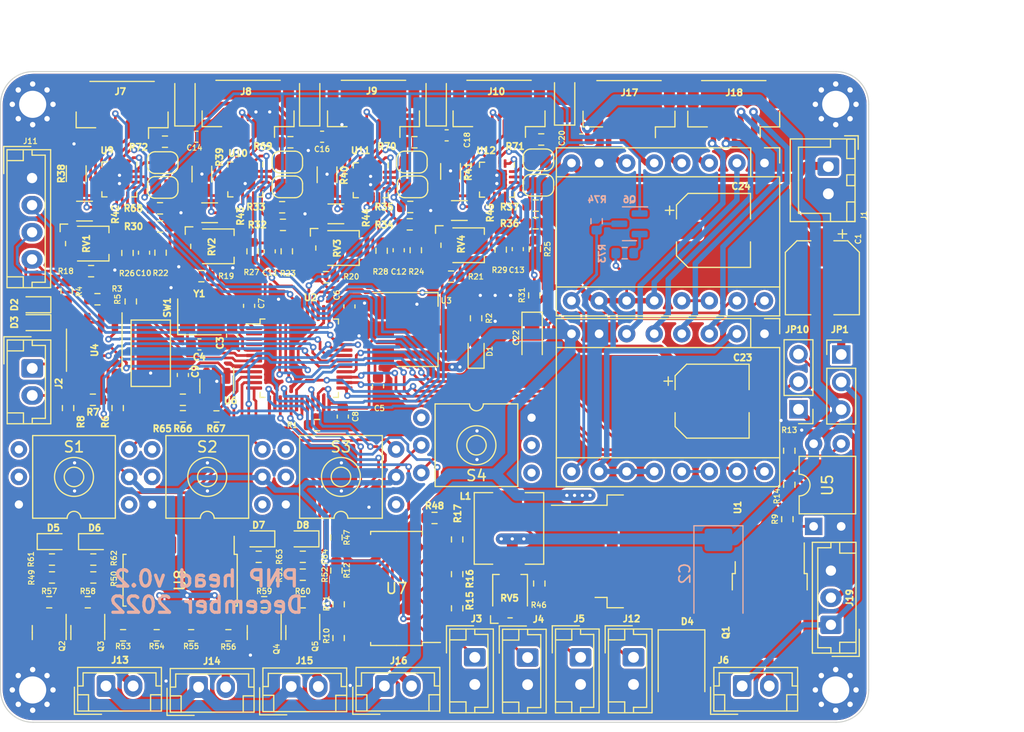
<source format=kicad_pcb>
(kicad_pcb (version 20211014) (generator pcbnew)
  (layers (0 "F.Cu" signal) (31 "B.Cu" signal) (34 "B.Paste" user) (35 "F.Paste" user) (36 "B.SilkS" user "B.Silkscreen") (37 "F.SilkS" user "F.Silkscreen") (38 "B.Mask" user) (39 "F.Mask" user) (44 "Edge.Cuts" user))
  (net 0 "")
  (net 1 "GND")
  (net 2 "+3.3V")
  (net 3 "Net-(A1-Pad3)")
  (net 4 "Net-(A1-Pad4)")
  (net 5 "Net-(A1-Pad5)")
  (net 6 "Net-(A1-Pad6)")
  (net 7 "+12V")
  (net 8 "/STEP_ENA")
  (net 9 "Net-(A1-Pad13)")
  (net 10 "/STEP_6")
  (net 11 "/DIR_6")
  (net 12 "Net-(A2-Pad3)")
  (net 13 "Net-(A2-Pad4)")
  (net 14 "Net-(A2-Pad5)")
  (net 15 "Net-(A2-Pad6)")
  (net 16 "/STEP_5")
  (net 17 "/DIR_5")
  (net 18 "/XTAL1")
  (net 19 "/XTAL2")
  (net 20 "Net-(C10-Pad2)")
  (net 21 "Net-(C11-Pad2)")
  (net 22 "Net-(C12-Pad2)")
  (net 23 "Net-(C13-Pad2)")
  (net 24 "+5V")
  (net 25 "Net-(D1-Pad2)")
  (net 26 "Net-(D2-Pad1)")
  (net 27 "Net-(D3-Pad1)")
  (net 28 "Net-(D4-Pad1)")
  (net 29 "Net-(J3-Pad1)")
  (net 30 "Net-(J4-Pad1)")
  (net 31 "Net-(J5-Pad1)")
  (net 32 "/LIGHT_POWER")
  (net 33 "Net-(J6-Pad2)")
  (net 34 "Net-(A2-Pad13)")
  (net 35 "Net-(J7-Pad2)")
  (net 36 "Net-(J7-Pad3)")
  (net 37 "Net-(J7-Pad4)")
  (net 38 "Net-(J7-Pad1)")
  (net 39 "Net-(J8-Pad1)")
  (net 40 "Net-(J8-Pad2)")
  (net 41 "Net-(J8-Pad3)")
  (net 42 "Net-(J8-Pad4)")
  (net 43 "Net-(J9-Pad1)")
  (net 44 "Net-(J9-Pad2)")
  (net 45 "Net-(J9-Pad3)")
  (net 46 "Net-(J10-Pad2)")
  (net 47 "Net-(J10-Pad3)")
  (net 48 "Net-(J10-Pad4)")
  (net 49 "Net-(J12-Pad1)")
  (net 50 "Net-(J13-Pad2)")
  (net 51 "Net-(J14-Pad2)")
  (net 52 "Net-(J15-Pad2)")
  (net 53 "Net-(J16-Pad2)")
  (net 54 "Net-(Q1-Pad1)")
  (net 55 "Net-(D5-Pad2)")
  (net 56 "Net-(D6-Pad2)")
  (net 57 "Net-(D7-Pad2)")
  (net 58 "Net-(D8-Pad2)")
  (net 59 "Net-(R1-Pad2)")
  (net 60 "Net-(R3-Pad1)")
  (net 61 "/USART_TX")
  (net 62 "/USART_RX")
  (net 63 "Net-(J2-Pad1)")
  (net 64 "Net-(J2-Pad2)")
  (net 65 "/LIGHT")
  (net 66 "Net-(R9-Pad2)")
  (net 67 "Net-(R13-Pad1)")
  (net 68 "Net-(R19-Pad1)")
  (net 69 "Net-(R20-Pad1)")
  (net 70 "Net-(R21-Pad1)")
  (net 71 "Net-(R22-Pad2)")
  (net 72 "Net-(R23-Pad2)")
  (net 73 "Net-(R24-Pad2)")
  (net 74 "Net-(R25-Pad2)")
  (net 75 "Net-(R30-Pad2)")
  (net 76 "Net-(R32-Pad2)")
  (net 77 "Net-(R34-Pad2)")
  (net 78 "Net-(R36-Pad2)")
  (net 79 "Net-(R38-Pad1)")
  (net 80 "Net-(R39-Pad1)")
  (net 81 "Net-(R40-Pad1)")
  (net 82 "Net-(R41-Pad1)")
  (net 83 "Net-(R42-Pad1)")
  (net 84 "Net-(R43-Pad1)")
  (net 85 "Net-(R44-Pad1)")
  (net 86 "Net-(R45-Pad1)")
  (net 87 "/SOLENOID_1")
  (net 88 "Net-(R49-Pad2)")
  (net 89 "/SOLENOID_2")
  (net 90 "Net-(R50-Pad2)")
  (net 91 "/SOLENOID_3")
  (net 92 "Net-(R51-Pad2)")
  (net 93 "/SOLENOID_4")
  (net 94 "Net-(R52-Pad2)")
  (net 95 "Net-(R53-Pad1)")
  (net 96 "Net-(R54-Pad1)")
  (net 97 "Net-(R55-Pad1)")
  (net 98 "Net-(R56-Pad1)")
  (net 99 "Net-(RV1-Pad2)")
  (net 100 "Net-(RV2-Pad2)")
  (net 101 "Net-(RV3-Pad2)")
  (net 102 "Net-(RV4-Pad2)")
  (net 103 "/VAC_1")
  (net 104 "/VAC_2")
  (net 105 "/VAC_3")
  (net 106 "/VAC_4")
  (net 110 "/LIMIT_1")
  (net 111 "/LIMIT_2")
  (net 112 "/LIMIT_3")
  (net 113 "/LIMIT_4")
  (net 114 "/USART_RW")
  (net 115 "/STEP_1")
  (net 116 "/STEP_2")
  (net 117 "/STEP_3")
  (net 118 "/STEP_4")
  (net 119 "/SWDIO")
  (net 120 "/SWCLK")
  (net 121 "/DIR_1")
  (net 122 "/DIR_2")
  (net 123 "/DIR_3")
  (net 124 "/DIR_4")
  (net 125 "Net-(R15-Pad1)")
  (net 126 "Net-(R16-Pad1)")
  (net 127 "Net-(R17-Pad1)")
  (net 128 "Net-(JP7-Pad2)")
  (net 129 "Net-(JP9-Pad2)")
  (net 130 "Net-(R48-Pad1)")
  (net 131 "/LIGHT_ADDR")
  (net 132 "/LIGHT_LED")
  (net 133 "Net-(J9-Pad4)")
  (net 134 "Net-(Q2-Pad1)")
  (net 135 "Net-(Q3-Pad1)")
  (net 136 "Net-(Q4-Pad1)")
  (net 137 "Net-(Q5-Pad1)")
  (net 138 "Net-(R46-Pad1)")
  (net 139 "/VREF")
  (net 140 "Net-(R66-Pad1)")
  (net 141 "Net-(J10-Pad1)")
  (net 142 "/Stepper Drivers/POLOLU_ENA")
  (net 143 "Net-(JP2-Pad2)")
  (net 144 "Net-(JP3-Pad2)")
  (net 145 "Net-(JP4-Pad2)")
  (net 146 "Net-(JP5-Pad2)")
  (net 147 "Net-(JP6-Pad2)")
  (net 148 "Net-(JP8-Pad2)")
  (net 149 "Net-(Q6-Pad2)")
  (net 150 "Net-(R18-Pad1)")
  (footprint "Module:Pololu_Breakout-16_15.2x20.3mm" (layer "F.Cu") (at 128.397 50.175 -90)
    (fp_text reference "A2" hide)
    (fp_text value "DRV8825")
  )
  (footprint "Resistor_SMD:R_0603_1608Metric" (layer "F.Cu") (at 107.6452 73.2028 -90)
    (fp_text reference "R46")
    (fp_text value "1.2K")
  )
  (footprint "Resistor_SMD:R_0603_1608Metric" (layer "F.Cu") (at 74.803 56.261)
    (fp_text reference "R65")
    (fp_text value "1K")
  )
  (footprint "Connector_PinHeader_2.54mm:PinHeader_1x03_P2.54mm_Vertical" (layer "F.Cu") (at 131.533 57.135 180)
    (fp_text reference "JP10")
    (fp_text value "LIGHT_TYPE")
  )
  (footprint "Resistor_SMD:R_0603_1608Metric" (layer "F.Cu") (at 66.509 56.261 180)
    (fp_text reference "R7")
    (fp_text value "200")
  )
  (footprint "Resistor_SMD:R_0603_1608Metric" (layer "F.Cu") (at 84.709 32.512 180)
    (fp_text reference "R69")
    (fp_text value "20K")
  )
  (footprint "XGZP_Sensors:XGZP_Sensor_THT" (layer "F.Cu") (at 64.77 63.373 180)
    (fp_text reference "S1")
    (fp_text value "XGZP6857A")
  )
  (footprint "Package_SO:SOIC-16_4.55x10.3mm_P1.27mm" (layer "F.Cu") (at 94.488 73.66 180)
    (fp_text reference "U7")
    (fp_text value "TLP291-4")
  )
  (footprint "Connector_JST:JST_EH_B2B-EH-A_1x02_P2.50mm_Vertical" (layer "F.Cu") (at 93.3704 82.6516)
    (fp_text reference "J16")
    (fp_text value "SOLENOID4")
  )
  (footprint "Package_TO_SOT_SMD:SOT-23" (layer "F.Cu") (at 62.484 77.724 -90)
    (fp_text reference "Q2")
    (fp_text value "AO3400A")
  )
  (footprint "Capacitor_SMD:CP_Elec_6.3x5.9" (layer "F.Cu") (at 133.731 45.0088 -90)
    (fp_text reference "C1")
    (fp_text value "100uF")
  )
  (footprint "Capacitor_SMD:C_0603_1608Metric" (layer "F.Cu") (at 87.63 32.004)
    (fp_text reference "C16")
    (fp_text value "0.1uF")
  )
  (footprint "Resistor_SMD:R_0603_1608Metric" (layer "F.Cu") (at 88.9508 68.961 -90)
    (fp_text reference "R47")
    (fp_text value "10K")
  )
  (footprint "Resistor_SMD:R_1206_3216Metric" (layer "F.Cu") (at 77.2668 39.0144 180)
    (fp_text reference "R43")
    (fp_text value "0.2")
  )
  (footprint "Resistor_SMD:R_0603_1608Metric" (layer "F.Cu") (at 107.823 32.258 180)
    (fp_text reference "R71")
    (fp_text value "20K")
  )
  (footprint "Package_TO_SOT_SMD:TO-252-3_TabPin2" (layer "F.Cu") (at 128.8806 74.759 -90)
    (fp_text reference "Q1")
    (fp_text value "IRF540N")
  )
  (footprint "Resistor_SMD:R_0603_1608Metric" (layer "F.Cu") (at 100.076 72.3392 -90)
    (fp_text reference "R16")
    (fp_text value "200")
  )
  (footprint "Jumper:SolderJumper-2_P1.3mm_Open_RoundedPad1.0x1.5mm" (layer "F.Cu") (at 107.569 34.1376 180)
    (fp_text reference "JP8" hide)
    (fp_text value "M1")
  )
  (footprint "Resistor_SMD:R_1206_3216Metric" (layer "F.Cu") (at 76.5556 35.4477 90)
    (fp_text reference "R39")
    (fp_text value "0.2")
  )
  (footprint "Connector_JST:JST_EH_B2B-EH-A_1x02_P2.50mm_Vertical" (layer "F.Cu") (at 101.7016 80.01 -90)
    (fp_text reference "J3")
    (fp_text value "LIMIT_1")
  )
  (footprint "Jumper:SolderJumper-2_P1.3mm_Open_RoundedPad1.0x1.5mm" (layer "F.Cu") (at 95.9612 36.6268 180)
    (fp_text reference "JP7" hide)
    (fp_text value "M2")
  )
  (footprint "Resistor_SMD:R_0603_1608Metric" (layer "F.Cu") (at 81.788 72.39 180)
    (fp_text reference "R51")
    (fp_text value "150")
  )
  (footprint "Resistor_SMD:R_0603_1608Metric" (layer "F.Cu") (at 66.929 46.99 180)
    (fp_text reference "R5")
    (fp_text value "1K")
  )
  (footprint "Capacitor_SMD:C_0603_1608Metric" (layer "F.Cu") (at 89.5394 57.8104 90)
    (fp_text reference "C8")
    (fp_text value "0.1uF")
  )
  (footprint "Resistor_SMD:R_0603_1608Metric" (layer "F.Cu") (at 68.795 57.023 90)
    (fp_text reference "R6")
    (fp_text value "10K")
  )
  (footprint "Resistor_SMD:R_1206_3216Metric" (layer "F.Cu") (at 64.9732 35.4076 90)
    (fp_text reference "R38")
    (fp_text value "0.2")
  )
  (footprint "Capacitor_SMD:CP_Elec_6.3x5.9" (layer "F.Cu") (at 123.698 40.64)
    (fp_text reference "C24")
    (fp_text value "10uF")
  )
  (footprint "LED_SMD:LED_0603_1608Metric" (layer "F.Cu") (at 62.865 69.342)
    (fp_text reference "D5")
    (fp_text value "TX" hide)
  )
  (footprint "Resistor_SMD:R_0603_1608Metric" (layer "F.Cu") (at 130.5052 67.271 -90)
    (fp_text reference "R9")
    (fp_text value "150")
  )
  (footprint "XGZP_Sensors:XGZP_Sensor_THT" (layer "F.Cu") (at 89.369 63.373 180)
    (fp_text reference "S3")
    (fp_text value "XGZP6857A")
  )
  (footprint "MountingHole:MountingHole_2.5mm_Pad_Via" (layer "F.Cu") (at 134.96 29.016)
    (fp_text reference "H3" hide)
    (fp_text value "MountingHole_Pad" hide)
  )
  (footprint "Package_TO_SOT_SMD:SOT-23" (layer "F.Cu") (at 66.04 77.724 -90)
    (fp_text reference "Q3")
    (fp_text value "AO3400A")
  )
  (footprint "Potentiometer_SMD:Potentiometer_Bourns_TC33X_Vertical" (layer "F.Cu") (at 89.1524 42.2656)
    (fp_text reference "RV3")
    (fp_text value "10K")
  )
  (footprint "Connector_JST:JST_EH_B2B-EH-A_1x02_P2.50mm_Vertical" (layer "F.Cu") (at 126.3396 82.6516)
    (fp_text reference "J6")
    (fp_text value "LIGHT")
  )
  (footprint "Resistor_SMD:R_0603_1608Metric" (layer "F.Cu") (at 100.076 75.4888 -90)
    (fp_text reference "R15")
    (fp_text value "200")
  )
  (footprint "Capacitor_SMD:C_0603_1608Metric" (layer "F.Cu") (at 80.9034 47.5996 -90)
    (fp_text reference "C7")
    (fp_text value "0.1uF")
  )
  (footprint "Fiducial:Fiducial_0.5mm_Mask1mm" (layer "F.Cu") (at 131.064 29.0068)
    (fp_text reference "FID3" hide)
    (fp_text value "Fiducial" hide)
  )
  (footprint "Resistor_SMD:R_0603_1608Metric" (layer "F.Cu") (at 75.565 77.978)
    (fp_text reference "R55")
    (fp_text value "100")
  )
  (footprint "Resistor_SMD:R_1206_3216Metric" (layer "F.Cu") (at 99.4664 35.2044 90)
    (fp_text reference "R41")
    (fp_text value "0.2")
  )
  (footprint "Capacitor_SMD:C_0603_1608Metric" (layer "F.Cu") (at 74.803 53.975 -90)
    (fp_text reference "C9")
    (fp_text value "0.1uF")
  )
  (footprint "Capacitor_Tantalum_SMD:CP_EIA-3216-12_Kemet-S" (layer "F.Cu") (at 106.9848 50.4952 -90)
    (fp_text reference "C22")
    (fp_text value "10uF")
  )
  (footprint "Potentiometer_SMD:Potentiometer_Bourns_TC33X_Vertical" (layer "F.Cu") (at 100.684 42.0116)
    (fp_text reference "RV4")
    (fp_text value "10K")
  )
  (footprint "Connector_JST:JST_EH_B4B-EH-A_1x04_P2.50mm_Vertical" (layer "F.Cu") (at 60.9044 35.814 -90)
    (fp_text reference "J11")
    (fp_text value "SWD")
  )
  (footprint "Resistor_SMD:R_0603_1608Metric" (layer "F.Cu") (at 62.738 70.993)
    (fp_text reference "R61")
    (fp_text value "510")
  )
  (footprint "Fiducial:Fiducial_0.5mm_Mask1mm" (layer "F.Cu") (at 63.627 32.004)
    (fp_text reference "FID2" hide)
    (fp_text value "Fiducial" hide)
  )
  (footprint "Connector_JST:JST_GH_SM04B-GHS-TB_1x04-1MP_P1.25mm_Horizontal" (layer "F.Cu") (at 80.8098 29.3624 180)
    (fp_text reference "J8")
    (fp_text value "STEPPER2")
  )
  (footprint "Resistor_SMD:R_0603_1608Metric" (layer "F.Cu") (at 87.9856 44.958 180)
    (fp_text reference "R20")
    (fp_text value "91K")
  )
  (footprint "Resistor_SMD:R_0603_1608Metric" (layer "F.Cu") (at 96.139 32.512 180)
    (fp_text reference "R70")
    (fp_text value "20K")
  )
  (footprint "Resistor_SMD:R_1206_3216Metric" (layer "F.Cu") (at 88.0872 35.5092 90)
    (fp_text reference "R40")
    (fp_text value "0.2")
  )
  (footprint "Capacitor_Tantalum_SMD:CP_EIA-3216-10_Kemet-I" (layer "F.Cu") (at 98.1458 28.702 90)
    (fp_text reference "C19" hide)
    (fp_text value "4.7uF")
  )
  (footprint "XGZP_Sensors:XGZP_Sensor_THT" (layer "F.Cu") (at 77.05 63.373 180)
    (fp_text reference "S2")
    (fp_text value "XGZP6857A")
  )
  (footprint "MountingHole:MountingHole_2.5mm_Pad_Via" (layer "F.Cu") (at 134.96 83.016)
    (fp_text reference "H2" hide)
    (fp_text value "MountingHole_Pad" hide)
  )
  (footprint "Package_DFN_QFN:VQFN-16-1EP_3x3mm_P0.5mm_EP1.8x1.8mm" (layer "F.Cu") (at 103.746 35.9664 -90)
    (fp_text reference "U12")
    (fp_text value "STSPIN220")
  )
  (footprint "Package_SO:SO-8_3.9x4.9mm_P1.27mm" (layer "F.Cu") (at 66.636 51.689 -90)
    (fp_text reference "U4")
    (fp_text value "MAX483E")
  )
  (footprint "Resistor_SMD:R_0603_1608Metric" (layer "F.Cu") (at 69.2912 77.978 180)
    (fp_text reference "R53")
    (fp_text value "100")
  )
  (footprint "Connector_PinHeader_2.54mm:PinHeader_1x03_P2.54mm_Vertical" (layer "F.Cu") (at 135.47 52.085)
    (fp_text reference "JP1")
    (fp_text value "LIGHT_POWER")
  )
  (footprint "MountingHole:MountingHole_2.5mm_Pad_Via" (layer "F.Cu") (at 60.96 29.016)
    (fp_text reference "H1" hide)
    (fp_text value "MountingHole_Pad" hide)
  )
  (footprint "Connector_JST:JST_GH_SM04B-GHS-TB_1x04-1MP_P1.25mm_Horizontal" (layer "F.Cu") (at 103.9368 29.3624 180)
    (fp_text reference "J10")
    (fp_text value "STEPPER4")
  )
  (footprint "Connector_JST:JST_GH_SM04B-GHS-TB_1x04-1MP_P1.25mm_Horizontal" (layer "F.Cu") (at 115.912 29.3878 180)
    (fp_text reference "J17")
    (fp_text value "STEPPER6")
  )
  (footprint "Resistor_SMD:R_1206_3216Metric" (layer "F.Cu") (at 88.9 39.116 180)
    (fp_text reference "R44")
    (fp_text value "0.2")
  )
  (footprint "Capacitor_SMD:C_0603_1608Metric" (layer "F.Cu") (at 79.336 50.3496 90)
    (fp_text reference "C3")
    (fp_text value "22pF")
  )
  (footprint "Jumper:SolderJumper-2_P1.3mm_Open_RoundedPad1.0x1.5mm" (layer "F.Cu") (at 84.4296 34.3408 180)
    (fp_text reference "JP4" hide)
    (fp_text value "M1")
  )
  (footprint "Resistor_SMD:R_0603_1608Metric" (layer "F.Cu") (at 66.3448 44.3992 180)
    (fp_text reference "R18")
    (fp_text value "91K")
  )
  (footprint "Package_TO_SOT_SMD:SOT-23" (layer "F.Cu") (at 77.9272 54.991 -90)
    (fp_text reference "U6")
    (fp_text value "TL431DBZ")
  )
  (footprint "Resistor_SMD:R_0603_1608Metric" (layer "F.Cu") (at 83.947 38.5064 180)
    (fp_text reference "R33")
    (fp_text value "20K")
  )
  (footprint "Resistor_SMD:R_0603_1608Metric" (layer "F.Cu") (at 66.548 70.993)
    (fp_text reference "R62")
    (fp_text value "510")
  )
  (footprint "Resistor_SMD:R_0603_1608Metric" (layer "F.Cu") (at 70.0024 47.1932 -90)
    (fp_text reference "R3")
    (fp_text value "10K")
  )
  (footprint "Package_DFN_QFN:VQFN-16-1EP_3x3mm_P0.5mm_EP1.8x1.8mm" (layer "F.Cu") (at 92.1128 36.0172 -90)
    (fp_text reference "U11")
    (fp_text value "STSPIN220")
  )
  (footprint "Button_Switch_SMD:SW_SPST_FSMSM" (layer "F.Cu") (at 71.843 51.9684 90)
    (fp_text reference "SW1")
    (fp_text value "RESET")
  )
  (footprint "Potentiometer_SMD:Potentiometer_Bourns_TC33X_Vertical" (layer "F.Cu") (at 104.9528 74.2696 90)
    (fp_text reference "RV5")
    (fp_text value "50K")
  )
  (footprint "Package_DFN_QFN:VQFN-16-1EP_3x3mm_P0.5mm_EP1.8x1.8mm" (layer "F.Cu") (at 68.948 35.941 -90)
    (fp_text reference "U9")
    (fp_text value "STSPIN220" hide)
  )
  (footprint "Capacitor_Tantalum_SMD:CP_EIA-3216-10_Kemet-I" (layer "F.Cu") (at 74.9932 28.702 90)
    (fp_text reference "C15" hide)
    (fp_text value "4.7uF")
  )
  (footprint "Resistor_SMD:R_0603_1608Metric" (layer "F.Cu") (at 85.852 74.93)
    (fp_text reference "R60")
    (fp_text value "5K")
  )
  (footprint "Resistor_SMD:R_0603_1608Metric" (layer "F.Cu") (at 100.076 69.1388 -90)
    (fp_text reference "R17")
    (fp_text value "200")
  )
  (footprint "Capacitor_SMD:C_0603_1608Metric" (layer "F.Cu") (at 92.7862 55.0164 90)
    (fp_text reference "C5")
    (fp_text value "0.1uF")
  )
  (footprint "Resistor_SMD:R_0603_1608Metric" (layer "F.Cu") (at 72.6948 38.608 180)
    (fp_text reference "R68")
    (fp_text value "20K")
  )
  (footprint "LED_SMD:LED_0603_1608Metric" (layer "F.Cu") (at 61.1495 49.149 180)
    (fp_text reference "D3")
    (fp_text value "RX")
  )
  (footprint "LED_SMD:LED_0603_1608Metric" (layer "F.Cu") (at 85.852 69.088 180)
    (fp_text reference "D8")
    (fp_text value "TX" hide)
  )
  (footprint "Jumper:SolderJumper-2_P1.3mm_Open_RoundedPad1.0x1.5mm" (layer "F.Cu") (at 72.9488 36.6776 180)
    (fp_text reference "JP3" hide)
    (fp_text value "M2")
  )
  (footprint "Capacitor_SMD:CP_Elec_6.3x5.9" (layer "F.Cu") (at 123.571 56.388)
    (fp_text reference "C23")
    (fp_text value "10uF")
  )
  (footprint "Package_DIP:DIP-4_W7.62mm" (layer "F.Cu") (at 132.925 67.935 90)
    (fp_text reference "U5")
    (fp_text value "PC817")
  )
  (footprint "Resistor_SMD:R_0603_1608Metric" (layer "F.Cu") (at 107.188 46.6344 -90)
    (fp_text reference "R31")
    (fp_text value "10K")
  )
  (footprint "Resistor_SMD:R_0603_1608Metric" (layer "F.Cu") (at 85.852 70.739 180)
    (fp_text reference "R64")
    (fp_text value "510")
  )
  (footprint "Connector_JST:JST_EH_B2B-EH-A_1x02_P2.50mm_Vertical" (layer "F.Cu") (at 60.921 53.36 -90)
    (fp_text reference "J2")
    (fp_text value "RS-485")
  )
  (footprint "Fiducial:Fiducial_0.5mm_Mask1mm" (layer "F.Cu") (at 59.8932 78.9432)
    (fp_text reference "FID1" hide)
    (fp_text value "Fiducial" hide)
  )
  (footprint "Connector_JST:JST_EH_B2B-EH-A_1x02_P2.50mm_Vertical" (layer "F.Cu") (at 67.7164 82.6516)
    (fp_text reference "J13")
    (fp_text value "SOLENOID1")
  )
  (footprint "Resistor_SMD:R_1206_3216Metric" (layer "F.Cu") (at 65.7352 38.862 180)
    (fp_text reference "R42")
    (fp_text value "0.2")
  )
  (footprint "LED_SMD:LED_0603_1608Metric" (layer "F.Cu") (at 101.8224 51.8668 90)
    (fp_text reference "D1")
    (fp_text value "POWER")
  )
  (footprint "Jumper:SolderJumper-2_P1.3mm_Open_RoundedPad1.0x1.5mm" (layer "F.Cu") (at 95.9104 34.3408 180)
    (fp_text reference "JP6" hide)
    (fp_text value "M1")
  )
  (footprint "Connector_JST:JST_XH_B2B-XH-A_1x02_P2.50mm_Vertical" (layer "F.Cu") (at 134.2814 34.7672 -90)
    (fp_text reference "J1")
    (fp_text value "POWER")
  )
  (footprint "Resistor_SMD:R_0603_1608Metric" (layer "F.Cu") (at 82.296 74.93)
    (fp_text reference "R59")
    (fp_text value "5K")
  )
  (footprint "Package_TO_SOT_SMD:SOT-223-3_TabPin2" (layer "F.Cu") (at 96.4048 49.784)
    (fp_text reference "U3")
    (fp_text value "AMS1117-3.3")
  )
  (footprint "XGZP_Sensors:XGZP_Sensor_THT" (layer "F.Cu") (at 101.854 60.452)
    (fp_text reference "S4")
    (fp_text value "XGZP6857A")
  )
  (footprint "Resistor_SMD:R_0603_1608Metric" (layer "F.Cu") (at 76.5048 44.8564 180)
    (fp_text reference "R19")
    (fp_text value "91K")
  )
  (footprint "Capacitor_SMD:C_0603_1608Metric" (layer "F.Cu") (at 82.804 42.5704 90)
    (fp_text reference "C11")
    (fp_text value "22nF")
  )
  (footprint "Connector_JST:JST_EH_B3B-EH-A_1x03_P2.50mm_Vertical" (layer "F.Cu") (at 134.5184 77.0128 90)
    (fp_text reference "J19")
    (fp_text value "LED")
  )
  (footprint "Fiducial:Fiducial_0.5mm_Mask1mm" (layer "F.Cu") (at 127.635 67.31)
    (fp_text reference "FID4" hide)
    (fp_text value "Fiducial" hide)
  )
  (footprint "Resistor_SMD:R_0603_1608Metric" (layer "F.Cu") (at 72.7456 42.6978 90)
    (fp_text reference "R22")
    (fp_text value "10K")
  )
  (footprint "Resistor_SMD:R_0603_1608Metric" (layer "F.Cu") (at 104.0892 42.418 -90)
    (fp_text reference "R29")
    (fp_text value "1K")
  )
  (footprint "LED_SMD:LED_0603_1608Metric" (layer "F.Cu") (at 66.675 69.342)
    (fp_text reference "D6")
    (fp_text value "TX" hide)
  )
  (footprint "Resistor_SMD:R_0603_1608Metric" (layer "F.Cu") (at 64.223 57.023 -90)
    (fp_text reference "R8")
    (fp_text value "10K")
  )
  (footprint "Resistor_SMD:R_0603_1608Metric" (layer "F.Cu") (at 69.6976 42.7228 -90)
    (fp_text reference "R26")
    (fp_text value "1K")
  )
  (footprint "Connector_JST:JST_EH_B2B-EH-A_1x02_P2.50mm_Vertical" (layer "F.Cu") (at 84.7852 82.7024)
    (fp_text reference "J15")
    (fp_text value "SOLENOID3")
  )
  (footprint "Resistor_SMD:R_0603_1608Metric" (layer "F.Cu") (at 73.152 32.4612 180)
    (fp_text reference "R72")
    (fp_text value "20K")
  )
  (footprint "Capacitor_SMD:C_0603_1608Metric" (layer "F.Cu") (at 94.6912 42.4688 90)
    (fp_text reference "C12")
    (fp_text value "22nF")
  )
  (footprint "Diode_SMD:D_SMB" (layer "F.Cu") (at 120.7516 81.026 -90)
    (fp_text reference "D4")
    (fp_text value "SS14")
  )
  (footprint "Resistor_SMD:R_0603_1608Metric" (layer "F.Cu") (at 84.0232 40.132 180)
    (fp_text reference "R32")
    (fp_text value "47K")
  )
  (footprint "Capacitor_SMD:C_0603_1608Metric" (layer "F.Cu") (at 71.2216 42.6978 90)
    (fp_text reference "C10")
    (fp_text value "22nF")
  )
  (footprint "Resistor_SMD:R_0603_1608Metric" (layer "F.Cu") (at 72.707 40.2844 180)
    (fp_text reference "R30")
    (fp_text value "47K")
  )
  (footprint "Package_TO_SOT_SMD:SOT-23" (layer "F.Cu") (at 85.852 77.724 -90)
    (fp_text reference "Q5")
    (fp_text value "AO3400A")
  )
  (footprint "Potentiometer_SMD:Potentiometer_Bourns_TC33X_Vertical" (layer "F.Cu") (at 66.0908 41.8592)
    (fp_text reference "RV1")
    (fp_text value "10K")
  )
  (footprint "Resistor_SMD:R_0603_1608Metric" (layer "F.Cu") (at 81.788 70.739 180)
    (fp_text reference "R63")
    (fp_text value "510")
  )
  (footprint "Resistor_SMD:R_0603_1608Metric" (layer "F.Cu") (at 101.8224 48.7426 -90)
    (fp_text reference "R2")
    (fp_text value "510")
  )
  (footprint "Resistor_SMD:R_0603_1608Metric" (layer "F.Cu") (at 130.683 60.96 -90)
    (fp_text reference "R13")
    (fp_text value "100")
  )
  (footprint "Connector_JST:JST_GH_SM04B-GHS-TB_1x04-1MP_P1.25mm_Horizontal" (layer "F.Cu") (at 69.202 29.464 180)
    (fp_text reference "J7")
    (fp_text value "STEPPER1")
  )
  (footprint "Resistor_SMD:R_0603_1608Metric" (layer "F.Cu") (at 64.096 46.228 90)
    (fp_text reference "R4")
    (fp_text value "1K")
  )
  (footprint "Resistor_SMD:R_0603_1608Metric" (layer "F.Cu") (at 93.1164 42.5196 -90)
    (fp_text reference "R28")
    (fp_text value "1K")
  )
  (footprint "Resistor_SMD:R_0603_1608Metric" (layer "F.Cu") (at 89.154 75.12 -90)
    (fp_text reference "R11")
    (fp_text value "10K")
  )
  (footprint "Jumper:SolderJumper-2_P1.3mm_Open_RoundedPad1.0x1.5mm" (layer "F.Cu") (at 84.4296 36.6268 180)
    (fp_text reference "JP5" hide)
    (fp_text value "M2")
  )
  (footprint "Potentiometer_SMD:Potentiometer_Bourns_TC33X_Vertical" (layer "F.Cu") (at 77.6224 42.1132)
    (fp_text reference "RV2")
    (fp_text value "10K")
  )
  (footprint "Connector_JST:JST_EH_B2B-EH-A_1x02_P2.50mm_Vertical" (layer "F.Cu") (at 76.2508 82.7532)
    (fp_text reference "J14")
    (fp_text value "SOLENOID2")
  )
  (footprint "Package_TO_SOT_SMD:TO-263-5_TabPin3" (layer "F.Cu") (at 116.84 70.2374)
    (fp_text reference "U1")
    (fp_text value "LM2596S-ADJ")
  )
  (footprint "Package_SO:SOIC-16_4.55x10.3mm_P1.27mm" (layer "F.Cu") (at 74.549 72.898 -90)
    (fp_text reference "U8")
    (fp_text value "TLP291-4")
  )
  (footprint "Resistor_SMD:R_0603_1608Metric" (layer "F.Cu") (at 62.738 72.644)
    (fp_text reference "R49")
    (fp_text value "150")
  )
  (footprint "Resistor_SMD:R_0603_1608Metric" (layer "F.Cu") (at 85.852 72.39 180)
    (fp_text reference "R52")
    (fp_text value "150")
  )
  (footprint "Resistor_SMD:R_0603_1608Metric" (layer "F.Cu") (at 107.315 38.354 180)
    (fp_text reference "R37")
    (fp_text value "20K")
  )
  (footprint "Connector_JST:JST_EH_B2B-EH-A_1x02_P2.50mm_Vertical" (layer "F.Cu") (at 116.3272 80.01 -90)
    (fp_text reference "J12")
    (fp_text value "LIMIT_4")
  )
  (footprint "Resistor_SMD:R_0603_1608Metric" (layer "F.Cu") (at 78.994 77.978)
    (fp_text reference "R56")
    (fp_text value "100")
  )
  (footprint "LED_SMD:LED_0603_1608Metric" (layer "F.Cu") (at 81.788 69.088 180)
    (fp_text reference "D7")
    (fp_text value "TX" hide)
  )
  (footprint "Resistor_SMD:R_0603_1608Metric" (layer "F.Cu") (at 77.894 57.798)
    (fp_text reference "R67")
    (fp_text value "32K")
  )
  (footprint "Crystal:Crystal_SMD_3225-4Pin_3.2x2.5mm" (layer "F.Cu") (at 76.327 48.6156)
    (fp_text reference "Y1")
    (fp_text value "8Mhz")
  )
  (footprint "Resistor_SMD:R_0603_1608Metric" (layer "F.Cu") (at 66.548 72.644)
    (fp_text reference "R50")
    (fp_text value "150")
  )
  (footprint "Resistor_SMD:R_0603_1608Metric" (layer "F.Cu") (at 96.266 42.4688 90)
    (fp_text reference "R24")
    (fp_text value "10K")
  )
  (footprint "Resistor_SMD:R_0603_1608Metric" (layer "F.Cu") (at 81.2292 42.5704 -90)
    (fp_text reference "R27")
    (fp_text value "1K")
  )
  (footprint "Jumper:SolderJumper-2_P1.3mm_Open_RoundedPad1.0x1.5mm" (layer "F.Cu") (at 107.569 36.4744 180)
    (fp_text reference "JP9" hide)
    (fp_text value "M2")
  )
  (footprint "Capacitor_Tantalum_SMD:CP_EIA-3216-10_Kemet-I" (layer "F.Cu") (at 86.487 28.702 90)
    (fp_text reference "C17" hide)
    (fp_text value "4.7uF")
  )
  (footprint "Capacitor_SMD:C_0603_1608Metric" (layer "F.Cu") (at 90.149 47.6504 -90)
    (fp_text reference "C6")
    (fp_text value "0.1uF")
  )
  (footprint "Resistor_SMD:R_0603_1608Metric" (layer "F.Cu") (at 87.1728 58.5978 180)
    (fp_text reference "R1")
    (fp_text value "1K")
  )
  (footprint "Package_QFP:LQFP-48_7x7mm_P0.5mm" (layer "F.Cu") (at 85.5262 52.4256)
    (fp_text reference "U2")
    (fp_text value "STM32F103C8Tx")
  )
  (footprint "Resistor_SMD:R_0603_1608Metric" (layer "F.Cu") (at 95.7072 40.0812 180)
    (fp_text reference "R34")
    (fp_text value "47K")
  )
  (footprint "Resistor_SMD:R_0603_1608Metric" (layer "F.Cu") (at 95.758 38.481 180)
    (fp_text reference "R35")
    (fp_text value "20K")
  )
  (footprint "Resistor_SMD:R_0603_1608Metric" (layer "F.Cu") (at 99.5172 44.9072 180)
    (fp_text reference "R21")
    (fp_text value "91K")
  )
  (footprint "Capacitor_SMD:C_0603_1608Metric" (layer "F.Cu") (at 105.664 42.3672 90)
    (fp_text reference "C13")
    (fp_text value "22nF")
  )
  (footprint "Resistor_SMD:R_0603_1608Metric" (layer "F.Cu") (at 107.2388 42.3672 90)
    (fp_text reference "R25")
    (fp_text value "10K")
  )
  (footprint "Connector_JST:JST_EH_B2B-EH-A_1x02_P2.50mm_Vertical" (layer "F.Cu") (at 106.5688 80.03 -90)
    (fp_text reference "J4")
    (fp_text value "LIMIT_2")
  )
  (footprint "Resistor_SMD:R_0603_1608Metric" (layer "F.Cu") (at 88.9508 72.009 90)
    (fp_text reference "R12")
    (fp_text value "10K")
  )
  (footprint "Capacitor_SMD:C_0603_1608Metric" (layer "F.Cu") (at 111.506 32.258 180)
    (fp_text reference "C20")
    (fp_text value "0.1uF")
  )
  (footprint "Connector_JST:JST_GH_SM04B-GHS-TB_1x04-1MP_P1.25mm_Horizontal" (layer "F.Cu") (at 92.3668 29.3624 180)
    (fp_text reference "J9")
    (fp_text value "STEPPER3")
  )
  (footprint "Inductor_SMD:L_6.3x6.3_H3" (layer "F.Cu") (at 104.8512 68.1228 -90)
    (fp_text reference "L1")
    (fp_text value "33uH")
  )
  (footprint "Connector_JST:JST_GH_SM04B-GHS-TB_1x04-1MP_P1.25mm_Horizontal" (layer "F.Cu") (at 125.564 29.3878 180)
    (fp_text reference "J18")
    (fp_text value "STEPPER5")
  )
  (footprint "Resistor_SMD:R_0603_1608Metric" (layer "F.Cu") (at 66.04 74.93)
    (fp_text reference "R58")
    (fp_text value "5K")
  )
  (footprint "Jumper:SolderJumper-2_P1.3mm_Open_RoundedPad1.0x1.5mm" (layer "F.Cu") (at 72.9488 34.3916 180)
    (fp_text reference "JP2" hide)
    (fp_text value "M1")
  )
  (footprint "Resistor_SMD:R_0603_1608Metric" (layer "F.Cu") (at 97.9932 67.1576)
    (fp_text reference "R48")
    (fp_text value "200")
  )
  (footprint "Package_TO_SOT_SMD:SOT-23" (layer "F.Cu") (at 82.296 77.724 -90)
    (fp_text reference "Q4")
    (fp_text value "AO3400A")
  )
  (footprint "LED_SMD:LED_0603_1608Metric" (layer "F.Cu") (at 61.1495 47.498 180)
    (fp_text reference "D2")
    (fp_text value "TX")
  )
  (footprint "Resistor_SMD:R_0603_1608Metric" (layer "F.Cu") (at 84.3788 42.5704 90)
    (fp_text reference "R23")
    (fp_text value "10K")
  )
  (footprint "Package_DFN_QFN:VQFN-16-1EP_3x3mm_P0.5mm_EP1.8x1.8mm" (layer "F.Cu") (at 80.5558 35.941 -90)
    (fp_text reference "U10")
    (fp_text value "STSPIN220" hide)
  )
  (footprint "Resistor_SMD:R_0603_1608Metric" (layer "F.Cu") (at 89.154 78.232 90)
    (fp_text reference "R10")
    (fp_text value "10K")
  )
  (footprint "Capacitor_SMD:C_0603_1608Metric" (layer "F.Cu") (at 76.0476 32.004)
    (fp_text reference "C14")
    (fp_text value "0.1uF")
  )
  (footprint "Resistor_SMD:R_0603_1608Metric" (layer "F.Cu") (at 130.683 64.096 90)
    (fp_text reference "R14")
    (fp_text value "5K")
  )
  (footprint "Capacitor_SMD:C_0603_1608Metric" (layer "F.Cu") (at 99.1108 31.877)
    (fp_text reference "C18")
    (fp_text value "0.1uF")
  )
  (footprint "Connector_JST:JST_EH_B2B-EH-A_1x02_P2.50mm_Vertical" (layer "F.Cu") (at 111.4504 80.01 -90)
    (fp_text reference "J5")
    (fp_text value "LIMIT_3")
  )
  (footprint "Resistor_SMD:R_0603_1608Metric" (layer "F.Cu") (at 62.484 74.93)
    (fp_text reference "R57")
    (fp_text value "5K")
  )
  (footprint "Resistor_SMD:R_1206_3216Metric" (layer "F.Cu") (at 100.2792 38.8112 180)
    (fp_text reference "R45")
    (fp_text value "0.2")
  )
  (footprint "Resistor_SMD:R_0603_1608Metric" (layer "F.Cu") (at 74.803 57.785 180)
    (fp_text reference "R66")
    (fp_text value "10K")
  )
  (footprint "Resistor_SMD:R_0603_1608Metric" (layer "F.Cu") (at 107.315 39.9796 180)
    (fp_text reference "R36")
    (fp_text value "47K")
  )
  (footprint "MountingHole:MountingHole_2.5mm_Pad_Via" (layer "F.Cu") (at 60.96 83.016)
    (fp_text reference "H4" hide)
    (fp_text value "MountingHole_Pad" hide)
  )
  (footprint "Capacitor_SMD:C_0603_1608Metric" (layer "F.Cu") (at 76.327 51.1556 180)
    (fp_text reference "C4")
    (fp_text value "22pF")
  )
  (footprint "Resistor_SMD:R_0603_1608Metric" (layer "F.Cu") (at 72.39 77.978 180)
    (fp_text reference "R54")
    (fp_text value "100")
  )
  (footprint "Module:Pololu_Breakout-16_15.2x20.3mm" (layer "F.Cu") (at 128.397 34.427 -90)
    (fp_text reference "A1" hide)
    (fp_text value "DRV8825")
  )
  (footprint "Capacitor_Tantalum_SMD:CP_EIA-3216-10_Kemet-I" (layer "F.Cu") (at 109.982 28.622 90)
    (fp_text reference "C21" hide)
    (fp_text value "4.7uF")
  )
  (footprint "Capacitor_Tantalum_SMD:CP_EIA-7343-31_Kemet-D" (layer "B.Cu") (at 124.1552 72.2884 -90)
    (fp_text reference "C2")
    (fp_text value "220uF")
  )
  (footprint "Resistor_SMD:R_0603_1608Metric" (layer "B.Cu") (at 115.5192 42.7388)
    (fp_text reference "R73")
    (fp_text value "100")
  )
  (footprint "Resistor_SMD:R_0603_1608Metric" (layer "B.Cu") (at 112.9284 39.7924 -90)
    (fp_text reference "R74")
    (fp_text value "47K")
  )
  (footprint "Package_TO_SOT_SMD:SOT-23" (layer "B.Cu") (at 115.956 40.0304 180)
    (fp_text reference "Q6")
    (fp_text value "AO3401A" hide)
  )
  (gr_arc (start 138 83) (mid 137.12132 85.12132) (end 135 86) (layer "Edge.Cuts") (width 0.1))
  (gr_line (start 61 86) (end 135 86) (layer "Edge.Cuts") (width 0.1))
  (gr_arc (start 58 29) (mid 58.87868 26.87868) (end 61 26) (layer "Edge.Cuts") (width 0.1))
  (gr_line (start 138 83) (end 138 29) (layer "Edge.Cuts") (width 0.1))
  (gr_arc (start 135 26) (mid 137.12132 26.87868) (end 138 29) (layer "Edge.Cuts") (width 0.1))
  (gr_arc (start 61 86) (mid 58.87868 85.12132) (end 58 83) (layer "Edge.Cuts") (width 0.1))
  (gr_line (start 58 29) (end 58 83) (layer "Edge.Cuts") (width 0.1))
  (gr_line (start 135 26) (end 61 26) (layer "Edge.Cuts") (width 0.1))
  (gr_text "PNP head v0.2\nDecember 2022" (at 76.962 73.9648) (layer "B.SilkS") (effects (font (size 1.5 1.5) (thickness 0.3)) (justify mirror)))
  (segment (start 76.159926 70.808) (end 76.748074 70.808) (width 0.25) (layer "F.Cu") (net 1))
  (segment (start 82.5755 69.088) (end 83.3755 68.288) (width 0.25) (layer "F.Cu") (net 1))
  (segment (start 75.184 69.648) (end 75.184 69.088) (width 0.25) (layer "F.Cu") (net 1))
  (segment (start 76.748074 70.808) (end 77.724 69.832074) (width 0.25) (layer "F.Cu") (net 1))
  (segment (start 62.459 74.13) (end 62.638 73.951) (width 0.25) (layer "F.Cu") (net 1))
  (segment (start 62.638 73.951) (end 62.638 69.9025) (width 0.25) (layer "F.Cu") (net 1))
  (segment (start 70.104 69.648) (end 70.104 69.463926) (width 0.25) (layer "F.Cu") (net 1))
  (segment (start 75.184 69.088) (end 76.269 68.003) (width 0.25) (layer "F.Cu") (net 1))
  (segment (start 108.1428 38.1226) (end 107.8606 38.4048) (width 0.25) (layer "F.Cu") (net 1))
  (segment (start 62.459 74.13) (end 64.415 74.13) (width 0.25) (layer "F.Cu") (net 1))
  (segment (start 64.415 74.13) (end 65.215 74.93) (width 0.25) (layer "F.Cu") (net 1))
  (segment (start 81.471 74.676) (end 81.471 76.4075) (width 0.25) (layer "F.Cu") (net 1))
  (segment (start 72.644 69.463926) (end 73.654926 68.453) (width 0.25) (layer "F.Cu") (net 1))
  (segment (start 72.7456 43.5228) (end 71.2716 43.5228) (width 0.25) (layer "F.Cu") (net 1))
  (segment (start 62.0775 69.342) (end 62.8775 68.542) (width 0.25) (layer "F.Cu") (net 1))
  (segment (start 70.104 69.463926) (end 71.114926 68.453) (width 0.25) (layer "F.Cu") (net 1))
  (segment (start 61.659 76.6615) (end 61.534 76.7865) (width 0.25) (layer "F.Cu") (net 1))
  (segment (start 83.3755 68.288) (end 85.8395 68.288) (width 0.25) (layer "F.Cu") (net 1))
  (segment (start 82.271 74.13) (end 81.471 74.93) (width 0.25) (layer "F.Cu") (net 1))
  (segment (start 75.184 69.832074) (end 76.159926 70.808) (width 0.25) (layer "F.Cu") (net 1))
  (segment (start 61.659 74.93) (end 61.659 76.6615) (width 0.25) (layer "F.Cu") (net 1))
  (segment (start 76.269 68.003) (end 81.4905 68.003) (width 0.25) (layer "F.Cu") (net 1))
  (segment (start 85.027 74.93) (end 84.227 74.13) (width 0.25) (layer "F.Cu") (net 1))
  (segment (start 65.09 75.055) (end 65.215 74.93) (width 0.25) (layer "F.Cu") (net 1))
  (segment (start 71.755 68.453) (end 72.644 69.342) (width 0.25) (layer "F.Cu") (net 1))
  (segment (start 81.471 76.4075) (end 81.346 76.5325) (width 0.25) (layer "F.Cu") (net 1))
  (segment (start 69.198 35.691) (end 68.948 35.941) (width 0.25) (layer "F.Cu") (net 1))
  (segment (start 65.09 76.7865) (end 65.09 75.055) (width 0.25) (layer "F.Cu") (net 1))
  (segment (start 85.027 74.676) (end 85.027 76.4075) (width 0.25) (layer "F.Cu") (net 1))
  (segment (start 77.724 69.832074) (end 77.724 69.648) (width 0.25) (layer "F.Cu") (net 1))
  (segment (start 75.184 69.648) (end 75.184 69.832074) (width 0.25) (layer "F.Cu") (net 1))
  (segment (start 84.227 74.13) (end 82.271 74.13) (width 0.25) (layer "F.Cu") (net 1))
  (segment (start 92.3628 35.7672) (end 92.1128 36.0172) (width 0.25) (layer "F.Cu") (net 1))
  (segment (start 81.4905 68.003) (end 82.5755 69.088) (width 0.25) (layer "F.Cu") (net 1))
  (segment (start 73.654926 68.453) (end 74.295 68.453) (width 0.25) (layer "F.Cu") (net 1))
  (segment (start 85.8395 68.288) (end 86.6395 69.088) (width 0.25) (layer "F.Cu") (net 1))
  (segment (start 61.659 74.93) (end 62.459 74.13) (width 0.25) (layer "F.Cu") (net 1))
  (segment (start 65.0875 68.542) (end 65.8875 69.342) (width 0.25) (layer "F.Cu") (net 1))
  (segment (start 62.8775 68.542) (end 65.0875 68.542) (width 0.25) (layer "F.Cu") (net 1))
  (segment (start 72.644 69.342) (end 72.644 69.648) (width 0.25) (layer "F.Cu") (net 1))
  (segment (start 72.644 69.648) (end 72.644 69.463926) (width 0.25) (layer "F.Cu") (net 1))
  (segment (start 85.027 76.4075) (end 84.902 76.5325) (width 0.25) (layer "F.Cu") (net 1))
  (segment (start 75.184 69.342) (end 75.184 69.648) (width 0.25) (layer "F.Cu") (net 1))
  (segment (start 74.295 68.453) (end 75.184 69.342) (width 0.25) (layer "F.Cu") (net 1))
  (segment (start 71.114926 68.453) (end 71.755 68.453) (width 0.25) (layer "F.Cu") (net 1))
  (segment (start 62.638 69.9025) (end 62.0775 69.342) (width 0.25) (layer "F.Cu") (net 1))
  (via (at 99.4664 35.1536) (size 0.6) (drill 0.3) (layers "F.Cu" "B.Cu") (net 1))
  (via (at 79.4004 44.0944) (size 0.6) (drill 0.3) (layers "F.Cu" "B.Cu") (net 1))
  (via (at 96.3676 47.4472) (size 0.6) (drill 0.3) (layers "F.Cu" "B.Cu") (net 1))
  (via (at 103.7336 35.56) (size 0.6) (drill 0.3) (layers "F.Cu" "B.Cu") (net 1))
  (via (at 74.6252 39.0144) (size 0.6) (drill 0.3) (layers "F.Cu" "B.Cu") (net 1))
  (via (at 71.8312 53.7972) (size 0.6) (drill 0.3) (layers "F.Cu" "B.Cu") (net 1))
  (via (at 89.408 64.6684) (size 0.6) (drill 0.3) (layers "F.Cu" "B.Cu") (net 1))
  (via (at 91.5416 47.3456) (size 0.6) (drill 0.3) (layers "F.Cu" "B.Cu") (net 1))
  (via (at 80.5434 36.322) (size 0.6) (drill 0.3) (layers "F.Cu" "B.Cu") (net 1))
  (via (at 68.961 36.322) (size 0.6) (drill 0.3) (layers "F.Cu" "B.Cu") (net 1))
  (via (at 89.4588 30.8864) (size 0.6) (drill 0.3) (layers "F.Cu" "B.Cu") (net 1))
  (via (at 86.36 33.274) (size 0.6) (drill 0.3) (layers "F.Cu" "B.Cu") (net 1))
  (via (at 81.026 79.8068) (size 0.6) (drill 0.3) (layers "F.Cu" "B.Cu") (net 1))
  (via (at 103.5812 46.6344) (size 0.6) (drill 0.3) (layers "F.Cu" "B.Cu") (net 1))
  (via (at 89.408 62.0776) (size 0.6) (drill 0.3) (layers "F.Cu" "B.Cu") (net 1))
  (via (at 76.5556 35.4477) (size 0.6) (drill 0.3) (layers "F.Cu" "B.Cu") (net 1))
  (via (at 105.0036 46.6344) (size 0.6) (drill 0.3) (layers "F.Cu" "B.Cu") (net 1))
  (via (at 64.8208 62.0776) (size 0.6) (drill 0.3) (layers "F.Cu" "B.Cu") (net 1))
  (via (at 73.2536 82.1944) (size 0.6) (drill 0.3) (layers "F.Cu" "B.Cu") (net 1))
  (via (at 81.534 29.718) (size 0.6) (drill 0.3) (layers "F.Cu" "B.Cu") (net 1))
  (via (at 74.422 43.9928) (size 0.6) (drill 0.3) (layers "F.Cu" "B.Cu") (net 1))
  (via (at 101.9048 61.7728) (size 0.6) (drill 0.3) (layers "F.Cu" "B.Cu") (net 1))
  (via (at 97.6376 38.8112) (size 0.6) (drill 0.3) (layers "F.Cu" "B.Cu") (net 1))
  (via (at 91.948 66.167) (size 0.6) (drill 0.3) (layers "F.Cu" "B.Cu") (net 1))
  (via (at 77.9272 54.5592) (size 0.6) (drill 0.3) (layers "F.Cu" "B.Cu") (net 1))
  (via (at 92.1004 36.4236) (size 0.6) (drill 0.3) (layers "F.Cu" "B.Cu") (net 1))
  (via (at 73.7108 45.9232) (size 0.6) (drill 0.3) (layers "F.Cu" "B.Cu") (net 1))
  (via (at 68.5292 44.2976) (size 0.6) (drill 0.3) (layers "F.Cu" "B.Cu") (net 1))
  (via (at 64.77 32.6644) (size 0.6) (drill 0.3) (layers "F.Cu" "B.Cu") (net 1))
  (via (at 82.804 29.718) (size 0.6) (drill 0.3) (layers "F.Cu" "B.Cu") (net 1))
  (via (at 103.5812 49.022) (size 0.6) (drill 0.3) (layers "F.Cu" "B.Cu") (net 1))
  (via (at 102.2096 46.6344) (size 0.6) (drill 0.3) (layers "F.Cu" "B.Cu") (net 1))
  (via (at 131.826 59.055) (size 0.6) (drill 0.3) (layers "F.Cu" "B.Cu") (net 1))
  (via (at 91.0336 50.3682) (size 0.6) (drill 0.3) (layers "F.Cu" "B.Cu") (net 1))
  (via (at 103.7336 36.322) (size 0.6) (drill 0.3) (layers "F.Cu" "B.Cu") (net 1))
  (via (at 83.6168 46.99) (size 0.6) (drill 0.3) (layers "F.Cu" "B.Cu") (net 1))
  (via (at 129.921 58.166) (size 0.6) (drill 0.3) (layers "F.Cu" "B.Cu") (net 1))
  (via (at 101.9048 59.1312) (size 0.6) (drill 0.3) (layers "F.Cu" "B.Cu") (net 1))
  (via (at 77.0636 62.0776) (size 0.6) (drill 0.3) (layers "F.Cu" "B.Cu") (net 1))
  (via (at 86.0552 39.116) (size 0.6) (drill 0.3) (layers "F.Cu" "B.Cu") (net 1))
  (via (at 68.961 35.56) (size 0.6) (drill 0.3) (layers "F.Cu" "B.Cu") (net 1))
  (via (at 92.1004 35.6616) (size 0.6) (drill 0.3) (layers "F.Cu" "B.Cu") (net 1))
  (via (at 77.0636 64.6684) (size 0.6) (drill 0.3) (layers "F.Cu" "B.Cu") (net 1))
  (via (at 90.2208 82.6008) (size 0.6) (drill 0.3) (layers "F.Cu" "B.Cu") (net 1))
  (via (at 88.0872 35.4584) (size 0.6) (drill 0.3) (layers "F.Cu" "B.Cu") (net 1))
  (via (at 64.8208 64.6684) (size 0.6) (drill 0.3) (layers "F.Cu" "B.Cu") (net 1))
  (segment (start 87.1606 44.958) (end 88.116604 45.914004) (width 0.25) (layer "F.Cu") (net 2))
  (segment (start 106.9208 47.9176) (end 106.9848 47.8536) (width 0.5) (layer "F.Cu") (net 2))
  (segment (start 96.5604 34.3408) (end 96.5604 36.576) (width 0.25) (layer "F.Cu") (net 2))
  (segment (start 74.803 54.75) (end 74.803 55.436) (width 0.25) (layer "F.Cu") (net 2))
  (segment (start 85.0796 34.3408) (end 85.0796 36.6268) (width 0.25) (layer "F.Cu") (net 2))
  (segment (start 96.613 72.084074) (end 97.553926 73.025) (width 0.25) (layer "F.Cu") (net 2))
  (segment (start 78.053074 75.023) (end 78.994 75.963926) (width 0.25) (layer "F.Cu") (net 2))
  (segment (start 77.394926 75.023) (end 78.053074 75.023) (width 0.25) (layer "F.Cu") (net 2))
  (segment (start 94.449 62.611) (end 94.449 63.373) (width 0.25) (layer "F.Cu") (net 2))
  (segment (start 85.6996 44.3992) (end 86.2584 44.958) (width 0.25) (layer "F.Cu") (net 2))
  (segment (start 72.407926 74.93) (end 72.880074 74.93) (width 0.25) (layer "F.Cu") (net 2))
  (segment (start 112.61 47.127) (end 115.15 47.127) (width 0.5) (layer "F.Cu") (net 2))
  (segment (start 78.053074 75.023) (end 78.053074 74.624074) (width 0.25) (layer "F.Cu") (net 2))
  (segment (start 115.15 47.127) (end 117.69 47.127) (width 0.5) (layer "F.Cu") (net 2))
  (segment (start 97.553926 75.565) (end 96.613 76.505926) (width 0.25) (layer "F.Cu") (net 2))
  (segment (start 72.968 57.9734) (end 72.968 56.953) (width 0.25) (layer "F.Cu") (net 2))
  (segment (start 85.5118 44.3838) (end 82.667 44.3838) (width 0.25) (layer "F.Cu") (net 2))
  (segment (start 98.6922 44.9072) (end 91.9988 44.9072) (width 0.25) (layer "F.Cu") (net 2))
  (segment (start 101.4212 47.9176) (end 99.5548 49.784) (width 0.5) (layer "F.Cu") (net 2))
  (segment (start 96.6112 37.03642) (end 95.658 37.98962) (width 0.25) (layer "F.Cu") (net 2))
  (segment (start 82.667 44.3838) (end 82.3822 44.6686) (width 0.25) (layer "F.Cu") (net 2))
  (segment (start 78.994 75.963926) (end 78.994 76.148) (width 0.25) (layer "F.Cu") (net 2))
  (segment (start 73.5988 37.311538) (end 72.7456 38.164738) (width 0.25) (layer "F.Cu") (net 2))
  (segment (start 107.4106 37.865938) (end 107.4106 39.2502) (width 0.25) (layer "F.Cu") (net 2))
  (segment (start 96.613 73.965926) (end 96.613 74.624074) (width 0.25) (layer "F.Cu") (net 2))
  (segment (start 72.9206 58.0208) (end 68.9678 58.0208) (width 0.25) (layer "F.Cu") (net 2))
  (segment (start 89.221183 45.914004) (end 90.278787 44.8564) (width 0.25) (layer "F.Cu") (net 2))
  (segment (start 73.5988 34.3916) (end 73.5988 36.6776) (width 0.25) (layer "F.Cu") (net 2))
  (segment (start 82.3822 44.6686) (end 82.3822 46.865915) (width 0.25) (layer "F.Cu") (net 2))
  (segment (start 106.9848 47.8536) (end 106.9848 49.1452) (width 0.5) (layer "F.Cu") (net 2))
  (segment (start 84.047 37.9) (end 84.047 39.3308) (width 0.25) (layer "F.Cu") (net 2))
  (segment (start 97.738 70.485) (end 97.553926 70.485) (width 0.25) (layer "F.Cu") (net 2))
  (segment (start 73.837942 44.8564) (end 73.6092 44.627658) (width 0.25) (layer "F.Cu") (net 2))
  (segment (start 88.2762 56.5881) (end 89.0921 56.5881) (width 0.25) (layer "F.Cu") (net 2))
  (segment (start 96.5322 40.0812) (end 97.066 40.615) (width 0.25) (layer "F.Cu") (net 2))
  (segment (start 96.5604 36.576) (end 96.6112 36.6268) (width 0.25) (layer "F.Cu") (net 2))
  (segment (start 73.5988 36.6776) (end 73.5988 37.311538) (width 0.25) (layer "F.Cu") (net 2))
  (segment (start 73.6092 44.627658) (end 73.278858 44.958) (width 0.25) (layer "F.Cu") (net 2))
  (segment (start 111.36 45.877) (end 112.61 47.127) (width 0.5) (layer "F.Cu") (net 2))
  (segment (start 97.066 43.281) (end 98.6922 44.9072) (width 0.25) (layer "F.Cu") (net 2))
  (segment (start 70.0024 48.0182) (end 70.0024 48.534) (width 0.25) (layer "F.Cu") (net 2))
  (segment (start 85.6996 44.3992) (end 85.598 44.2976) (width 0.25) (layer "F.Cu") (net 2))
  (segment (start 61.9896 44.3992) (end 60.9044 43.314) (width 0.25) (layer "F.Cu") (net 2))
  (segment (start 89.0921 56.5881) (end 89.5394 57.0354) (width 0.25) (layer "F.Cu") (net 2))
  (segment (start 90.278787 44.8564) (end 91.948 44.8564) (width 0.25) (layer "F.Cu") (net 2))
  (segment (start 60.362 49.149) (end 60.362 47.498) (width 0.25) (layer "F.Cu") (net 2))
  (segment (start 73.914 75.963926) (end 74.854926 75.023) (width 0.25) (layer "F.Cu") (net 2))
  (segment (start 115.697 44.8818) (end 115.697 47.127) (width 0.25) (layer "F.Cu") (net 2))
  (segment (start 72.968 56.953) (end 73.66 56.261) (width 0.25) (layer "F.Cu") (net 2))
  (segment (start 97.553926 75.565) (end 97.738 75.565) (width 0.25) (layer "F.Cu") (net 2))
  (segment (start 67.742 45.7578) (end 70.0024 48.0182) (width 0.25) (layer "F.Cu") (net 2))
  (segment (start 76.454 75.963926) (end 76.454 76.148) (width 0.25) (layer "F.Cu") (net 2))
  (segment (start 76.4926 45.6692) (end 75.6798 44.8564) (width 0.25) (layer "F.Cu") (net 2))
  (segment (start 67.742 45.7578) (end 69.2534 45.7578) (width 0.25) (layer "F.Cu") (net 2))
  (segment (start 81.0149 48.2631) (end 80.9034 48.3746) (width 0.25) (layer "F.Cu") (net 2))
  (segment (start 91.7826 57.0354) (end 89.5394 57.0354) (width 0.25) (layer "F.Cu") (net 2))
  (segment (start 95.658 37.98962) (end 95.658 39.207) (width 0.25) (layer "F.Cu") (net 2))
  (segment (start 73.66 56.261) (end 73.978 56.261) (width 0.25) (layer "F.Cu") (net 2))
  (segment (start 69.595 55.318) (end 68.541 54.264) (width 0.25) (layer "F.Cu") (net 2))
  (segment (start 68.795 57.848) (end 69.595 57.048) (width 0.25) (layer "F.Cu") (net 2))
  (segment (start 72.880074 74.93) (end 73.914 75.963926) (width 0.25) (layer "F.Cu") (net 2))
  (segment (start 75.513074 74.624074) (end 75.184 74.295) (width 0.25) (layer "F.Cu") (net 2))
  (segment (start 84.047 39.3308) (end 84.8482 40.132) (width 0.25) (layer "F.Cu") (net 2))
  (segment (start 75.513074 75.023) (end 75.513074 74.624074) (width 0.25) (layer "F.Cu") (net 2))
  (segment (start 78.198 45.6692) (end 76.4926 45.6692) (width 0.25) (layer "F.Cu") (net 2))
  (segment (start 68.763 62.286) (end 69.85 63.373) (width 0.25) (layer "F.Cu") (net 2))
  (segment (start 96.613 76.505926) (end 96.613 77.164074) (width 0.25) (layer "F.Cu") (net 2))
  (segment (start 99.4672 49.784) (end 93.1672 49.784) (width 0.75) (layer "F.Cu") (net 2))
  (segment (start 74.854926 75.023) (end 75.513074 75.023) (width 0.25) (layer "F.Cu") (net 2))
  (segment (start 101.8224 47.9176) (end 101.4212 47.9176) (width 0.5) (layer "F.Cu") (net 2))
  (segment (start 91.9298 54.4902) (end 91.9642 54.5246) (width 0.25) (layer "F.Cu") (net 2))
  (segment (start 90.149 48.4254) (end 91.8962 48.4254) (width 0.25) (layer "F.Cu") (net 2))
  (segment (start 70.221 53.598884) (end 70.221 48.7526) (width 0.25) (layer "F.Cu") (net 2))
  (segment (start 91.9988 44.9072) (end 91.948 44.8564) (width 0.25) (layer "F.Cu") (net 2))
  (segment (start 84.2406 37.7064) (end 84.047 37.9) (width 0.25) (layer "F.Cu") (net 2))
  (segment (start 95.123 76.454) (end 96.561074 76.454) (width 0.25) (layer "F.Cu") (net 2))
  (segment (start 96.613 77.164074) (end 97.553926 78.105) (width 0.25) (layer "F.Cu") (net 2))
  (segment (start 84.8482 40.132) (end 84.8482 40.9062) (width 0.25) (layer "F.Cu") (net 2))
  (segment (start 106.9848 47.8536) (end 108.9614 45.877) (width 0.5) (layer "F.Cu") (net 2))
  (segment (start 68.763 57.88) (end 68.763 62.286) (width 0.25) (layer "F.Cu") (net 2))
  (segment (start 76.454 75.963926) (end 77.394926 75.023) (width 0.25) (layer "F.Cu") (net 2))
  (segment (start 68.795 57.848) (end 68.763 57.88) (width 0.25) (layer "F.Cu") (net 2))
  (segment (start 84.8482 40.9062) (end 85.6996 41.7576) (width 0.25) (layer "F.Cu") (net 2))
  (segment (start 72.7456 39.498) (end 73.532 40.2844) (width 0.25) (layer "F.Cu") (net 2))
  (segment (start 91.9642 56.8538) (end 91.7826 57.0354) (width 0.25) (layer "F.Cu") (net 2))
  (segment (start 75.6798 44.8564) (end 73.837942 44.8564) (width 0.25) (layer "F.Cu") (net 2))
  (segment (start 72.9206 58.0208) (end 72.968 57.9734) (width 0.25) (layer "F.Cu") (net 2))
  (segment (start 97.553926 73.025) (end 97.738 73.025) (width 0.25) (layer "F.Cu") (net 2))
  (segment (start 88.011 71.12) (end 88.8868 71.12) (width 0.25) (layer "F.Cu") (net 2))
  (segment (start 71.374 76.148) (end 71.374 75.963926) (width 0.25) (layer "F.Cu") (net 2))
  (segment (start 60.325 47.461) (end 60.362 47.498) (width 0.25) (layer "F.Cu") (net 2))
  (segment (start 98.6922 44.9072) (end 98.6922 48.9214) (width 0.25) (layer "F.Cu") (net 2))
  (segment (start 88.266 75.057) (end 89.154 75.945) (width 0.25) (layer "F.Cu") (net 2))
  (segment (start 89.154 75.945) (end 89.154 77.407) (width 0.25) (layer "F.Cu") (net 2))
  (segment (start 75.513074 75.023) (end 76.454 75.963926) (width 0.25) (layer "F.Cu") (net 2))
  (segment (start 98.6922 48.9214) (end 99.5548 49.784) (width 0.25) (layer "F.Cu") (net 2))
  (segment (start 74.803 55.436) (end 73.978 56.261) (width 0.25) (layer "F.Cu") (net 2))
  (segment (start 108.9614 40.6354) (end 108.9614 45.877) (width 0.25) (layer "F.Cu") (net 2))
  (segment (start 70.0024 48.534) (end 70.221 48.7526) (width 0.25) (layer "F.Cu") (net 2))
  (segment (start 72.7456 38.164738) (end 72.7456 39.498) (width 0.25) (layer "F.Cu") (net 2))
  (segment (start 96.561074 76.454) (end 96.613 76.505926) (width 0.25) (layer "F.Cu") (net 2))
  (segment (start 85.0796 36.6268) (end 85.0796 37.03642) (width 0.25) (layer "F.Cu") (net 2))
  (segment (start 97.553926 73.025) (end 96.613 73.965926) (width 0.25) (layer "F.Cu") (net 2))
  (segment (start 108.0412 36.4744) (end 108.0412 37.235338) (width 0.25) (layer "F.Cu") (net 2))
  (segment (start 86.2584 44.958) (end 87.1606 44.958) (width 0.25) (layer "F.Cu") (net 2))
  (segment (start 97.553926 78.105) (end 97.738 78.105) (width 0.25) (layer "F.Cu") (net 2))
  (segment (start 71.374 75.963926) (end 72.407926 74.93) (width 0.25) (layer "F.Cu") (net 2))
  (segment (start 69.555884 54.264) (end 70.221 53.598884) (width 0.25) (layer "F.Cu") (net 2))
  (segment (start 68.541 54.264) (end 69.555884 54.264) (width 0.25) (layer "F.Cu") (net 2))
  (segment (start 88.138 75.057) (end 88.266 75.057) (width 0.25) (layer "F.Cu") (net 2))
  (segment (start 66.8784 45.7578) (end 67.742 45.7578) (width 0.25) (layer "F.Cu") (net 2))
  (segment (start 91.8962 48.4254) (end 93.2548 49.784) (width 0.25) (layer "F.Cu") (net 2))
  (segment (start 78.053074 74.624074) (end 77.724 74.295) (width 0.25) (layer "F.Cu") (net 2))
  (segment (start 82.7762 48.2631) (end 81.0149 48.2631) (width 0.25) (layer "F.Cu") (net 2))
  (segment (start 108.9614 45.877) (end 111.36 45.877) (width 0.5) (layer "F.Cu") (net 2))
  (segment (start 60.325 43.8934) (end 60.325 47.461) (width 0.25) (layer "F.Cu") (net 2))
  (segment (start 91.9642 54.5246) (end 91.9642 56.8538) (width 0.25) (layer "F.Cu") (net 2))
  (segment (start 96.613 71.425926) (end 96.613 72.084074) (width 0.25) (layer "F.Cu") (net 2))
  (segment (start 95.658 39.207) (end 96.5322 40.0812) (width 0.25) (layer "F.Cu") (net 2))
  (segment (start 88.8868 71.12) (end 88.9508 71.184) (width 0.25) (layer "F.Cu") (net 2))
  (segment (start 97.553926 70.485) (end 96.613 71.425926) (width 0.25) (layer "F.Cu") (net 2))
  (segment (start 85.6996 41.7576) (end 85.6996 44.3992) (width 0.25) (layer "F.Cu") (net 2))
  (segment (start 80.9034 49.2153) (end 81.3637 49.6756) (width 0.25) (layer "F.Cu") (net 2))
  (segment (start 88.9508 69.786) (end 88.9508 71.184) (width 0.25) (layer "F.Cu") (net 2))
  (segment (start 72.880074 74.531074) (end 72.644 74.295) (width 0.25) (layer "F.Cu") (net 2))
  (segment (start 65.5198 44.3992) (end 61.9896 44.3992) (width 0.25) (layer "F.Cu") (net 2))
  (segment (start 97.066 40.615) (end 97.066 43.281) (width 0.25) (layer "F.Cu") (net 2))
  (segment (start 107.4106 39.2502) (end 108.14 39.9796) (width 0.25) (layer "F.Cu") (net 2))
  (segment (start 82.3822 46.865915) (end 82.804 47.287715) (width 0.25) (layer "F.Cu") (net 2))
  (segment (start 84.40962 37.7064) (end 84.2406 37.7064) (width 0.25) (layer "F.Cu") (net 2))
  (segment (start 82.804 47.287715) (end 82.804 47.498) (width 0.25) (layer "F.Cu") (net 2))
  (segment (start 70.0532 44.958) (end 73.278858 44.958) (width 0.25) (layer "F.Cu") (net 2))
  (segment (start 108.14 39.9796) (end 108.3056 39.9796) (width 0.25) (layer "F.Cu") (net 2))
  (segment (start 108.3056 39.9796) (end 108.9614 40.6354) (width 0.25) (layer "F.Cu") (net 2))
  (segment (start 80.9034 48.3746) (end 80.9034 49.2153) (width 0.25) (layer "F.Cu") (net 2))
  (segment (start 96.613 74.624074) (end 97.553926 75.565) (width 0.25) (layer "F.Cu") (net 2))
  (segment (start 108.0412 37.235338) (end 107.4106 37.865938) (width 0.25) (layer "F.Cu") (net 2))
  (segment (start 73.6092 40.2092) (end 73.6092 44.627658) (width 0.25) (layer "F.Cu") (net 2))
  (segment (start 69.2534 45.7578) (end 70.0532 44.958) (width 0.25) (layer "F.Cu") (net 2))
  (segment (start 91.9298 51.109) (end 91.9298 54.4902) (width 0.25) (layer "F.Cu") (net 2))
  (segment (start 96.608 60.452) (end 94.449 62.611) (width 0.25) (layer "F.Cu") (net 2))
  (segment (start 90.149 49.2153) (end 89.6887 49.6756) (width 0.25) (layer "F.Cu") (net 2))
  (segment (start 88.116604 45.914004) (end 89.221183 45.914004) (width 0.25) (layer "F.Cu") (net 2))
  (segment (start 90.149 48.4254) (end 90.149 49.2153) (width 0.25) (layer "F.Cu") (net 2))
  (segment (start 68.9678 58.0208) (end 68.795 57.848) (width 0.25) (layer "F.Cu") (net 2))
  (segment (start 80.9034 48.3746) (end 78.198 45.6692) (width 0.25) (layer "F.Cu") (net 2))
  (segment (start 69.595 57.048) (end 69.595 55.318) (width 0.25) (layer "F.Cu") (net 2))
  (segment (start 96.6112 36.6268) (end 96.6112 37.03642) (width 0.25) (layer "F.Cu") (net 2))
  (segment (start 114.7064 43.8912) (end 115.697 44.8818) (width 0.25) (layer "F.Cu") (net 2))
  (segment (start 85.598 44.2976) (end 85.5118 44.3838) (width 0.25) (layer "F.Cu") (net 2))
  (segment (start 85.0796 37.03642) (end 84.40962 37.7064) (width 0.25) (layer "F.Cu") (net 2))
  (segment (start 72.880074 74.93) (end 72.880074 74.531074) (width 0.25) (layer "F.Cu") (net 2))
  (segment (start 107.9396 34.1376) (end 107.9396 36.4744) (width 0.25) (layer "F.Cu") (net 2))
  (segment (start 73.914 75.963926) (end 73.914 76.148) (width 0.25) (layer "F.Cu") (net 2))
  (segment (start 101.8224 47.9176) (end 106.9208 47.9176) (width 0.5) (layer "F.Cu") (net 2))
  (segment (start 65.5198 44.3992) (end 66.8784 45.7578) (width 0.25) (layer "F.Cu") (net 2))
  (segment (start 93.2548 49.784) (end 91.9298 51.109) (width 0.25) (layer "F.Cu") (net 2))
  (segment (start 60.9044 43.314) (end 60.325 43.8934) (width 0.25) (layer "F.Cu") (net 2))
  (via (at 75.184 74.295) (size 0.6) (drill 0.3) (layers "F.Cu" "B.Cu") (net 2))
  (via (at 114.7064 43.8912) (size 0.6) (drill 0.3) (layers "F.Cu" "B.Cu") (net 2))
  (via (at 72.644 74.295) (size 0.6) (drill 0.3) (layers "F.Cu" "B.Cu") (net 2))
  (via (at 95.123 76.454) (size 0.6) (drill 0.3) (layers "F.Cu" "B.Cu") (net 2))
  (via (at 88.011 71.12) (size 0.6) (drill 0.3) (layers "F.Cu" "B.Cu") (net 2))
  (via (at 77.724 74.295) (size 0.6) (drill 0.3) (layers "F.Cu" "B.Cu") (net 2))
  (via (at 88.138 75.057) (size 0.6) (drill 0.3) (layers "F.Cu" "B.Cu") (net 2))
  (segment (start 88.011 71.12) (end 92.900173 71.12) (width 0.25) (layer "B.Cu") (net 2))
  (segment (start 113.86 61.625) (end 112.61 62.875) (width 0.5) (layer "B.Cu") (net 2))
  (segment (start 113.86 51.748) (end 113.86 61.625) (width 0.5) (layer "B.Cu") (net 2))
  (segment (start 118.237 47.127) (end 118.237 45.43995) (width 0.5) (layer "B.Cu") (net 2))
  (segment (start 114.1648 51.748) (end 113.86 51.748) (width 0.5) (layer "B.Cu") (net 2))
  (segment (start 85.529 64.585) (end 88.011 67.067) (width 0.5) (layer "B.Cu") (net 2))
  (segment (start 114.6942 43.879) (end 114.7064 43.8912) (width 0.25) (layer "B.Cu") (net 2))
  (segment (start 93.9036 63.9184) (end 94.449 63.373) (width 0.5) (layer "B.Cu") (net 2))
  (segment (start 95.123 73.342827) (end 95.123 76.454) (width 0.25) (layer "B.Cu") (net 2))
  (segment (start 88.011 74.93) (end 88.138 75.057) (width 0.25) (layer "B.Cu") (net 2))
  (segment (start 125.857 37.81995) (end 125.857 34.427) (width 0.5) (layer "B.Cu") (net 2))
  (segment (start 82.13 63.373) (end 83.342 64.585) (width 0.5) (layer "B.Cu") (net 2))
  (segment (start 118.237 45.43995) (end 125.857 37.81995) (width 0.5) (layer "B.Cu") (net 2))
  (segment (start 75.752 63.44) (end 74.533173 64.658827) (width 0.5) (layer "B.Cu") (net 2))
  (segment (start 125.31 50.175) (end 123.737 51.748) (width 0.5) (layer "B.Cu") (net 2))
  (segment (start 123.737 51.748) (end 114.1648 51.748) (width 0.5) (layer "B.Cu") (net 2))
  (segment (start 85.529 64.585) (end 86.1956 63.9184) (width 0.5) (layer "B.Cu") (net 2))
  (segment (start 114.447 51.4658) (end 114.1648 51.748) (width 0.5) (layer "B.Cu") (net 2))
  (segment (start 74.533173 73.644173) (end 75.184 74.295) (width 0.5) (layer "B.Cu") (net 2))
  (segment (start 112.61 62.875) (end 115.15 62.875) (width 0.5) (layer "B.Cu") (net 2))
  (segment (start 114.447 48.544) (end 114.447 51.4658) (width 0.5) (layer "B.Cu") (net 2))
  (segment (start 75.184 74.295) (end 72.644 74.295) (width 0.5) (layer "B.Cu") (net 2))
  (segment (start 71.135827 64.658827) (end 74.533173 64.658827) (width 0.5) (layer "B.Cu") (net 2))
  (segment (start 86.1956 63.9184) (end 93.9036 63.9184) (width 0.5) (layer "B.Cu") (net 2))
  (segment (start 82.063 63.44) (end 75.752 63.44) (width 0.5) (layer "B.Cu") (net 2))
  (segment (start 114.6942 42.7388) (end 114.6942 43.879) (width 0.25) (layer "B.Cu") (net 2))
  (segment (start 69.85 63.373) (end 71.135827 64.658827) (width 0.5) (layer "B.Cu") (net 2))
  (segment (start 115.15 62.875) (end 117.69 62.875) (width 0.5) (layer "B.Cu") (net 2))
  (segment (start 88.011 67.067) (end 88.011 71.12) (width 0.5) (layer "B.Cu") (net 2))
  (segment (start 74.533173 64.658827) (end 74.533173 73.644173) (width 0.5) (layer "B.Cu") (net 2))
  (segment (start 88.011 71.12) (end 88.011 74.93) (width 0.25) (layer "B.Cu") (net 2))
  (segment (start 92.900173 71.12) (end 95.123 73.342827) (width 0.25) (layer "B.Cu") (net 2))
  (segment (start 75.184 74.295) (end 77.724 74.295) (width 0.5) (layer "B.Cu") (net 2))
  (segment (start 83.342 64.585) (end 85.529 64.585) (width 0.5) (layer "B.Cu") (net 2))
  (segment (start 82.063 63.44) (end 82.13 63.373) (width 0.25) (layer "B.Cu") (net 2))
  (segment (start 113.03 47.127) (end 114.447 48.544) (width 0.5) (layer "B.Cu") (net 2))
  (segment (start 117.787 31.187) (end 119.53 31.187) (width 0.5) (layer "F.Cu") (net 3))
  (segment (start 119.53 31.187) (end 122.77 34.427) (width 0.5) (layer "F.Cu") (net 3))
  (segment (start 118.6706 32.8676) (end 120.23 34.427) (width 0.5) (layer "F.Cu") (net 4))
  (segment (start 116.537 32.463) (end 116.537 31.2378) (width 0.5) (layer "F.Cu") (net 4))
  (segment (start 116.9416 32.8676) (end 116.537 32.463) (width 0.5) (layer "F.Cu") (net 4))
  (segment (start 118.6706 32.8676) (end 116.9416 32.8676) (width 0.5) (layer "F.Cu") (net 4))
  (segment (start 117.485 34.427) (end 118.237 34.427) (width 0.5) (layer "F.Cu") (net 5))
  (segment (start 115.287 32.229) (end 117.485 34.427) (width 0.5) (layer "F.Cu") (net 5))
  (segment (start 115.287 31.2378) (end 115.287 32.229) (width 0.5) (layer "F.Cu") (net 5))
  (segment (start 114.037 33.314) (end 115.15 34.427) (width 0.5) (layer "F.Cu") (net 6))
  (segment (start 114.037 31.187) (end 114.037 33.314) (width 0.5) (layer "F.Cu") (net 6))
  (segment (start 133.604 41.777) (end 133.0138 41.777) (width 0.75) (layer "F.Cu") (net 7))
  (segment (start 120.384 40.126) (end 120.898 40.64) (width 0.75) (layer "F.Cu") (net 7))
  (segment (start 111.992 35.802) (end 110.617 34.427) (width 0.75) (layer "F.Cu") (net 7))
  (segment (start 120.384 35.802) (end 111.992 35.802) (width 0.75) (layer "F.Cu") (net 7))
  (segment (start 120.771 53.5386) (end 120.771 56.388) (width 0.75) (layer "F.Cu") (net 7))
  (segment (start 120.384 35.802) (end 120.384 40.126) (width 0.75) (layer "F.Cu") (net 7))
  (segment (start 131.763746 35.114254) (end 132.1816 34.6964) (width 0.75) (layer "F.Cu") (net 7))
  (segment (start 112.3188 65.0748) (end 110.1852 65.0748) (width 1) (layer "F.Cu") (net 7))
  (segment (start 118.7824 51.55) (end 120.771 53.5386) (width 0.75) (layer "F.Cu") (net 7))
  (segment (start 110.07 50.175) (end 111.445 51.55) (width 0.75) (layer "F.Cu") (net 7))
  (segment (start 134.2106 34.6964) (end 134.2814 34.7672) (width 0.75) (layer "F.Cu") (net 7))
  (segment (start 120.384 35.802) (end 131.233746 35.802) (width 0.75) (layer "F.Cu") (net 7))
  (segment (start 97.4484 52.084) (end 98.6028 53.2384) (width 0.75) (layer "F.Cu") (net 7))
  (segment (start 133.0138 41.777) (end 131.233746 39.996946) (width 0.75) (layer "F.Cu") (net 7))
  (segment (start 93.2548 52.084) (end 97.4484 52.084) (width 0.75) (layer "F.Cu") (net 7))
  (segment (start 111.065 66.8374) (end 111.065 65.6174) (width 1) (layer "F.Cu") (net 7))
  (segment (start 111.445 51.55) (end 118.7824 51.55) (width 0.75) (layer "F.Cu") (net 7))
  (segment (start 135.47 43.643) (end 135.47 52.085) (width 0.75) (layer "F.Cu") (net 7))
  (segment (start 133.604 41.777) (end 135.47 43.643) (width 0.75) (layer "F.Cu") (net 7))
  (segment (start 111.065 65.6174) (end 111.6076 65.0748) (width 1) (layer "F.Cu") (net 7))
  (segment (start 131.233746 39.996946) (end 131.233746 35.802) (width 0.75) (layer "F.Cu") (net 7))
  (segment (start 131.233746 35.802) (end 131.763746 35.272) (width 0.75) (layer "F.Cu") (net 7))
  (segment (start 132.1816 34.6964) (end 134.2106 34.6964) (width 0.75) (layer "F.Cu") (net 7))
  (segment (start 98.6028 53.2384) (end 100.33 53.2384) (width 0.75) (layer "F.Cu") (net 7))
  (segment (start 92.5068 54.2414) (end 92.5068 52.3748) (width 0.25) (layer "F.Cu") (net 7))
  (segment (start 131.763746 35.272) (end 131.763746 35.114254) (width 0.75) (layer "F.Cu") (net 7))
  (via (at 99.6188 53.2384) (size 0.6) (drill 0.3) (layers "F.Cu" "B.Cu") (net 7))
  (via (at 110.8964 65.0748) (size 0.6) (drill 0.3) (layers "F.Cu" "B.Cu") (net 7))
  (via (at 111.6076 65.0748) (size 0.6) (drill 0.3) (layers "F.Cu" "B.Cu") (net 7))
  (via (at 112.3188 65.0748) (size 0.6) (drill 0.3) (layers "F.Cu" "B.Cu") (net 7))
  (via (at 100.33 53.2384) (size 0.6) (drill 0.3) (layers "F.Cu" "B.Cu") (net 7))
  (via (at 110.1852 65.0748) (size 0.6) (drill 0.3) (layers "F.Cu" "B.Cu") (net 7))
  (segment (start 77.9508 84.4532) (end 83.0344 84.4532) (width 1) (layer "B.Cu") (net 7))
  (segment (start 105.2068 57.0484) (end 110.49 51.7652) (width 1) (layer "B.Cu") (net 7))
  (segment (start 110.49 51.7652) (end 110.49 50.175) (width 1) (layer "B.Cu") (net 7))
  (segment (start 103.5812 63.0936) (end 105.5624 65.0748) (width 1) (layer "B.Cu") (net 7))
  (segment (start 108.458 48.143) (end 108.458 36.459) (width 1) (layer "B.Cu") (net 7))
  (segment (start 69.4164 84.3516) (end 74.6524 84.3516) (width 1) (layer "B.Cu") (net 7))
  (segment (start 103.3934 50.175) (end 100.33 53.2384) (width 1) (layer "B.Cu") (net 7))
  (segment (start 98.037314 64.402849) (end 99.346563 63.0936) (width 1) (layer "B.Cu") (net 7))
  (segment (start 100.33 53.2384) (end 99.6188 53.2384) (width 0.75) (layer "B.Cu") (net 7))
  (segment (start 105.5624 65.0748) (end 112.3188 65.0748) (width 1) (layer "B.Cu") (net 7))
  (segment (start 97.833151 64.402849) (end 96.233 66.003) (width 1) (layer "B.Cu") (net 7))
  (segment (start 74.6524 84.3516) (end 76.2508 82.7532) (width 1) (layer "B.Cu") (net 7))
  (segment (start 110.49 50.175) (end 108.458 48.143) (width 1) (layer "B.Cu") (net 7))
  (segment (start 83.0344 84.4532) (end 84.7852 82.7024) (width 1) (layer "B.Cu") (net 7))
  (segment (start 96.233 66.003) (end 96.233 79.789) (width 1) (layer "B.Cu") (net 7))
  (segment (start 86.643169 84.4024) (end 91.6196 84.4024) (width 1) (layer "B.Cu") (net 7))
  (segment (start 84.943169 82.7024) (end 86.643169 84.4024) (width 1) (layer "B.Cu") (net 7))
  (segment (start 98.037314 64.402849) (end 97.833151 64.402849) (width 0.75) (layer "B.Cu") (net 7))
  (segment (start 67.7164 82.6516) (end 69.4164 84.3516) (width 1) (layer "B.Cu") (net 7))
  (segment (start 76.2508 82.7532) (end 77.9508 84.4532) (width 1) (layer "B.Cu") (net 7))
  (segment (start 99.346563 63.0936) (end 103.5812 63.0936) (width 1) (layer "B.Cu") (net 7))
  (segment (start 105.2068 61.468) (end 105.2068 57.0484) (width 1) (layer "B.Cu") (net 7))
  (segment (start 103.5812 63.0936) (end 105.2068 61.468) (width 1) (layer "B.Cu") (net 7))
  (segment (start 110.49 50.175) (end 103.3934 50.175) (width 1) (layer "B.Cu") (net 7))
  (segment (start 96.233 79.789) (end 93.3704 82.6516) (width 1) (layer "B.Cu") (net 7))
  (segment (start 108.458 36.459) (end 110.49 34.427) (width 1) (layer "B.Cu") (net 7))
  (segment (start 84.7852 82.7024) (end 84.943169 82.7024) (width 1) (layer "B.Cu") (net 7))
  (segment (start 91.6196 84.4024) (end 93.3704 82.6516) (width 1) (layer "B.Cu") (net 7))
  (segment (start 82.0433 36.191) (end 82.673 36.191) (width 0.25) (layer "F.Cu") (net 8))
  (segment (start 71.3232 36.643192) (end 70.871008 36.191) (width 0.25) (layer "F.Cu") (net 8))
  (segment (start 70.871008 36.191) (end 70.4355 36.191) (width 0.25) (layer "F.Cu") (net 8))
  (segment (start 107.188 44.7548) (end 107.188 45.8094) (width 0.25) (layer "F.Cu") (net 8))
  (segment (start 94.4372 36.576) (end 94.4372 37.3888) (width 0.25) (layer "F.Cu") (net 8))
  (segment (start 71.3232 37.592) (end 71.3232 36.643192) (width 0.25) (layer "F.Cu") (net 8))
  (segment (start 82.673 36.191) (end 82.9546 36.4726) (width 0.25) (layer "F.Cu") (net 8))
  (segment (start 87.2762 47.1914) (end 87.5284 46.9392) (width 0.25) (layer "F.Cu") (net 8))
  (segment (start 87.2762 48.2631) (end 87.2762 47.1914) (width 0.25) (layer "F.Cu") (net 8))
  (segment (start 82.9546 36.4726) (end 82.9546 37.1874) (width 0.25) (layer "F.Cu") (net 8))
  (segment (start 105.946 36.493392) (end 105.946 37.183) (width 0.25) (layer "F.Cu") (net 8))
  (segment (start 105.669008 36.2164) (end 105.946 36.493392) (width 0.25) (layer "F.Cu") (net 8))
  (segment (start 105.946 37.183) (end 105.791 37.338) (width 0.25) (layer "F.Cu") (net 8))
  (segment (start 94.1284 36.2672) (end 94.4372 36.576) (width 0.25) (layer "F.Cu") (net 8))
  (segment (start 82.9546 37.1874) (end 82.677 37.465) (width 0.25) (layer "F.Cu") (net 8))
  (segment (start 93.6003 36.2672) (end 94.1284 36.2672) (width 0.25) (layer "F.Cu") (net 8))
  (segment (start 94.4372 37.3888) (end 94.234 37.592) (width 0.25) (layer "F.Cu") (net 8))
  (segment (start 105.2335 36.2164) (end 105.669008 36.2164) (width 0.25) (layer "F.Cu") (net 8))
  (via (at 107.188 44.7548) (size 0.6) (drill 0.3) (layers "F.Cu" "B.Cu") (net 8))
  (via (at 82.677 37.465) (size 0.6) (drill 0.3) (layers "F.Cu" "B.Cu") (net 8))
  (via (at 71.2724 37.592) (size 0.6) (drill 0.3) (layers "F.Cu" "B.Cu") (net 8))
  (via (at 105.918 37.338) (size 0.6) (drill 0.3) (layers "F.Cu" "B.Cu") (net 8))
  (via (at 87.5284 46.9392) (size 0.6) (drill 0.3) (layers "F.Cu" "B.Cu") (net 8))
  (via (at 94.234 37.592) (size 0.6) (drill 0.3) (layers "F.Cu" "B.Cu") (net 8))
  (segment (start 76.1338 32.7814) (end 71.3232 37.592) (width 0.25) (layer "B.Cu") (net 8))
  (segment (start 107.0356 44.6024) (end 107.188 44.7548) (width 0.25) (layer "B.Cu") (net 8))
  (segment (start 79.481716 28.0416) (end 76.1338 31.389516) (width 0.25) (layer "B.Cu") (net 8))
  (segment (start 107.0356 44.6024) (end 107.0356 36.8046) (width 0.25) (layer "B.Cu") (net 8))
  (segment (start 82.677 37.465) (end 83.9724 36.1696) (width 0.25) (layer "B.Cu") (net 8))
  (segment (start 107.0356 35.722632) (end 107.0356 36.8046) (width 0.25) (layer "B.Cu") (net 8))
  (segment (start 79.481716 28.0416) (end 83.9724 28.0416) (width 0.25) (layer "B.Cu") (net 8))
  (segment (start 95.123 39.083012) (end 87.8586 46.347412) (width 0.25) (layer "B.Cu") (net 8))
  (segment (start 95.7072 28.067) (end 95.7326 28.0416) (width 0.25) (layer "B.Cu") (net 8))
  (segment (start 76.1338 31.389516) (end 76.1338 32.7814) (width 0.25) (layer "B.Cu") (net 8))
  (segment (start 87.8586 46.347412) (end 87.8586 46.609) (width 0.25) (layer "B.Cu") (net 8))
  (segment (start 106.5022 37.338) (end 107.0356 36.8046) (width 0.25) (layer "B.Cu") (net 8))
  (segment (start 95.7326 28.0416) (end 108.8136 28.0416) (width 0.25) (layer "B.Cu") (net 8))
  (segment (start 110.215716 29.443716) (end 110.215716 32.542516) (width 0.25) (layer "B.Cu") (net 8))
  (segment (start 94.234 37.592) (end 95.7072 36.1188) (width 0.25) (layer "B.Cu") (net 8))
  (segment (start 105.791 37.338) (end 106.5022 37.338) (width 0.25) (layer "B.Cu") (net 8))
  (segment (start 108.8136 28.0416) (end 110.215716 29.443716) (width 0.25) (layer "B.Cu") (net 8))
  (segment (start 83.9724 36.1696) (end 83.9724 28.0416) (width 0.25) (layer "B.Cu") (net 8))
  (segment (start 95.123 38.481) (end 95.123 39.083012) (width 0.25) (layer "B.Cu") (net 8))
  (segment (start 110.215716 32.542516) (end 115.403507 32.542516) (width 0.25) (layer "B.Cu") (net 8))
  (segment (start 83.9724 28.0416) (end 95.7326 28.0416) (width 0.25) (layer "B.Cu") (net 8))
  (segment (start 87.8586 46.609) (end 87.5284 46.9392) (width 0.25) (layer "B.Cu") (net 8))
  (segment (start 116.8935 34.032509) (end 116.8935 39.0804) (width 0.25) (layer "B.Cu") (net 8))
  (segment (start 115.403507 32.542516) (end 116.8935 34.032509) (width 0.25) (layer "B.Cu") (net 8))
  (segment (start 94.234 37.592) (end 95.123 38.481) (width 0.25) (layer "B.Cu") (net 8))
  (segment (start 110.215716 32.542516) (end 107.0356 35.722632) (width 0.25) (layer "B.Cu") (net 8))
  (segment (start 95.7072 36.1188) (end 95.7072 28.067) (width 0.25) (layer "B.Cu") (net 8))
  (segment (start 122.77 47.127) (end 120.23 47.127) (width 0.25) (layer "F.Cu") (net 9))
  (segment (start 89.6887 53.6756) (end 90.5762 53.6756) (width 0.25) (layer "F.Cu") (net 10))
  (segment (start 108.0516 49.9364) (end 107.7468 50.2412) (width 0.25) (layer "F.Cu") (net 10))
  (segment (start 125.31 47.127) (end 124.185 48.252) (width 0.25) (layer "F.Cu") (net 10))
  (segment (start 108.0516 49.1236) (end 108.0516 49.9364) (width 0.25) (layer "F.Cu") (net 10))
  (segment (start 90.7796 53.4722) (end 90.7796 52.1716) (width 0.25) (layer "F.Cu") (net 10))
  (segment (start 97.6026 54.575) (end 96.774 53.7464) (width 0.25) (layer "F.Cu") (net 10))
  (segment (start 107.7468 50.2412) (end 105.5624 50.2412) (width 0.25) (layer "F.Cu") (net 10))
  (segment (start 105.5624 50.2412) (end 101.2286 54.575) (width 0.25) (layer "F.Cu") (net 10))
  (segment (start 124.185 48.252) (end 108.9232 48.252) (width 0.25) (layer "F.Cu") (net 10))
  (segment (start 90.5762 53.6756) (end 90.7796 53.4722) (width 0.25) (layer "F.Cu") (net 10))
  (segment (start 101.2286 54.575) (end 97.6026 54.575) (width 0.25) (layer "F.Cu") (net 10))
  (segment (start 90.7796 52.1716) (end 91.0844 51.8668) (width 0.25) (layer "F.Cu") (net 10))
  (segment (start 108.9232 48.252) (end 108.0516 49.1236) (width 0.25) (layer "F.Cu") (net 10))
  (via (at 91.186 51.943) (size 0.6) (drill 0.3) (layers "F.Cu" "B.Cu") (net 10))
  (via (at 96.774 53.7464) (size 0.6) (drill 0.3) (layers "F.Cu" "B.Cu") (net 10))
  (segment (start 91.0844 51.8668) (end 95.1992 51.8668) (width 0.25) (layer "B.Cu") (net 10))
  (segment (start 96.774 53.4416) (end 96.774 53.7464) (width 0.25) (layer "B.Cu") (net 10))
  (segment (start 95.1992 51.8668) (end 96.774 53.4416) (width 0.25) (layer "B.Cu") (net 10))
  (segment (start 109.094396 48.7172) (end 108.5016 49.309996) (width 0.25) (layer "F.Cu") (net 11))
  (segment (start 96.1136 53.848373) (end 96.1136 53.7464) (width 0.25) (layer "F.Cu") (net 11))
  (segment (start 101.439 55.025) (end 97.168716 55.025) (width 0.25) (layer "F.Cu") (net 11))
  (segment (start 97.168716 55.025) (end 95.9612 53.817484) (width 0.25) (layer "F.Cu") (net 11))
  (segment (start 83.7762 52.9406) (end 83.7762 48.2631) (width 0.25) (layer "F.Cu") (net 11))
  (segment (start 83.7762 52.9406) (end 83.7184 52.9984) (width 0.25) (layer "F.Cu") (net 11))
  (segment (start 101.439 55.0178) (end 101.439 55.025) (width 0.25) (layer "F.Cu") (net 11))
  (segment (start 95.9612 53.817484) (end 95.9612 53.7464) (width 0.25) (layer "F.Cu") (net 11))
  (segment (start 108.5016 49.309996) (end 108.5016 50.122796) (width 0.25) (layer "F.Cu") (net 11))
  (segment (start 127.85 47.127) (end 126.195602 48.781398) (width 0.25) (layer "F.Cu") (net 11))
  (segment (start 109.233398 48.781398) (end 109.233398 48.754602) (width 0.25) (layer "F.Cu") (net 11))
  (segment (start 105.7656 50.6912) (end 101.439 55.0178) (width 0.25) (layer "F.Cu") (net 11))
  (segment (start 109.233398 48.781398) (end 126.195602 48.781398) (width 0.25) (layer "F.Cu") (net 11))
  (segment (start 109.195996 48.7172) (end 109.094396 48.7172) (width 0.25) (layer "F.Cu") (net 11))
  (segment (start 108.5016 50.122796) (end 107.933196 50.6912) (width 0.25) (layer "F.Cu") (net 11))
  (segment (start 83.7184 52.9984) (end 83.7184 53.8734) (width 0.25) (layer "F.Cu") (net 11))
  (segment (start 107.933196 50.6912) (end 105.7656 50.6912) (width 0.25) (layer "F.Cu") (net 11))
  (segment (start 109.233398 48.754602) (end 109.195996 48.7172) (width 0.25) (layer "F.Cu") (net 11))
  (via (at 95.9612 53.7464) (size 0.6) (drill 0.3) (layers "F.Cu" "B.Cu") (net 11))
  (via (at 83.7184 53.9242) (size 0.6) (drill 0.3) (layers "F.Cu" "B.Cu") (net 11))
  (segment (start 86.6748 54.1428) (end 87.5518 53.2658) (width 0.25) (layer "B.Cu") (net 11))
  (segment (start 87.5518 53.2658) (end 88.315196 53.2658) (width 0.25) (layer "B.Cu") (net 11))
  (segment (start 90.181396 52.568) (end 91.444884 52.568) (width 0.25) (layer "B.Cu") (net 11))
  (segment (start 91.571084 52.4418) (end 94.936 52.4418) (width 0.25) (layer "B.Cu") (net 11))
  (segment (start 84.8714 53.7818) (end 85.2324 54.1428) (width 0.25) (layer "B.Cu") (net 11))
  (segment (start 91.444884 52.568) (end 91.571084 52.4418) (width 0.25) (layer "B.Cu") (net 11))
  (segment (start 89.014998 52.565998) (end 90.179394 52.565998) (width 0.25) (layer "B.Cu") (net 11))
  (segment (start 94.936 52.4418) (end 95.9612 53.467) (width 0.25) (layer "B.Cu") (net 11))
  (segment (start 88.315196 53.2658) (end 89.014998 52.565998) (width 0.25) (layer "B.Cu") (net 11))
  (segment (start 85.2324 54.1428) (end 86.6748 54.1428) (width 0.25) (layer "B.Cu") (net 11))
  (segment (start 95.9612 53.467) (end 95.9612 53.7464) (width 0.25) (layer "B.Cu") (net 11))
  (segment (start 83.8608 53.7818) (end 84.8714 53.7818) (width 0.25) (layer "B.Cu") (net 11))
  (segment (start 83.7184 53.9242) (end 83.8608 53.7818) (width 0.25) (layer "B.Cu") (net 11))
  (segment (start 90.179394 52.565998) (end 90.181396 52.568) (width 0.25) (layer "B.Cu") (net 11))
  (segment (start 127.439 29.776) (end 127.381 29.718) (width 0.25) (layer "F.Cu") (net 12))
  (segment (start 127.439 31.187) (end 127.439 29.776) (width 0.5) (layer "F.Cu") (net 12))
  (via (at 127.381 29.718) (size 0.8) (drill 0.4) (layers "F.Cu" "B.Cu") (net 12))
  (segment (start 122.77 50.175) (end 124.567 48.378) (width 0.5) (layer "B.Cu") (net 12))
  (segment (start 130.494 33.043133) (end 127.381 29.930132) (width 0.5) (layer "B.Cu") (net 12))
  (segment (start 124.567 48.378) (end 124.567 42.157949) (width 0.5) (layer "B.Cu") (net 12))
  (segment (start 127.381 29.930132) (end 127.381 29.718) (width 0.5) (layer "B.Cu") (net 12))
  (segment (start 124.567 42.157949) (end 130.494 36.230949) (width 0.5) (layer "B.Cu") (net 12))
  (segment (start 130.494 36.230949) (end 130.494 33.043133) (width 0.5) (layer "B.Cu") (net 12))
  (segment (start 126.189 31.187) (end 126.189 29.767) (width 0.5) (layer "F.Cu") (net 13))
  (segment (start 126.189 29.767) (end 126.238 29.718) (width 0.25) (layer "F.Cu") (net 13))
  (via (at 126.238 29.718) (size 0.8) (drill 0.4) (layers "F.Cu" "B.Cu") (net 13))
  (segment (start 122.027 43.6826) (end 129.0746 36.635) (width 0.5) (layer "B.Cu") (net 13))
  (segment (start 122.027 48.378) (end 122.027 43.6826) (width 0.5) (layer "B.Cu") (net 13))
  (segment (start 120.23 50.175) (end 122.027 48.378) (width 0.5) (layer "B.Cu") (net 13))
  (segment (start 129.794 35.941) (end 129.794 33.333083) (width 0.5) (layer "B.Cu") (net 13))
  (segment (start 129.794 33.333083) (end 126.238 29.777082) (width 0.5) (layer "B.Cu") (net 13))
  (segment (start 129.0746 36.635) (end 129.1 36.635) (width 0.5) (layer "B.Cu") (net 13))
  (segment (start 126.238 29.777082) (end 126.238 29.718) (width 0.5) (layer "B.Cu") (net 13))
  (segment (start 129.1 36.635) (end 129.794 35.941) (width 0.5) (layer "B.Cu") (net 13))
  (segment (start 124.939 32.541) (end 124.841 32.639) (width 0.5) (layer "F.Cu") (net 14))
  (segment (start 124.939 31.2378) (end 124.939 32.541) (width 0.5) (layer "F.Cu") (net 14))
  (via (at 124.841 32.639) (size 0.8) (drill 0.4) (layers "F.Cu" "B.Cu") (net 14))
  (segment (start 127.107 37.585949) (end 127.107 33.762) (width 0.5) (layer "B.Cu") (net 14))
  (segment (start 119.527 48.338) (end 119.527 45.165949) (width 0.5) (layer "B.Cu") (net 14))
  (segment (start 117.69 50.175) (end 119.527 48.338) (width 0.5) (layer "B.Cu") (net 14))
  (segment (start 125.984 32.639) (end 124.841 32.639) (width 0.5) (layer "B.Cu") (net 14))
  (segment (start 127.107 33.762) (end 125.984 32.639) (width 0.5) (layer "B.Cu") (net 14))
  (segment (start 119.527 45.165949) (end 127.107 37.585949) (width 0.5) (layer "B.Cu") (net 14))
  (segment (start 123.689 32.521) (end 123.571 32.639) (width 0.25) (layer "F.Cu") (net 15))
  (segment (start 123.689 31.187) (end 123.689 32.521) (width 0.5) (layer "F.Cu") (net 15))
  (via (at 123.571 32.639) (size 0.8) (drill 0.4) (layers "F.Cu" "B.Cu") (net 15))
  (segment (start 124.567 38.12) (end 124.567 33.635) (width 0.5) (layer "B.Cu") (net 15))
  (segment (start 124.567 33.635) (end 123.571 32.639) (width 0.5) (layer "B.Cu") (net 15))
  (segment (start 116.947 48.925) (end 116.947 45.74) (width 0.5) (layer "B.Cu") (net 15))
  (segment (start 115.697 50.175) (end 116.947 48.925) (width 0.5) (layer "B.Cu") (net 15))
  (segment (start 116.947 45.74) (end 124.567 38.12) (width 0.5) (layer "B.Cu") (net 15))
  (segment (start 89.6887 54.1756) (end 91.087 54.1756) (width 0.25) (layer "F.Cu") (net 16))
  (segment (start 123.7506 61.3156) (end 125.31 62.875) (width 0.25) (layer "F.Cu") (net 16))
  (segment (start 95.4402 56.375) (end 108.3434 56.375) (width 0.25) (layer "F.Cu") (net 16))
  (segment (start 91.087 54.1756) (end 91.2368 54.0258) (width 0.25) (layer "F.Cu") (net 16))
  (segment (start 94.4372 53.7972) (end 94.4372 55.372) (width 0.25) (layer "F.Cu") (net 16))
  (segment (start 108.3434 56.375) (end 113.284 61.3156) (width 0.25) (layer "F.Cu") (net 16))
  (segment (start 94.4372 55.372) (end 95.4402 56.375) (width 0.25) (layer "F.Cu") (net 16))
  (segment (start 113.284 61.3156) (end 123.7506 61.3156) (width 0.25) (layer "F.Cu") (net 16))
  (via (at 91.2368 54.0258) (size 0.6) (drill 0.3) (layers "F.Cu" "B.Cu") (net 16))
  (via (at 94.3356 53.7972) (size 0.6) (drill 0.3) (layers "F.Cu" "B.Cu") (net 16))
  (segment (start 94.4372 53.7972) (end 91.4654 53.7972) (width 0.25) (layer "B.Cu") (net 16))
  (segment (start 91.4654 53.7972) (end 91.2368 54.0258) (width 0.25) (layer "B.Cu") (net 16))
  (segment (start 84.5566 53.8988) (end 84.2772 53.6194) (width 0.25) (layer "F.Cu") (net 17))
  (segment (start 125.8406 60.8656) (end 113.470396 60.8656) (width 0.25) (layer "F.Cu") (net 17))
  (segment (start 113.470396 60.8656) (end 108.529796 55.925) (width 0.25) (layer "F.Cu") (net 17))
  (segment (start 127.85 62.875) (end 125.8406 60.8656) (width 0.25) (layer "F.Cu") (net 17))
  (segment (start 84.2772 52.3748) (end 84.2762 52.3738) (width 0.25) (layer "F.Cu") (net 17))
  (segment (start 108.529796 55.925) (end 95.758 55.925) (width 0.25) (layer "F.Cu") (net 17))
  (segment (start 84.2772 53.6194) (end 84.2772 52.3748) (width 0.25) (layer "F.Cu") (net 17))
  (segment (start 95.1992 53.7464) (end 95.1992 55.3662) (width 0.25) (layer "F.Cu") (net 17))
  (segment (start 84.5566 54.4068) (end 84.5566 53.8988) (width 0.25) (layer "F.Cu") (net 17))
  (segment (start 84.2762 52.3738) (end 84.2762 48.2631) (width 0.25) (layer "F.Cu") (net 17))
  (segment (start 95.1992 55.3662) (end 95.758 55.925) (width 0.25) (layer "F.Cu") (net 17))
  (via (at 84.5566 54.4068) (size 0.6) (drill 0.3) (layers "F.Cu" "B.Cu") (net 17))
  (via (at 95.1484 53.7464) (size 0.6) (drill 0.3) (layers "F.Cu" "B.Cu") (net 17))
  (segment (start 87.738196 53.7158) (end 86.861196 54.5928) (width 0.25) (layer "B.Cu") (net 17))
  (segment (start 89.199392 53.018) (end 88.501592 53.7158) (width 0.25) (layer "B.Cu") (net 17))
  (segment (start 91.762596 52.8918) (end 91.636396 53.018) (width 0.25) (layer "B.Cu") (net 17))
  (segment (start 91.636396 53.018) (end 89.199392 53.018) (width 0.25) (layer "B.Cu") (net 17))
  (segment (start 84.7426 54.5928) (end 84.5566 54.4068) (width 0.25) (layer "B.Cu") (net 17))
  (segment (start 86.861196 54.5928) (end 84.7426 54.5928) (width 0.25) (layer "B.Cu") (net 17))
  (segment (start 88.501592 53.7158) (end 87.738196 53.7158) (width 0.25) (layer "B.Cu") (net 17))
  (segment (start 95.1992 53.726116) (end 94.364884 52.8918) (width 0.25) (layer "B.Cu") (net 17))
  (segment (start 95.1992 53.7464) (end 95.1992 53.726116) (width 0.25) (layer "B.Cu") (net 17))
  (segment (start 94.364884 52.8918) (end 91.762596 52.8918) (width 0.25) (layer "B.Cu") (net 17))
  (segment (start 77.677 47.7656) (end 79.336 49.4246) (width 0.25) (layer "F.Cu") (net 18))
  (segment (start 80.560515 51.6756) (end 80.3012 51.416285) (width 0.25) (layer "F.Cu") (net 18))
  (segment (start 77.427 48.172) (end 77.757538 48.172) (width 0.25) (layer "F.Cu") (net 18))
  (segment (start 79.336 49.4246) (end 79.336 49.5746) (width 0.25) (layer "F.Cu") (net 18))
  (segment (start 81.3637 51.6756) (end 80.560515 51.6756) (width 0.25) (layer "F.Cu") (net 18))
  (segment (start 77.427 47.7656) (end 77.677 47.7656) (width 0.25) (layer "F.Cu") (net 18))
  (segment (start 80.3012 50.5398) (end 79.336 49.5746) (width 0.25) (layer "F.Cu") (net 18))
  (segment (start 80.3012 51.416285) (end 80.3012 50.5398) (width 0.25) (layer "F.Cu") (net 18))
  (segment (start 75.227 50.8306) (end 75.552 51.1556) (width 0.25) (layer "F.Cu") (net 19))
  (segment (start 75.227 49.4656) (end 75.227 50.8306) (width 0.25) (layer "F.Cu") (net 19))
  (segment (start 79.778 52.1756) (end 81.3637 52.1756) (width 0.25) (layer "F.Cu") (net 19))
  (segment (start 79.558 51.9556) (end 79.778 52.1756) (width 0.25) (layer "F.Cu") (net 19))
  (segment (start 75.552 51.1556) (end 76.352 51.9556) (width 0.25) (layer "F.Cu") (net 19))
  (segment (start 76.352 51.9556) (end 79.558 51.9556) (width 0.25) (layer "F.Cu") (net 19))
  (segment (start 69.7226 41.9228) (end 69.6976 41.8978) (width 0.25) (layer "F.Cu") (net 20))
  (segment (start 71.2216 41.9228) (end 69.7226 41.9228) (width 0.25) (layer "F.Cu") (net 20))
  (segment (start 82.804 41.7954) (end 81.2792 41.7954) (width 0.25) (layer "F.Cu") (net 21))
  (segment (start 81.2792 41.7954) (end 81.2292 41.7454) (width 0.25) (layer "F.Cu") (net 21))
  (segment (start 93.1164 41.6946) (end 94.6904 41.6946) (width 0.25) (layer "F.Cu") (net 22))
  (segment (start 94.6904 41.6946) (end 94.6912 41.6938) (width 0.25) (layer "F.Cu") (net 22))
  (segment (start 104.09 41.5922) (end 104.0892 41.593) (width 0.25) (layer "F.Cu") (net 23))
  (segment (start 105.664 41.5922) (end 104.09 41.5922) (width 0.25) (layer "F.Cu") (net 23))
  (segment (start 78.375083 28.956) (end 77.279083 30.052) (width 0.35) (layer "F.Cu") (net 24))
  (segment (start 84.340517 30.052) (end 83.244517 28.956) (width 0.35) (layer "F.Cu") (net 24))
  (segment (start 79.0683 35.691) (end 78.632792 35.691) (width 0.25) (layer "F.Cu") (net 24))
  (segment (start 112.0648 31.1912) (end 112.0648 32.0418) (width 0.4) (layer "F.Cu") (net 24))
  (segment (start 98.1354 30.0624) (end 94.934 30.0624) (width 0.4) (layer "F.Cu") (net 24))
  (segment (start 78.8138 32.3874) (end 79.295004 32.3874) (width 0.25) (layer "F.Cu") (net 24))
  (segment (start 105.156 70.568) (end 104.8512 70.8728) (width 1) (layer "F.Cu") (net 24))
  (segment (start 90.6253 35.7672) (end 89.9708 35.7672) (width 0.25) (layer "F.Cu") (net 24))
  (segment (start 110.8456 29.972) (end 112.0648 31.1912) (width 0.4) (layer "F.Cu") (net 24))
  (segment (start 67.952 29.614516) (end 68.321116 29.2454) (width 0.25) (layer "F.Cu") (net 24))
  (segment (start 66.748 35.414008) (end 66.748 33.32428) (width 0.25) (layer "F.Cu") (net 24))
  (segment (start 103.5304 75.9288) (end 103.9528 76.3512) (width 0.25) (layer "F.Cu") (net 24))
  (segment (start 78.2056 32.9956) (end 78.8138 32.3874) (width 0.25) (layer "F.Cu") (net 24))
  (segment (start 98.1458 31.687) (end 98.3358 31.877) (width 0.4) (layer "F.Cu") (net 24))
  (segment (start 86.487 30.052) (end 86.487 31.636) (width 0.35) (layer "F.Cu") (net 24))
  (segment (start 74.9932 30.052) (end 74.9932 31.7246) (width 0.25) (layer "F.Cu") (net 24))
  (segment (start 102.6868 32.1872) (end 102.4866 32.3874) (width 0.25) (layer "F.Cu") (net 24))
  (segment (start 98.1458 30.052) (end 98.1354 30.0624) (width 0.4) (layer "F.Cu") (net 24))
  (segment (start 91.1168 29.091062) (end 91.068738 29.043) (width 0.25) (layer "F.Cu") (net 24))
  (segment (start 102.6868 29.738) (end 102.6868 32.1872) (width 0.25) (layer "F.Cu") (net 24))
  (segment (start 74.9932 30.052) (end 74.9062 30.139) (width 0.25) (layer "F.Cu") (net 24))
  (segment (start 78.2056 35.263808) (end 78.2056 32.9956) (width 0.25) (layer "F.Cu") (net 24))
  (segment (start 89.9912 32.4104) (end 90.815551 32.4104) (width 0.25) (layer "F.Cu") (net 24))
  (segment (start 102.6668 29.49005) (end 102.6668 29.718) (width 0.4) (layer "F.Cu") (net 24))
  (segment (start 106.448961 29.0688) (end 103.08805 29.0688) (width 0.4) (layer "F.Cu") (net 24))
  (segment (start 93.9146 29.043) (end 94.834 29.9624) (width 0.35) (layer "F.Cu") (net 24))
  (segment (start 67.652611 32.51014) (end 67.952 32.210751) (width 0.25) (layer "F.Cu") (net 24))
  (segment (start 91.1168 32.109151) (end 91.1168 29.091062) (width 0.25) (layer "F.Cu") (net 24))
  (segment (start 79.295004 32.3874) (end 79.475204 32.2072) (width 0.25) (layer "F.Cu") (net 24))
  (segment (start 101.1356 32.8748) (end 101.1356 35.029008) (width 0.25) (layer "F.Cu") (net 24))
  (segment (start 98.1458 30.052) (end 101.266 30.052) (width 0.4) (layer "F.Cu") (net 24))
  (segment (start 77.279083 30.052) (end 74.9932 30.052) (width 0.35) (layer "F.Cu") (net 24))
  (segment (start 102.6668 29.718) (end 102.6868 29.738) (width 0.25) (layer "F.Cu") (net 24))
  (segment (start 98.1458 30.052) (end 98.1458 31.687) (width 0.4) (layer "F.Cu") (net 24))
  (segment (start 68.838884 29.2454) (end 68.321116 29.2454) (width 0.25) (layer "F.Cu") (net 24))
  (segment (start 109.982 29.972) (end 110.8456 29.972) (width 0.4) (layer "F.Cu") (net 24))
  (segment (start 74.9062 30.139) (end 69.732484 30.139) (width 0.25) (layer "F.Cu") (net 24))
  (segment (start 101.623 32.3874) (end 101.1356 32.8748) (width 0.25) (layer "F.Cu") (net 24))
  (segment (start 102.4866 32.3874) (end 101.623 32.3874) (width 0.25) (layer "F.Cu") (net 24))
  (segment (start 106.2228 69.088) (end 104.14 69.088) (width 1) (layer "F.Cu") (net 24))
  (segment (start 86.487 31.636) (end 86.855 32.004) (width 0.35) (layer "F.Cu") (net 24))
  (segment (start 101.6 29.718) (end 102.6668 29.718) (width 0.4) (layer "F.Cu") (net 24))
  (segment (start 79.5598 28.963) (end 79.5528 28.956) (width 0.25) (layer "F.Cu") (net 24))
  (segment (start 104.8512 70.8728) (end 105.028435 70.8728) (width 1) (layer "F.Cu") (net 24))
  (segment (start 67.56214 32.51014) (end 67.652611 32.51014) (width 0.25) (layer "F.Cu") (net 24))
  (segment (start 103.5304 72.1936) (end 103.5304 75.9288) (width 0.25) (layer "F.Cu") (net 24))
  (segment (start 94.934 30.0624) (end 94.834 29.9624) (width 0.4) (layer "F.Cu") (net 24))
  (segment (start 112.0648 32.0418) (end 112.281 32.258) (width 0.4) (layer "F.Cu") (net 24))
  (segment (start 67.024992 35.691) (end 66.748 35.414008) (width 0.25) (layer "F.Cu") (net 24))
  (segment (start 79.5528 28.956) (end 78.375083 28.956) (width 0.35) (layer "F.Cu") (net 24))
  (segment (start 69.732484 30.139) (end 68.838884 29.2454) (width 0.25) (layer "F.Cu") (net 24))
  (segment (start 67.952 32.210751) (end 67.952 29.614516) (width 0.25) (layer "F.Cu") (net 24))
  (segment (start 74.9932 31.7246) (end 75.2726 32.004) (width 0.25) (layer "F.Cu") (net 24))
  (segment (start 109.982 29.972) (end 107.352161 29.972) (width 0.4) (layer "F.Cu") (net 24))
  (segment (start 83.244517 28.956) (end 79.5528 28.956) (width 0.35) (layer "F.Cu") (net 24))
  (segment (start 101.1356 35.029008) (end 101.822992 35.7164) (width 0.25) (layer "F.Cu") (net 24))
  (segment (start 103.08805 29.0688) (end 102.6668 29.49005) (width 0.4) (layer "F.Cu") (net 24))
  (segment (start 66.748 33.32428) (end 67.56214 32.51014) (width 0.25) (layer "F.Cu") (net 24))
  (segment (start 79.5598 32.109151) (end 79.5598 28.963) (width 0.25) (layer "F.Cu") (net 24))
  (segment (start 89.9708 35.7672) (end 89.7372 35.5336) (width 0.25) (layer "F.Cu") (net 24))
  (segment (start 86.487 30.052) (end 84.340517 30.052) (width 0.35) (layer "F.Cu") (net 24))
  (segment (start 74.9932 31.8262) (end 75.171 32.004) (width 0.25) (layer "F.Cu") (net 24))
  (segment (start 105.156 69.088) (end 105.156 70.568) (width 1) (layer "F.Cu") (net 24))
  (segment (start 90.059738 30.052) (end 91.068738 29.043) (width 0.35) (layer "F.Cu") (net 24))
  (segment (start 78.632792 35.691) (end 78.2056 35.263808) (width 0.25) (layer "F.Cu") (net 24))
  (segment (start 89.7372 32.6644) (end 89.9912 32.4104) (width 0.25) (layer "F.Cu") (net 24))
  (segment (start 91.068738 29.043) (end 93.9146 29.043) (width 0.35) (layer "F.Cu") (net 24))
  (segment (start 90.815551 32.4104) (end 91.1168 32.109151) (width 0.25) (layer "F.Cu") (net 24))
  (segment (start 104.8512 70.8728) (end 103.5304 72.1936) (width 0.25) (layer "F.Cu") (net 24))
  (segment (start 89.7372 35.5336) (end 89.7372 32.6644) (width 0.25) (layer "F.Cu") (net 24))
  (segment (start 107.352161 29.972) (end 106.448961 29.0688) (width 0.4) (layer "F.Cu") (net 24))
  (segment (start 101.822992 35.7164) (end 102.2585 35.7164) (width 0.25) (layer "F.Cu") (net 24))
  (segment (start 101.266 30.052) (end 101.6 29.718) (width 0.4) (layer "F.Cu") (net 24))
  (segment (start 67.4605 35.691) (end 67.024992 35.691) (width 0.25) (layer "F.Cu") (net 24))
  (segment (start 86.487 30.052) (end 90.059738 30.052) (width 0.35) (layer "F.Cu") (net 24))
  (via (at 104.14 69.088) (size 0.6) (drill 0.3) (layers "F.Cu" "B.Cu") (net 24))
  (via (at 106.2228 69.088) (size 0.6) (drill 0.3) (layers "F.Cu" "B.Cu") (net 24))
  (via (at 105.156 69.088) (size 0.6) (drill 0.3) (layers "F.Cu" "B.Cu") (net 24))
  (via (at 112.0648 31.1912) (size 0.8) (drill 0.4) (layers "F.Cu" "B.Cu") (net 24))
  (segment (start 131.444 32.1808) (end 131.444 37.925478) (width 1) (layer "B.Cu") (net 24))
  (segment (start 133.083 54.778) (end 135.47 57.165) (width 1) (layer "B.Cu") (net 24))
  (segment (start 132.925 59.71) (end 135.47 57.165) (width 1) (layer "B.Cu") (net 24))
  (segment (start 114.6556 28.6004) (end 127.8636 28.6004) (width 1) (layer "B.Cu") (net 24))
  (segment (start 133.083 39.564478) (end 133.083 54.778) (width 1) (layer "B.Cu") (net 24))
  (segment (start 132.925 60.315) (end 132.925 59.71) (width 1) (layer "B.Cu") (net 24))
  (segment (start 112.0648 31.1912) (end 114.6556 28.6004) (width 1) (layer "B.Cu") (net 24))
  (segment (start 125.6421 69.1759) (end 124.1552 69.1759) (width 1) (layer "B.Cu") (net 24))
  (segment (start 104.14 69.088) (end 124.178321 69.088) (width 1) (layer "B.Cu") (net 24))
  (segment (start 131.444 37.925478) (end 133.083 39.564478) (width 1) (layer "B.Cu") (net 24))
  (segment (start 132.925 61.893) (end 125.6421 69.1759) (width 1) (layer "B.Cu") (net 24))
  (segment (start 127.8636 28.6004) (end 131.444 32.1808) (width 1) (layer "B.Cu") (net 24))
  (segment (start 132.925 60.315) (end 132.925 61.893) (width 1) (layer "B.Cu") (net 24))
  (segment (start 101.8032 49.58695) (end 101.8032 51.09865) (width 0.5) (layer "F.Cu") (net 25))
  (segment (start 63.777104 45.403) (end 61.937 47.243104) (width 0.25) (layer "F.Cu") (net 26))
  (segment (start 64.096 45.403) (end 63.777104 45.403) (width 0.25) (layer "F.Cu") (net 26))
  (segment (start 61.937 47.243104) (end 61.937 47.498) (width 0.25) (layer "F.Cu") (net 26))
  (segment (start 62.6995 48.3865) (end 61.937 49.149) (width 0.25) (layer "F.Cu") (net 27))
  (segment (start 63.4885 46.328) (end 65.442 46.328) (width 0.25) (layer "F.Cu") (net 27))
  (segment (start 62.6995 47.117) (end 62.6995 48.3865) (width 0.25) (layer "F.Cu") (net 27))
  (segment (start 65.442 46.328) (end 66.104 46.99) (width 0.25) (layer "F.Cu") (net 27))
  (segment (start 63.4885 46.328) (end 62.6995 47.117) (width 0.25) (layer "F.Cu") (net 27))
  (segment (start 111.065 68.5374) (end 114.365 68.5374) (width 1) (layer "F.Cu") (net 28))
  (segment (start 114.365 68.5374) (end 114.365 75.5538) (width 1) (layer "F.Cu") (net 28))
  (segment (start 116.2812 77.47) (end 119.3456 77.47) (width 1) (layer "F.Cu") (net 28))
  (segment (start 114.365 75.5538) (end 116.2812 77.47) (width 1) (layer "F.Cu") (net 28))
  (segment (start 108.0158 68.5374) (end 111.065 68.5374) (width 1) (layer "F.Cu") (net 28))
  (segment (start 119.3456 77.47) (end 120.7516 78.876) (width 1) (layer "F.Cu") (net 28))
  (segment (start 104.8512 65.3728) (end 108.0158 68.5374) (width 1) (layer "F.Cu") (net 28))
  (segment (start 100.076 78.3844) (end 100.076 76.3138) (width 0.25) (layer "F.Cu") (net 29))
  (segment (start 101.7016 80.01) (end 100.076 78.3844) (width 0.25) (layer "F.Cu") (net 29))
  (segment (start 101.2444 77.7748) (end 101.8032 78.3336) (width 0.25) (layer "F.Cu") (net 30))
  (segment (start 104.674 78.3336) (end 106.3704 80.03) (width 0.25) (layer "F.Cu") (net 30))
  (segment (start 101.8032 78.3336) (end 104.674 78.3336) (width 0.25) (layer "F.Cu") (net 30))
  (segment (start 101.2444 74.3326) (end 101.2444 77.7748) (width 0.25) (layer "F.Cu") (net 30))
  (segment (start 100.076 73.1642) (end 101.2444 74.3326) (width 0.25) (layer "F.Cu") (net 30))
  (segment (start 101.7016 77.595604) (end 101.982396 77.8764) (width 0.25) (layer "F.Cu") (net 31))
  (segment (start 101.7016 70.6628) (end 101.7016 77.595604) (width 0.25) (layer "F.Cu") (net 31))
  (segment (start 100.076 69.9638) (end 101.0026 69.9638) (width 0.25) (layer "F.Cu") (net 31))
  (segment (start 101.0026 69.9638) (end 101.7016 70.6628) (width 0.25) (layer "F.Cu") (net 31))
  (segment (start 108.9104 77.8764) (end 111.044 80.01) (width 0.25) (layer "F.Cu") (net 31))
  (segment (start 101.982396 77.8764) (end 108.9104 77.8764) (width 0.25) (layer "F.Cu") (net 31))
  (segment (start 131.9784 77.0128) (end 126.3396 82.6516) (width 0.5) (layer "B.Cu") (net 32))
  (segment (start 134.5184 77.0128) (end 131.9784 77.0128) (width 0.5) (layer "B.Cu") (net 32))
  (segment (start 136.9568 56.1118) (end 136.9568 74.5744) (width 0.5) (layer "B.Cu") (net 32))
  (segment (start 135.47 54.625) (end 136.9568 56.1118) (width 0.5) (layer "B.Cu") (net 32))
  (segment (start 136.9568 74.5744) (end 134.5184 77.0128) (width 0.5) (layer "B.Cu") (net 32))
  (segment (start 128.8806 76.859) (end 128.8806 82.2686) (width 0.7) (layer "F.Cu") (net 33))
  (segment (start 128.8806 82.2686) (end 128.8396 82.3096) (width 0.7) (layer "F.Cu") (net 33))
  (segment (start 128.8806 70.559) (end 128.8806 76.859) (width 0.7) (layer "F.Cu") (net 33))
  (segment (start 122.77 62.875) (end 120.23 62.875) (width 0.25) (layer "B.Cu") (net 34))
  (segment (start 68.3998 32.489) (end 67.9196 32.9692) (width 0.25) (layer "F.Cu") (net 35))
  (segment (start 69.827 31.9762) (end 69.827 31.314) (width 0.25) (layer "F.Cu") (net 35))
  (segment (start 67.31 33.4264) (end 67.31 35.0405) (width 0.25) (layer "F.Cu") (net 35))
  (segment (start 67.31 35.0405) (end 67.4605 35.191) (width 0.25) (layer "F.Cu") (net 35))
  (segment (start 69.3142 32.489) (end 69.827 31.9762) (width 0.25) (layer "F.Cu") (net 35))
  (segment (start 67.9196 32.9692) (end 67.7672 32.9692) (width 0.25) (layer "F.Cu") (net 35))
  (segment (start 68.3998 32.489) (end 69.3142 32.489) (width 0.25) (layer "F.Cu") (net 35))
  (segment (start 67.7672 32.9692) (end 67.31 33.4264) (width 0.25) (layer "F.Cu") (net 35))
  (segment (start 68.698 38.2868) (end 68.58 38.4048) (width 0.25) (layer "F.Cu") (net 36))
  (segment (start 68.58 31.311) (end 68.577 31.314) (width 0.25) (layer "F.Cu") (net 36))
  (segment (start 68.698 37.4285) (end 68.698 38.2868) (width 0.25) (layer "F.Cu") (net 36))
  (segment (start 68.58 29.8704) (end 68.58 31.311) (width 0.25) (layer "F.Cu") (net 36))
  (via (at 68.58 29.8704) (size 0.6) (drill 0.3) (layers "F.Cu" "B.Cu") (net 36))
  (via (at 68.58 38.4048) (size 0.6) (drill 0.3) (layers "F.Cu" "B.Cu") (net 36))
  (segment (start 69.586 30.8764) (end 68.58 29.8704) (width 0.25) (layer "B.Cu") (net 36))
  (segment (start 69.7474 36.960324) (end 70.4894 36.218324) (width 0.25) (layer "B.Cu") (net 36))
  (segment (start 70.4894 36.218324) (end 70.4894 34.543284) (width 0.25) (layer "B.Cu") (net 36))
  (segment (start 69.7474 37.5676) (end 69.7474 36.960324) (width 0.25) (layer "B.Cu") (net 36))
  (segment (start 69.586 33.639884) (end 69.586 30.8764) (width 0.25) (layer "B.Cu") (net 36))
  (segment (start 68.9102 38.4048) (end 69.7474 37.5676) (width 0.25) (layer "B.Cu") (net 36))
  (segment (start 70.4894 34.543284) (end 69.586 33.639884) (width 0.25) (layer "B.Cu") (net 36))
  (segment (start 68.58 38.4048) (end 68.9102 38.4048) (width 0.25) (layer "B.Cu") (net 36))
  (segment (start 66.298 33.137884) (end 67.327 32.108884) (width 0.25) (layer "F.Cu") (net 37))
  (segment (start 67.024992 36.691) (end 66.298 35.964008) (width 0.25) (layer "F.Cu") (net 37))
  (segment (start 67.327 32.108884) (end 67.327 31.314) (width 0.25) (layer "F.Cu") (net 37))
  (segment (start 66.298 35.964008) (end 66.298 33.137884) (width 0.25) (layer "F.Cu") (net 37))
  (segment (start 67.4605 36.691) (end 67.024992 36.691) (width 0.25) (layer "F.Cu") (net 37))
  (segment (start 70.049404 32.489) (end 70.5842 32.489) (width 0.25) (layer "F.Cu") (net 38))
  (segment (start 71.077 31.9962) (end 71.077 31.314) (width 0.25) (layer "F.Cu") (net 38))
  (segment (start 68.698 33.840404) (end 70.049404 32.489) (width 0.25) (layer "F.Cu") (net 38))
  (segment (start 70.5842 32.489) (end 71.077 31.9962) (width 0.25) (layer "F.Cu") (net 38))
  (segment (start 68.698 34.4535) (end 68.698 33.840404) (width 0.25) (layer "F.Cu") (net 38))
  (segment (start 82.6848 31.2124) (end 82.6848 31.544116) (width 0.25) (layer "F.Cu") (net 39))
  (segment (start 81.449204 32.6208) (end 80.3058 33.764204) (width 0.25) (layer "F.Cu") (net 39))
  (segment (start 81.608116 32.6208) (end 81.449204 32.6208) (width 0.25) (layer "F.Cu") (net 39))
  (segment (start 82.6848 31.2124) (end 82.6848 31.6152) (width 0.25) (layer "F.Cu") (net 39))
  (segment (start 80.3058 33.764204) (end 80.3058 34.4535) (width 0.25) (layer "F.Cu") (net 39))
  (segment (start 82.6848 31.544116) (end 81.608116 32.6208) (width 0.25) (layer "F.Cu") (net 39))
  (segment (start 79.497116 32.8014) (end 79.0683 33.230216) (width 0.25) (layer "F.Cu") (net 40))
  (segment (start 79.0683 33.230216) (end 79.0683 35.191) (width 0.25) (layer "F.Cu") (net 40))
  (segment (start 79.5174 32.8014) (end 79.497116 32.8014) (width 0.25) (layer "F.Cu") (net 40))
  (segment (start 81.4348 31.998808) (end 81.023208 32.4104) (width 0.25) (layer "F.Cu") (net 40))
  (segment (start 81.023208 32.4104) (end 79.9084 32.4104) (width 0.25) (layer "F.Cu") (net 40))
  (segment (start 79.9084 32.4104) (end 79.5174 32.8014) (width 0.25) (layer "F.Cu") (net 40))
  (segment (start 81.4348 31.2124) (end 81.4348 31.998808) (width 0.25) (layer "F.Cu") (net 40))
  (segment (start 80.3058 38.2614) (end 80.1116 38.4556) (width 0.25) (layer "F.Cu") (net 41))
  (segment (start 80.264 29.7688) (end 80.264 31.1332) (width 0.25) (layer "F.Cu") (net 41))
  (segment (start 80.264 31.1332) (end 80.1848 31.2124) (width 0.25) (layer "F.Cu") (net 41))
  (segment (start 80.3058 37.4285) (end 80.3058 38.2614) (width 0.25) (layer "F.Cu") (net 41))
  (via (at 80.264 29.7688) (size 0.6) (drill 0.3) (layers "F.Cu" "B.Cu") (net 41))
  (via (at 80.1116 38.4556) (size 0.6) (drill 0.3) (layers "F.Cu" "B.Cu") (net 41))
  (segment (start 81.28 33.5208) (end 81.28 30.7848) (width 0.25) (layer "B.Cu") (net 41))
  (segment (start 80.34764 37.637684) (end 80.34764 38.21956) (width 0.25) (layer "B.Cu") (net 41))
  (segment (start 82.0492 35.936124) (end 82.0492 34.29) (width 0.25) (layer "B.Cu") (net 41))
  (segment (start 80.34764 37.637684) (end 82.0492 35.936124) (width 0.25) (layer "B.Cu") (net 41))
  (segment (start 81.28 30.7848) (end 80.264 29.7688) (width 0.25) (layer "B.Cu") (net 41))
  (segment (start 80.34764 38.21956) (end 80.1116 38.4556) (width 0.25) (layer "B.Cu") (net 41))
  (segment (start 82.0492 34.29) (end 81.28 33.5208) (width 0.25) (layer "B.Cu") (net 41))
  (segment (start 78.9348 31.2124) (end 77.7556 32.3916) (width 0.25) (layer "F.Cu") (net 42))
  (segment (start 77.7556 35.9472) (end 78.4994 36.691) (width 0.25) (layer "F.Cu") (net 42))
  (segment (start 77.7556 32.3916) (end 77.7556 35.9472) (width 0.25) (layer "F.Cu") (net 42))
  (segment (start 78.4994 36.691) (end 79.0683 36.691) (width 0.25) (layer "F.Cu") (net 42))
  (segment (start 94.2418 31.569516) (end 94.2418 31.2124) (width 0.25) (layer "F.Cu") (net 43))
  (segment (start 91.8628 33.948516) (end 94.2418 31.569516) (width 0.25) (layer "F.Cu") (net 43))
  (segment (start 94.2418 31.2124) (end 94.2418 31.715192) (width 0.25) (layer "F.Cu") (net 43))
  (segment (start 91.8628 34.5297) (end 91.8628 33.948516) (width 0.25) (layer "F.Cu") (net 43))
  (segment (start 90.1872 34.8291) (end 90.1872 33.3076) (width 0.25) (layer "F.Cu") (net 44))
  (segment (start 90.6272 32.8676) (end 92.1004 32.8676) (width 0.25) (layer "F.Cu") (net 44))
  (segment (start 90.6253 35.2672) (end 90.1872 34.8291) (width 0.25) (layer "F.Cu") (net 44))
  (segment (start 92.9918 31.9762) (end 92.9918 31.2124) (width 0.25) (layer "F.Cu") (net 44))
  (segment (start 90.1872 33.3076) (end 90.6272 32.8676) (width 0.25) (layer "F.Cu") (net 44))
  (segment (start 92.1004 32.8676) (end 92.9918 31.9762) (width 0.25) (layer "F.Cu") (net 44))
  (segment (start 91.8628 37.5047) (end 91.8628 38.3884) (width 0.25) (layer "F.Cu") (net 45))
  (segment (start 91.8628 38.3884) (end 91.7448 38.5064) (width 0.25) (layer "F.Cu") (net 45))
  (segment (start 91.7448 31.2094) (end 91.7418 31.2124) (width 0.25) (layer "F.Cu") (net 45))
  (segment (start 91.7448 29.718) (end 91.7448 31.2094) (width 0.25) (layer "F.Cu") (net 45))
  (via (at 91.7448 29.718) (size 0.6) (drill 0.3) (layers "F.Cu" "B.Cu") (net 45))
  (via (at 91.7448 38.5064) (size 0.6) (drill 0.3) (layers "F.Cu" "B.Cu") (net 45))
  (segment (start 92.1756 38.5064) (end 91.7448 38.5064) (width 0.25) (layer "B.Cu") (net 45))
  (segment (start 92.7254 30.6986) (end 92.7254 33.7902) (width 0.25) (layer "B.Cu") (net 45))
  (segment (start 92.709 36.960324) (end 92.709 37.973) (width 0.25) (layer "B.Cu") (net 45))
  (segment (start 92.7254 33.7902) (end 93.4792 34.544) (width 0.25) (layer "B.Cu") (net 45))
  (segment (start 92.709 37.973) (end 92.1756 38.5064) (width 0.25) (layer "B.Cu") (net 45))
  (segment (start 93.4792 34.544) (end 93.4792 36.190124) (width 0.25) (layer "B.Cu") (net 45))
  (segment (start 93.4792 36.190124) (end 92.709 36.960324) (width 0.25) (layer "B.Cu") (net 45))
  (segment (start 91.7448 29.718) (end 92.7254 30.6986) (width 0.25) (layer "B.Cu") (net 45))
  (segment (start 102.2585 35.2164) (end 101.959388 35.2164) (width 0.25) (layer "F.Cu") (net 46))
  (segment (start 101.8334 32.8374) (end 103.3986 32.8374) (width 0.25) (layer "F.Cu") (net 46))
  (segment (start 101.959388 35.2164) (end 101.5856 34.842612) (width 0.25) (layer "F.Cu") (net 46))
  (segment (start 101.5856 33.0852) (end 101.8334 32.8374) (width 0.25) (layer "F.Cu") (net 46))
  (segment (start 101.5856 34.842612) (end 101.5856 33.0852) (width 0.25) (layer "F.Cu") (net 46))
  (segment (start 103.3986 32.8374) (end 104.5618 31.6742) (width 0.25) (layer "F.Cu") (net 46))
  (segment (start 104.5618 31.6742) (end 104.5618 31.2124) (width 0.25) (layer "F.Cu") (net 46))
  (segment (start 103.3118 31.2124) (end 103.3118 29.835) (width 0.25) (layer "F.Cu") (net 47))
  (segment (start 103.3118 29.835) (end 103.378 29.7688) (width 0.25) (layer "F.Cu") (net 47))
  (segment (start 102.879008 38.5064) (end 102.87 38.5064) (width 0.25) (layer "F.Cu") (net 47))
  (segment (start 103.496 37.889408) (end 102.879008 38.5064) (width 0.25) (layer "F.Cu") (net 47))
  (segment (start 103.496 37.4539) (end 103.496 37.889408) (width 0.25) (layer "F.Cu") (net 47))
  (via (at 103.378 29.7688) (size 0.6) (drill 0.3) (layers "F.Cu" "B.Cu") (net 47))
  (via (at 102.87 38.5064) (size 0.6) (drill 0.3) (layers "F.Cu" "B.Cu") (net 47))
  (segment (start 102.87 38.102324) (end 102.87 38.5064) (width 0.25) (layer "B.Cu") (net 47))
  (segment (start 104.384 35.326516) (end 104.384 36.588324) (width 0.25) (layer "B.Cu") (net 47))
  (segment (start 104.017884 30.408684) (end 104.017884 34.9604) (width 0.25) (layer "B.Cu") (net 47))
  (segment (start 103.378 29.7688) (end 104.017884 30.408684) (width 0.25) (layer "B.Cu") (net 47))
  (segment (start 104.384 36.588324) (end 102.87 38.102324) (width 0.25) (layer "B.Cu") (net 47))
  (segment (start 104.017884 34.9604) (end 104.384 35.326516) (width 0.25) (layer "B.Cu") (net 47))
  (segment (start 100.6856 35.9664) (end 101.4356 36.7164) (width 0.25) (layer "F.Cu") (net 48))
  (segment (start 102.0618 31.2124) (end 100.6856 32.5886) (width 0.25) (layer "F.Cu") (net 48))
  (segment (start 100.6856 32.5886) (end 100.6856 35.9664) (width 0.25) (layer "F.Cu") (net 48))
  (segment (start 101.4356 36.7164) (end 102.2585 36.7164) (width 0.25) (layer "F.Cu") (net 48))
  (segment (start 102.4888 77.3176) (end 113.03 77.3176) (width 0.25) (layer "F.Cu") (net 49))
  (segment (start 98.8182 67.1576) (end 99.5802 66.3956) (width 0.25) (layer "F.Cu") (net 49))
  (segment (start 102.4 77.2288) (end 102.4888 77.3176) (width 0.25) (layer "F.Cu") (net 49))
  (segment (start 113.03 77.3176) (end 115.7224 80.01) (width 0.25) (layer "F.Cu") (net 49))
  (segment (start 99.5802 66.3956) (end 101.4476 66.3956) (width 0.25) (layer "F.Cu") (net 49))
  (segment (start 102.4 67.348) (end 102.4 77.2288) (width 0.25) (layer "F.Cu") (net 49))
  (segment (start 101.4476 66.3956) (end 102.4 67.348) (width 0.25) (layer "F.Cu") (net 49))
  (segment (start 64.262 81.026) (end 62.484 79.248) (width 0.75) (layer "F.Cu") (net 50))
  (segment (start 68.639326 81.026) (end 64.262 81.026) (width 0.75) (layer "F.Cu") (net 50))
  (segment (start 70.299 82.685674) (end 68.639326 81.026) (width 0.75) (layer "F.Cu") (net 50))
  (segment (start 62.484 79.248) (end 62.484 78.6615) (width 0.75) (layer "F.Cu") (net 50))
  (segment (start 66.04 78.6615) (end 66.04 78.867) (width 0.75) (layer "F.Cu") (net 51))
  (segment (start 77.2668 80.01) (end 78.7508 81.494) (width 0.75) (layer "F.Cu") (net 51))
  (segment (start 66.04 78.867) (end 67.183 80.01) (width 0.75) (layer "F.Cu") (net 51))
  (segment (start 78.7508 81.494) (end 78.7508 82.7532) (width 0.75) (layer "F.Cu") (net 51))
  (segment (start 67.183 80.01) (end 77.2668 80.01) (width 0.75) (layer "F.Cu") (net 51))
  (segment (start 87.2852 81.8496) (end 87.2852 82.7024) (width 0.7) (layer "F.Cu") (net 52))
  (segment (start 82.296 78.6615) (end 82.296 79.8576) (width 0.7) (layer "F.Cu") (net 52))
  (segment (start 83.2104 80.772) (end 86.2076 80.772) (width 0.7) (layer "F.Cu") (net 52))
  (segment (start 86.2076 80.772) (end 87.2852 81.8496) (width 0.7) (layer "F.Cu") (net 52))
  (segment (start 82.296 79.8576) (end 83.2104 80.772) (width 0.7) (layer "F.Cu") (net 52))
  (segment (start 88.0133 80.8228) (end 94.0416 80.8228) (width 0.7) (layer "F.Cu") (net 53))
  (segment (start 85.852 78.6615) (end 88.0133 80.8228) (width 0.7) (layer "F.Cu") (net 53))
  (segment (start 94.0416 80.8228) (end 95.8704 82.6516) (width 0.7) (layer "F.Cu") (net 53))
  (segment (start 132.551 70.559) (end 131.1606 70.559) (width 0.25) (layer "F.Cu") (net 54))
  (segment (start 134.05 69.06) (end 134.05 66.0542) (width 0.25) (layer "F.Cu") (net 54))
  (segment (start 134.05 69.06) (end 132.551 70.559) (width 0.25) (layer "F.Cu") (net 54))
  (segment (start 134.05 66.0542) (end 131.2668 63.271) (width 0.25) (layer "F.Cu") (net 54))
  (segment (start 130.39 61.785) (end 130.39 63.271) (width 0.25) (layer "F.Cu") (net 54))
  (segment (start 131.2668 63.271) (end 130.5052 63.271) (width 0.25) (layer "F.Cu") (net 54))
  (segment (start 63.6525 69.342) (end 63.6525 70.9035) (width 0.25) (layer "F.Cu") (net 55))
  (segment (start 63.6525 70.9035) (end 63.563 70.993) (width 0.25) (layer "F.Cu") (net 55))
  (segment (start 67.4625 69.342) (end 67.4625 70.9035) (width 0.25) (layer "F.Cu") (net 56))
  (segment (start 67.4625 70.9035) (end 67.373 70.993) (width 0.25) (layer "F.Cu") (net 56))
  (segment (start 81.0005 69.088) (end 81.0005 70.7015) (width 0.25) (layer "F.Cu") (net 57))
  (segment (start 81.0005 70.7015) (end 80.963 70.739) (width 0.25) (layer "F.Cu") (net 57))
  (segment (start 85.0645 69.088) (end 85.0645 70.7015) (width 0.25) (layer "F.Cu") (net 58))
  (segment (start 85.0645 70.7015) (end 85.027 70.739) (width 0.25) (layer "F.Cu") (net 58))
  (segment (start 86.2762 58.5218) (end 86.3268 58.5724) (width 0.25) (layer "F.Cu") (net 59))
  (segment (start 86.2762 56.5881) (end 86.2762 58.5218) (width 0.25) (layer "F.Cu") (net 59))
  (segment (start 70.0024 46.3682) (end 70.8328 46.3682) (width 0.25) (layer "F.Cu") (net 60))
  (segment (start 79.371604 52.4056) (end 76.165604 52.4056) (width 0.25) (layer "F.Cu") (net 60))
  (segment (start 81.3637 52.6756) (end 79.641604 52.6756) (width 0.25) (layer "F.Cu") (net 60))
  (segment (start 71.843 48.8306) (end 71.843 47.3784) (width 0.25) (layer "F.Cu") (net 60))
  (segment (start 70.8328 46.3682) (end 71.843 47.3784) (width 0.25) (layer "F.Cu") (net 60))
  (segment (start 75.964202 52.204198) (end 75.216598 52.204198) (width 0.25) (layer "F.Cu") (net 60))
  (segment (start 79.641604 52.6756) (end 79.371604 52.4056) (width 0.25) (layer "F.Cu") (net 60))
  (segment (start 75.216598 52.204198) (end 71.843 48.8306) (width 0.25) (layer "F.Cu") (net 60))
  (segment (start 76.165604 52.4056) (end 75.964202 52.204198) (width 0.25) (layer "F.Cu") (net 60))
  (segment (start 66.802 52.197) (end 67.945 52.197) (width 0.25) (layer "F.Cu") (net 61))
  (segment (start 86.7664 51.9176) (end 86.7664 51.3842) (width 0.25) (layer "F.Cu") (net 61))
  (segment (start 89.6887 52.6756) (end 87.5244 52.6756) (width 0.25) (layer "F.Cu") (net 61))
  (segment (start 87.5244 52.6756) (end 86.7664 51.9176) (width 0.25) (layer "F.Cu") (net 61))
  (segment (start 64.096 47.053) (end 64.096 48.479) (width 0.25) (layer "F.Cu") (net 61))
  (segment (start 64.731 49.114) (end 64.731 50.126) (width 0.25) (layer "F.Cu") (net 61))
  (segment (start 64.731 50.126) (end 66.802 52.197) (width 0.25) (layer "F.Cu") (net 61))
  (segment (start 64.096 48.479) (end 64.731 49.114) (width 0.25) (layer "F.Cu") (net 61))
  (via (at 86.8172 51.4096) (size 0.6) (drill 0.3) (layers "F.Cu" "B.Cu") (net 61))
  (via (at 67.945 52.197) (size 0.6) (drill 0.3) (layers "F.Cu" "B.Cu") (net 61))
  (segment (start 68.8394 51.3026) (end 69.326996 51.3026) (width 0.25) (layer "B.Cu") (net 61))
  (segment (start 86.4708 51.0886) (end 86.614 51.2318) (width 0.25) (layer "B.Cu") (net 61))
  (segment (start 69.326996 51.3026) (end 69.540996 51.0886) (width 0.25) (layer "B.Cu") (net 61))
  (segment (start 67.945 52.197) (end 68.8394 51.3026) (width 0.25) (layer "B.Cu") (net 61))
  (segment (start 69.540996 51.0886) (end 86.4708 51.0886) (width 0.25) (layer "B.Cu") (net 61))
  (segment (start 68.541 50.077) (end 67.945 50.673) (width 0.25) (layer "F.Cu") (net 62))
  (segment (start 68.5292 49.1022) (end 68.5292 47.752) (width 0.25) (layer "F.Cu") (net 62))
  (segment (start 68.541 49.114) (end 68.541 50.077) (width 0.25) (layer "F.Cu") (net 62))
  (segment (start 88.0404 52.1756) (end 87.4422 51.5774) (width 0.25) (layer "F.Cu") (net 62))
  (segment (start 89.6887 52.1756) (end 88.0404 52.1756) (width 0.25) (layer "F.Cu") (net 62))
  (segment (start 68.541 49.114) (end 68.5292 49.1022) (width 0.25) (layer "F.Cu") (net 62))
  (segment (start 68.5292 47.752) (end 67.7672 46.99) (width 0.25) (layer "F.Cu") (net 62))
  (segment (start 87.2236 50.6984) (end 87.4422 50.917) (width 0.25) (layer "F.Cu") (net 62))
  (segment (start 67.7672 46.99) (end 67.754 46.99) (width 0.25) (layer "F.Cu") (net 62))
  (segment (start 87.4422 50.917) (end 87.4422 51.5774) (width 0.25) (layer "F.Cu") (net 62))
  (via (at 87.2236 50.6984) (size 0.6) (drill 0.3) (layers "F.Cu" "B.Cu") (net 62))
  (via (at 67.945 50.673) (size 0.6) (drill 0.3) (layers "F.Cu" "B.Cu") (net 62))
  (segment (start 87.1892 50.6386) (end 87.1982 50.6476) (width 0.25) (layer "B.Cu") (net 62))
  (segment (start 68.9954 50.6386) (end 87.1892 50.6386) (width 0.25) (layer "B.Cu") (net 62))
  (segment (start 68.961 50.673) (end 68.9954 50.6386) (width 0.25) (layer "B.Cu") (net 62))
  (segment (start 67.945 50.673) (end 68.961 50.673) (width 0.25) (layer "B.Cu") (net 62))
  (segment (start 67.271 53.987249) (end 66.242751 52.959) (width 0.25) (layer "F.Cu") (net 63))
  (segment (start 68.732 56.261) (end 68.795 56.198) (width 0.25) (layer "F.Cu") (net 63))
  (segment (start 67.271 54.264) (end 67.271 53.987249) (width 0.25) (layer "F.Cu") (net 63))
  (segment (start 67.271 56.198) (end 67.334 56.261) (width 0.25) (layer "F.Cu") (net 63))
  (segment (start 67.271 54.264) (end 67.271 56.198) (width 0.25) (layer "F.Cu") (net 63))
  (segment (start 67.334 56.261) (end 68.732 56.261) (width 0.25) (layer "F.Cu") (net 63))
  (segment (start 66.242751 52.959) (end 61.322 52.959) (width 0.25) (layer "F.Cu") (net 63))
  (segment (start 61.322 52.959) (end 60.921 53.36) (width 0.25) (layer "F.Cu") (net 63))
  (segment (start 64.223 56.198) (end 63.885 55.86) (width 0.25) (layer "F.Cu") (net 64))
  (segment (start 63.885 55.86) (end 60.921 55.86) (width 0.25) (layer "F.Cu") (net 64))
  (segment (start 66.001 54.264) (end 66.001 55.944) (width 0.25) (layer "F.Cu") (net 64))
  (segment (start 65.684 56.261) (end 64.286 56.261) (width 0.25) (layer "F.Cu") (net 64))
  (segment (start 66.001 55.944) (end 65.684 56.261) (width 0.25) (layer "F.Cu") (net 64))
  (segment (start 64.286 56.261) (end 64.223 56.198) (width 0.25) (layer "F.Cu") (net 64))
  (segment (start 114.7472 60.0102) (end 125.6638 60.0102) (width 0.25) (layer "F.Cu") (net 65))
  (segment (start 88.0618 54.4576) (end 86.1736 54.4576) (width 0.25) (layer "F.Cu") (net 65))
  (segment (start 96.012 55.0164) (end 96.012 55.1956) (width 0.25) (layer "F.Cu") (net 65))
  (segment (start 125.6638 60.0102) (end 131.079 54.595) (width 0.25) (layer "F.Cu") (net 65))
  (segment (start 96.012 55.1956) (end 96.2914 55.475) (width 0.25) (layer "F.Cu") (net 65))
  (segment (start 96.2914 55.475) (end 110.212 55.475) (width 0.25) (layer "F.Cu") (net 65))
  (segment (start 86.1736 54.4576) (end 85.2762 55.355) (width 0.25) (layer "F.Cu") (net 65))
  (segment (start 131.079 54.595) (end 131.533 54.595) (width 0.25) (layer "F.Cu") (net 65))
  (segment (start 110.212 55.475) (end 114.7472 60.0102) (width 0.25) (layer "F.Cu") (net 65))
  (segment (start 85.2762 56.5881) (end 85.2762 55.355) (width 0.25) (layer "F.Cu") (net 65))
  (via (at 96.012 55.0164) (size 0.6) (drill 0.3) (layers "F.Cu" "B.Cu") (net 65))
  (via (at 88.0618 54.4576) (size 0.6) (drill 0.3) (layers "F.Cu" "B.Cu") (net 65))
  (segment (start 90.5156 55.489) (end 89.4842 54.4576) (width 0.25) (layer "B.Cu") (net 65))
  (segment (start 95.5394 55.489) (end 90.5156 55.489) (width 0.25) (layer "B.Cu") (net 65))
  (segment (start 89.4842 54.4576) (end 88.0618 54.4576) (width 0.25) (layer "B.Cu") (net 65))
  (segment (start 96.012 55.0164) (end 95.5394 55.489) (width 0.25) (layer "B.Cu") (net 65))
  (segment (start 130.551 67.935) (end 132.925 67.935) (width 0.25) (layer "F.Cu") (net 66))
  (segment (start 130.39 68.096) (end 130.551 67.935) (width 0.25) (layer "F.Cu") (net 66))
  (segment (start 134.34 61.44) (end 131.695 61.44) (width 0.25) (layer "F.Cu") (net 67))
  (segment (start 131.695 61.44) (end 130.39 60.135) (width 0.25) (layer "F.Cu") (net 67))
  (segment (start 135.465 60.315) (end 134.34 61.44) (width 0.25) (layer "F.Cu") (net 67))
  (segment (start 77.3298 44.8564) (end 77.3298 42.6206) (width 0.25) (layer "F.Cu") (net 68))
  (segment (start 77.3298 42.6206) (end 75.8224 41.1132) (width 0.25) (layer "F.Cu") (net 68))
  (segment (start 87.3524 41.2656) (end 88.8106 42.7238) (width 0.25) (layer "F.Cu") (net 69))
  (segment (start 88.8106 42.7238) (end 88.8106 44.958) (width 0.25) (layer "F.Cu") (net 69))
  (segment (start 98.884 41.0116) (end 100.3422 42.4698) (width 0.25) (layer "F.Cu") (net 70))
  (segment (start 100.3422 42.4698) (end 100.3422 44.9072) (width 0.25) (layer "F.Cu") (net 70))
  (segment (start 69.698 37.4285) (end 69.698 40.273538) (width 0.25) (layer "F.Cu") (net 71))
  (segment (start 70.5734 42.6978) (end 71.9206 42.6978) (width 0.25) (layer "F.Cu") (net 71))
  (segment (start 71.9206 42.6978) (end 72.7456 41.8728) (width 0.25) (layer "F.Cu") (net 71))
  (segment (start 68.8976 41.073938) (end 68.8976 42.7736) (width 0.25) (layer "F.Cu") (net 71))
  (segment (start 69.698 40.273538) (end 68.8976 41.073938) (width 0.25) (layer "F.Cu") (net 71))
  (segment (start 68.8976 42.7736) (end 69.6976 43.5736) (width 0.25) (layer "F.Cu") (net 71))
  (segment (start 69.6976 43.5736) (end 70.5734 42.6978) (width 0.25) (layer "F.Cu") (net 71))
  (segment (start 81.002 41.0204) (end 80.736738 41.0204) (width 0.25) (layer "F.Cu") (net 72))
  (segment (start 82.0542 42.5704) (end 83.5538 42.5704) (width 0.25) (layer "F.Cu") (net 72))
  (segment (start 80.736738 41.0204) (end 80.4164 41.340738) (width 0.25) (layer "F.Cu") (net 72))
  (segment (start 80.4164 42.5826) (end 81.2292 43.3954) (width 0.25) (layer "F.Cu") (net 72))
  (segment (start 83.5538 42.5704) (end 84.3788 41.7454) (width 0.25) (layer "F.Cu") (net 72))
  (segment (start 81.3058 37.4285) (end 81.3058 40.7166) (width 0.25) (layer "F.Cu") (net 72))
  (segment (start 81.3058 40.7166) (end 81.002 41.0204) (width 0.25) (layer "F.Cu") (net 72))
  (segment (start 81.2292 43.3954) (end 82.0542 42.5704) (width 0.25) (layer "F.Cu") (net 72))
  (segment (start 80.4164 41.340738) (end 80.4164 42.5826) (width 0.25) (layer "F.Cu") (net 72))
  (segment (start 93.9922 42.4688) (end 93.1164 43.3446) (width 0.25) (layer "F.Cu") (net 73))
  (segment (start 92.8628 40.730738) (end 92.3036 41.289938) (width 0.25) (layer "F.Cu") (net 73))
  (segment (start 95.169017 42.4688) (end 93.9922 42.4688) (width 0.25) (layer "F.Cu") (net 73))
  (segment (start 92.3036 42.5318) (end 93.1164 43.3446) (width 0.25) (layer "F.Cu") (net 73))
  (segment (start 96.266 41.6438) (end 95.994017 41.6438) (width 0.25) (layer "F.Cu") (net 73))
  (segment (start 92.8628 37.5047) (end 92.8628 40.730738) (width 0.25) (layer "F.Cu") (net 73))
  (segment (start 95.994017 41.6438) (end 95.169017 42.4688) (width 0.25) (layer "F.Cu") (net 73))
  (segment (start 92.3036 41.289938) (end 92.3036 42.5318) (width 0.25) (layer "F.Cu") (net 73))
  (segment (start 104.965 42.3672) (end 104.0892 43.243) (width 0.25) (layer "F.Cu") (net 74))
  (segment (start 104.5187 37.4766) (end 104.496 37.4539) (width 0.25) (layer "F.Cu") (net 74))
  (segment (start 103.209 39.730969) (end 103.209 42.3628) (width 0.25) (layer "F.Cu") (net 74))
  (segment (start 104.446 37.592) (end 104.446 38.493969) (width 0.25) (layer "F.Cu") (net 74))
  (segment (start 103.209 42.3628) (end 104.0892 43.243) (width 0.25) (layer "F.Cu") (net 74))
  (segment (start 107.2388 41.5422) (end 106.4138 42.3672) (width 0.25) (layer "F.Cu") (net 74))
  (segment (start 106.4138 42.3672) (end 104.965 42.3672) (width 0.25) (layer "F.Cu") (net 74))
  (segment (start 104.446 38.493969) (end 103.209 39.730969) (width 0.25) (layer "F.Cu") (net 74))
  (segment (start 70.7136 40.132) (end 71.882 40.132) (width 0.25) (layer "F.Cu") (net 75))
  (segment (start 70.4355 39.8539) (end 70.7136 40.132) (width 0.25) (layer "F.Cu") (net 75))
  (segment (start 70.4355 36.691) (end 70.4355 39.8539) (width 0.25) (layer "F.Cu") (net 75))
  (segment (start 82.042 38.9758) (end 83.1982 40.132) (width 0.25) (layer "F.Cu") (net 76))
  (segment (start 82.042 36.6923) (end 82.042 38.9758) (width 0.25) (layer "F.Cu") (net 76))
  (segment (start 82.0433 36.691) (end 82.042 36.6923) (width 0.25) (layer "F.Cu") (net 76))
  (segment (start 93.6003 36.7672) (end 93.6003 38.7993) (width 0.25) (layer "F.Cu") (net 77))
  (segment (start 93.6003 38.7993) (end 94.8822 40.0812) (width 0.25) (layer "F.Cu") (net 77))
  (segment (start 105.2335 36.7164) (end 105.2335 39.0025) (width 0.25) (layer "F.Cu") (net 78))
  (segment (start 105.2335 39.0025) (end 106.2106 39.9796) (width 0.25) (layer "F.Cu") (net 78))
  (segment (start 68.198 37.4285) (end 65.5316 37.4285) (width 0.25) (layer "F.Cu") (net 79))
  (segment (start 65.5316 37.4285) (end 64.9732 36.8701) (width 0.25) (layer "F.Cu") (net 79))
  (segment (start 76.5556 36.9102) (end 77.0739 37.4285) (width 0.25) (layer "F.Cu") (net 80))
  (segment (start 77.0739 37.4285) (end 79.8058 37.4285) (width 0.25) (layer "F.Cu") (net 80))
  (segment (start 88.6202 37.5047) (end 88.0872 36.9717) (width 0.25) (layer "F.Cu") (net 81))
  (segment (start 91.3628 37.5047) (end 88.6202 37.5047) (width 0.25) (layer "F.Cu") (net 81))
  (segment (start 99.4664 36.6669) (end 100.2534 37.4539) (width 0.25) (layer "F.Cu") (net 82))
  (segment (start 100.2534 37.4539) (end 102.996 37.4539) (width 0.25) (layer "F.Cu") (net 82))
  (segment (start 68.072 33.5788) (end 68.072 34.3275) (width 0.25) (layer "F.Cu") (net 83))
  (segment (start 66.8421 38.5064) (end 67.1977 38.862) (width 0.25) (layer "F.Cu") (net 83))
  (segment (start 68.072 34.3275) (end 68.198 34.4535) (width 0.25) (layer "F.Cu") (net 83))
  (segment (start 65.9384 38.5064) (end 66.8421 38.5064) (width 0.25) (layer "F.Cu") (net 83))
  (via (at 65.9384 38.5064) (size 0.6) (drill 0.3) (layers "F.Cu" "B.Cu") (net 83))
  (via (at 68.072 33.5788) (size 0.6) (drill 0.3) (layers "F.Cu" "B.Cu") (net 83))
  (segment (start 65.9384 35.814) (end 65.9384 38.5064) (width 0.25) (layer "B.Cu") (net 83))
  (segment (start 65.9384 35.814) (end 68.072 33.6804) (width 0.25) (layer "B.Cu") (net 83))
  (segment (start 68.072 33.6804) (end 68.072 33.5788) (width 0.25) (layer "B.Cu") (net 83))
  (segment (start 78.7293 39.0144) (end 77.5208 39.0144) (width 0.25) (layer "F.Cu") (net 84))
  (segment (start 77.5208 39.0144) (end 77.4192 38.9128) (width 0.25) (layer "F.Cu") (net 84))
  (segment (start 79.756 34.4037) (end 79.8058 34.4535) (width 0.25) (layer "F.Cu") (net 84))
  (segment (start 79.756 33.4264) (end 79.756 34.4037) (width 0.25) (layer "F.Cu") (net 84))
  (via (at 79.756 33.4264) (size 0.6) (drill 0.3) (layers "F.Cu" "B.Cu") (net 84))
  (via (at 77.4192 38.9128) (size 0.6) (drill 0.3) (layers "F.Cu" "B.Cu") (net 84))
  (segment (start 77.4192 35.7632) (end 77.4192 38.9128) (width 0.25) (layer "B.Cu") (net 84))
  (segment (start 79.756 33.4264) (end 77.4192 35.7632) (width 0.25) (layer "B.Cu") (net 84))
  (segment (start 89.0524 38.6588) (end 89.9053 38.6588) (width 0.25) (layer "F.Cu") (net 85))
  (segment (start 91.1352 34.3021) (end 91.3628 34.5297) (width 0.25) (layer "F.Cu") (net 85))
  (segment (start 89.9053 38.6588) (end 90.3625 39.116) (width 0.25) (layer "F.Cu") (net 85))
  (segment (start 91.1352 33.528) (end 91.1352 34.3021) (width 0.25) (layer "F.Cu") (net 85))
  (via (at 89.0524 38.6588) (size 0.6) (drill 0.3) (layers "F.Cu" "B.Cu") (net 85))
  (via (at 91.1352 33.528) (size 0.6) (drill 0.3) (layers "F.Cu" "B.Cu") (net 85))
  (segment (start 91.1352 33.528) (end 89.0524 35.6108) (width 0.25) (layer "B.Cu") (net 85))
  (segment (start 89.0524 35.6108) (end 89.0524 38.6588) (width 0.25) (layer "B.Cu") (net 85))
  (segment (start 100.584 38.4556) (end 101.3861 38.4556) (width 0.25) (layer "F.Cu") (net 86))
  (segment (start 102.996 34.162) (end 102.3112 33.4772) (width 0.25) (layer "F.Cu") (net 86))
  (segment (start 102.996 34.4789) (end 102.996 34.162) (width 0.25) (layer "F.Cu") (net 86))
  (segment (start 101.3861 38.4556) (end 101.7417 38.8112) (width 0.25) (layer "F.Cu") (net 86))
  (via (at 102.3112 33.4772) (size 0.6) (drill 0.3) (layers "F.Cu" "B.Cu") (net 86))
  (via (at 100.584 38.4556) (size 0.6) (drill 0.3) (layers "F.Cu" "B.Cu") (net 86))
  (segment (start 100.584 35.2044) (end 102.3112 33.4772) (width 0.25) (layer "B.Cu") (net 86))
  (segment (start 100.584 38.4556) (end 100.584 35.2044) (width 0.25) (layer "B.Cu") (net 86))
  (segment (start 89.6887 53.1756) (end 88.5564 53.1756) (width 0.25) (layer "F.Cu") (net 87))
  (segment (start 88.5564 53.1756) (end 88.5282 53.2038) (width 0.25) (layer "F.Cu") (net 87))
  (segment (start 88.5282 53.2038) (end 87.3414 53.2038) (width 0.25) (layer "F.Cu") (net 87))
  (segment (start 61.913 70.993) (end 61.913 72.644) (width 0.25) (layer "F.Cu") (net 87))
  (segment (start 67.5132 57.5564) (end 67.5132 62.9158) (width 0.25) (layer "F.Cu") (net 87))
  (segment (start 67.5132 62.9158) (end 66.661 63.768) (width 0.25) (layer "F.Cu") (net 87))
  (segment (start 87.3414 53.2038) (end 86.0552 51.9176) (width 0.25) (layer "F.Cu") (net 87))
  (segment (start 61.214 70.294) (end 61.913 70.993) (width 0.25) (layer "F.Cu") (net 87))
  (segment (start 64.456316 63.768) (end 61.214 67.010316) (width 0.25) (layer "F.Cu") (net 87))
  (segment (start 66.661 63.768) (end 64.456316 63.768) (width 0.25) (layer "F.Cu") (net 87))
  (segment (start 61.214 67.010316) (end 61.214 70.294) (width 0.25) (layer "F.Cu") (net 87))
  (via (at 86.0552 51.7398) (size 0.6) (drill 0.3) (layers "F.Cu" "B.Cu") (net 87))
  (via (at 67.5132 57.5564) (size 0.6) (drill 0.3) (layers "F.Cu" "B.Cu") (net 87))
  (segment (start 86.0552 51.7398) (end 85.854 51.5386) (width 0.25) (layer "B.Cu") (net 87))
  (segment (start 67.5132 54.2544) (end 69.2566 52.511) (width 0.25) (layer "B.Cu") (net 87))
  (segment (start 85.854 51.5386) (end 79.322573 51.5386) (width 0.25) (layer "B.Cu") (net 87))
  (segment (start 85.9302 51.5386) (end 86.0552 51.6636) (width 0.25) (layer "B.Cu") (net 87))
  (segment (start 78.350173 52.511) (end 79.322573 51.5386) (width 0.25) (layer "B.Cu") (net 87))
  (segment (start 69.2566 52.511) (end 78.350173 52.511) (width 0.25) (layer "B.Cu") (net 87))
  (segment (start 67.5132 57.5564) (end 67.5132 54.2544) (width 0.25) (layer "B.Cu") (net 87))
  (segment (start 63.563 72.644) (end 64.363 73.444) (width 0.25) (layer "F.Cu") (net 88))
  (segment (start 64.363 73.444) (end 66.140462 73.444) (width 0.25) (layer "F.Cu") (net 88))
  (segment (start 67.006538 71.793) (end 69.431 71.793) (width 0.25) (layer "F.Cu") (net 88))
  (segment (start 71.374 69.85) (end 71.374 69.648) (width 0.25) (layer "F.Cu") (net 88))
  (segment (start 66.548 72.251538) (end 67.006538 71.793) (width 0.25) (layer "F.Cu") (net 88))
  (segment (start 69.431 71.793) (end 71.374 69.85) (width 0.25) (layer "F.Cu") (net 88))
  (segment (start 66.140462 73.444) (end 66.548 73.036462) (width 0.25) (layer "F.Cu") (net 88))
  (segment (start 66.548 73.036462) (end 66.548 72.251538) (width 0.25) (layer "F.Cu") (net 88))
  (segment (start 79.502 60.990516) (end 75.666516 64.826) (width 0.25) (layer "F.Cu") (net 89))
  (segment (start 66.802 68.199) (end 66.7 68.301) (width 0.25) (layer "F.Cu") (net 89))
  (segment (start 88.7088 51.6756) (end 88.1888 51.1556) (width 0.25) (layer "F.Cu") (net 89))
  (segment (start 65.723 70.993) (end 65.723 72.644) (width 0.25) (layer "F.Cu") (net 89))
  (segment (start 66.7 70.016) (end 65.723 70.993) (width 0.25) (layer "F.Cu") (net 89))
  (segment (start 66.802 67.31) (end 66.802 68.199) (width 0.25) (layer "F.Cu") (net 89))
  (segment (start 75.666516 64.826) (end 69.286 64.826) (width 0.25) (layer "F.Cu") (net 89))
  (segment (start 66.7 68.301) (end 66.7 70.016) (width 0.25) (layer "F.Cu") (net 89))
  (segment (start 69.286 64.826) (end 66.802 67.31) (width 0.25) (layer "F.Cu") (net 89))
  (segment (start 89.6887 51.6756) (end 88.7088 51.6756) (width 0.25) (layer "F.Cu") (net 89))
  (segment (start 79.502 56.8452) (end 79.502 60.990516) (width 0.25) (layer "F.Cu") (net 89))
  (via (at 79.502 56.8452) (size 0.6) (drill 0.3) (layers "F.Cu" "B.Cu") (net 89))
  (via (at 88.1888 51.1556) (size 0.6) (drill 0.3) (layers "F.Cu" "B.Cu") (net 89))
  (segment (start 79.502 54.102) (end 79.502 56.9468) (width 0.25) (layer "B.Cu") (net 89))
  (segment (start 88.1888 51.1556) (end 86.9796 52.3648) (width 0.25) (layer "B.Cu") (net 89))
  (segment (start 81.6154 51.9886) (end 79.502 54.102) (width 0.25) (layer "B.Cu") (net 89))
  (segment (start 82.7226 51.9886) (end 81.6154 51.9886) (width 0.25) (layer "B.Cu") (net 89))
  (segment (start 83.0988 52.3648) (end 82.7226 51.9886) (width 0.25) (layer "B.Cu") (net 89))
  (segment (start 86.9796 52.3648) (end 83.0988 52.3648) (width 0.25) (layer "B.Cu") (net 89))
  (segment (start 71.12 72.644) (end 67.373 72.644) (width 0.25) (layer "F.Cu") (net 90))
  (segment (start 73.914 69.648) (end 73.914 69.85) (width 0.25) (layer "F.Cu") (net 90))
  (segment (start 73.914 69.85) (end 71.12 72.644) (width 0.25) (layer "F.Cu") (net 90))
  (segment (start 84.734051 59.7408) (end 85.8012 60.807949) (width 0.25) (layer "F.Cu") (net 91))
  (segment (start 83.413 71.59) (end 82.613 72.39) (width 0.25) (layer "F.Cu") (net 91))
  (segment (start 86.310538 69.888) (end 85.952 70.246538) (width 0.25) (layer "F.Cu") (net 91))
  (segment (start 82.613 70.739) (end 82.613 72.39) (width 0.25) (layer "F.Cu") (net 91))
  (segment (start 80.8736 58.5724) (end 82.042 59.7408) (width 0.25) (layer "F.Cu") (net 91))
  (segment (start 82.042 59.7408) (end 84.734051 59.7408) (width 0.25) (layer "F.Cu") (net 91))
  (segment (start 85.952 70.246538) (end 85.952 71.147) (width 0.25) (layer "F.Cu") (net 91))
  (segment (start 85.8012 60.807949) (end 85.8012 60.8584) (width 0.25) (layer "F.Cu") (net 91))
  (segment (start 85.952 71.147) (end 85.509 71.59) (width 0.25) (layer "F.Cu") (net 91))
  (segment (start 85.979 61.0362) (end 85.979 62.738) (width 0.25) (layer "F.Cu") (net 91))
  (segment (start 90.9266 51.1756) (end 90.932 51.181) (width 0.25) (layer "F.Cu") (net 91))
  (segment (start 85.509 71.59) (end 83.413 71.59) (width 0.25) (layer "F.Cu") (net 91))
  (segment (start 87.402 69.57) (end 87.084 69.888) (width 0.25) (layer "F.Cu") (net 91))
  (segment (start 85.979 62.738) (end 87.402 64.161) (width 0.25) (layer "F.Cu") (net 91))
  (segment (start 85.8012 60.8584) (end 85.979 61.0362) (width 0.25) (layer "F.Cu") (net 91))
  (segment (start 80.8736 56.642) (end 80.8736 58.5724) (width 0.25) (layer "F.Cu") (net 91))
  (segment (start 89.6887 51.1756) (end 90.9266 51.1756) (width 0.25) (layer "F.Cu") (net 91))
  (segment (start 87.084 69.888) (end 86.310538 69.888) (width 0.25) (layer "F.Cu") (net 91))
  (segment (start 87.402 64.161) (end 87.402 69.57) (width 0.25) (layer "F.Cu") (net 91))
  (via (at 80.8736 56.642) (size 0.6) (drill 0.3) (layers "F.Cu" "B.Cu") (net 91))
  (via (at 90.932 51.181) (size 0.6) (drill 0.3) (layers "F.Cu" "B.Cu") (net 91))
  (segment (start 82.536204 52.4386) (end 82.912404 52.8148) (width 0.25) (layer "B.Cu") (net 91))
  (segment (start 88.1278 52.8148) (end 88.1288 52.8158) (width 0.25) (layer "B.Cu") (net 91))
  (segment (start 89.7636 51.181) (end 90.932 51.181) (width 0.25) (layer "B.Cu") (net 91))
  (segment (start 80.8736 56.642) (end 80.8736 53.366796) (width 0.25) (layer "B.Cu") (net 91))
  (segment (start 80.8736 53.366796) (end 81.801796 52.4386) (width 0.25) (layer "B.Cu") (net 91))
  (segment (start 82.912404 52.8148) (end 88.1278 52.8148) (width 0.25) (layer "B.Cu") (net 91))
  (segment (start 88.1288 52.8158) (end 89.7636 51.181) (width 0.25) (layer "B.Cu") (net 91))
  (segment (start 81.801796 52.4386) (end 82.536204 52.4386) (width 0.25) (layer "B.Cu") (net 91))
  (segment (start 80.238 69.316) (end 79.375 68.453) (width 0.25) (layer "F.Cu") (net 92))
  (segment (start 80.238 71.665) (end 80.238 69.316) (width 0.25) (layer "F.Cu") (net 92))
  (segment (start 79.375 68.453) (end 77.464926 68.453) (width 0.25) (layer "F.Cu") (net 92))
  (segment (start 76.454 69.463926) (end 76.454 69.648) (width 0.25) (layer "F.Cu") (net 92))
  (segment (start 80.963 72.39) (end 80.238 71.665) (width 0.25) (layer "F.Cu") (net 92))
  (segment (start 77.464926 68.453) (end 76.454 69.463926) (width 0.25) (layer "F.Cu") (net 92))
  (segment (start 89.457404 65.80768) (end 89.457404 65.863596) (width 0.25) (layer "F.Cu") (net 93))
  (segment (start 91.186 60.579) (end 91.186 64.079084) (width 0.25) (layer "F.Cu") (net 93))
  (segment (start 87.725027 49.1806) (end 85.4302 51.475427) (width 0.25) (layer "F.Cu") (net 93))
  (segment (start 86.677 70.739) (end 86.677 72.39) (width 0.25) (layer "F.Cu") (net 93))
  (segment (start 87.7762 49.1806) (end 87.725027 49.1806) (width 0.25) (layer "F.Cu") (net 93))
  (segment (start 87.852 67.469) (end 87.852 70.009) (width 0.25) (layer "F.Cu") (net 93))
  (segment (start 87.7762 48.2631) (end 87.7762 49.1806) (width 0.25) (layer "F.Cu") (net 93))
  (segment (start 85.4302 51.475427) (end 85.4302 52.5626) (width 0.25) (layer "F.Cu") (net 93))
  (segment (start 87.122 70.739) (end 86.677 70.739) (width 0.25) (layer "F.Cu") (net 93))
  (segment (start 89.457404 65.863596) (end 87.852 67.469) (width 0.25) (layer "F.Cu") (net 93))
  (segment (start 87.852 70.009) (end 87.122 70.739) (width 0.25) (layer "F.Cu") (net 93))
  (segment (start 91.186 64.079084) (end 89.457404 65.80768) (width 0.25) (layer "F.Cu") (net 93))
  (segment (start 85.4302 52.5626) (end 86.3092 53.4416) (width 0.25) (layer "F.Cu") (net 93))
  (via (at 91.186 60.579) (size 0.6) (drill 0.3) (layers "F.Cu" "B.Cu") (net 93))
  (via (at 86.3092 53.5178) (size 0.6) (drill 0.3) (layers "F.Cu" "B.Cu") (net 93))
  (segment (start 86.7246 58.578608) (end 87.298792 59.1528) (width 0.25) (layer "B.Cu") (net 93))
  (segment (start 89.942161 59.335161) (end 91.186 60.579) (width 0.25) (layer "B.Cu") (net 93))
  (segment (start 83.6658 56.3862) (end 85.927796 56.3862) (width 0.25) (layer "B.Cu") (net 93))
  (segment (start 83.0934 54.492627) (end 83.0934 53.614516) (width 0.25) (layer "B.Cu") (net 93))
  (segment (start 85.927796 56.3862) (end 86.7246 57.183004) (width 0.25) (layer "B.Cu") (net 93))
  (segment (start 83.4644 54.863627) (end 83.0934 54.492627) (width 0.25) (layer "B.Cu") (net 93))
  (segment (start 83.4644 54.863627) (end 83.4644 56.1848) (width 0.25) (layer "B.Cu") (net 93))
  (segment (start 83.4644 56.1848) (end 83.6658 56.3862) (width 0.25) (layer "B.Cu") (net 93))
  (segment (start 86.0572 53.2658) (end 86.3092 53.5178) (width 0.25) (layer "B.Cu") (net 93))
  (segment (start 87.298792 59.1528) (end 89.942161 59.1528) (width 0.25) (layer "B.Cu") (net 93))
  (segment (start 89.942161 59.1528) (end 89.942161 59.335161) (width 0.25) (layer "B.Cu") (net 93))
  (segment (start 83.0934 53.614516) (end 83.442116 53.2658) (width 0.25) (layer "B.Cu") (net 93))
  (segment (start 86.7246 57.183004) (end 86.7246 58.578608) (width 0.25) (layer "B.Cu") (net 93))
  (segment (start 83.442116 53.2658) (end 86.0572 53.2658) (width 0.25) (layer "B.Cu") (net 93))
  (segment (start 78.994 71.882) (end 78.994 69.648) (width 0.25) (layer "F.Cu") (net 94))
  (segment (start 84.227 73.19) (end 80.302 73.19) (width 0.25) (layer "F.Cu") (net 94))
  (segment (start 85.027 72.39) (end 84.227 73.19) (width 0.25) (layer "F.Cu") (net 94))
  (segment (start 80.302 73.19) (end 78.994 71.882) (width 0.25) (layer "F.Cu") (net 94))
  (segment (start 70.104 77.9658) (end 70.1162 77.978) (width 0.25) (layer "F.Cu") (net 95))
  (segment (start 70.104 76.148) (end 70.104 77.9658) (width 0.25) (layer "F.Cu") (net 95))
  (segment (start 72.644 76.148) (end 72.644 77.407) (width 0.25) (layer "F.Cu") (net 96))
  (segment (start 72.644 77.407) (end 73.215 77.978) (width 0.25) (layer "F.Cu") (net 96))
  (segment (start 75.184 77.534) (end 74.74 77.978) (width 0.25) (layer "F.Cu") (net 97))
  (segment (start 75.184 76.148) (end 75.184 77.534) (width 0.25) (layer "F.Cu") (net 97))
  (segment (start 77.724 76.148) (end 77.724 77.406) (width 0.25) (layer "F.Cu") (net 98))
  (segment (start 77.724 77.406) (end 78.296 77.978) (width 0.25) (layer "F.Cu") (net 98))
  (segment (start 67.5408 41.794342) (end 67.5408 41.8592) (width 0.25) (layer "F.Cu") (net 99))
  (segment (start 69.198 37.864008) (end 69.2404 37.906408) (width 0.25) (layer "F.Cu") (net 99))
  (segment (start 69.2404 37.906408) (end 69.2404 40.094742) (width 0.25) (layer "F.Cu") (net 99))
  (segment (start 69.2404 40.094742) (end 67.5408 41.794342) (width 0.25) (layer "F.Cu") (net 99))
  (segment (start 69.198 37.4285) (end 69.198 37.864008) (width 0.25) (layer "F.Cu") (net 99))
  (segment (start 80.8058 39.3298) (end 80.8058 37.4285) (width 0.25) (layer "F.Cu") (net 100))
  (segment (start 79.0724 41.0632) (end 80.8058 39.3298) (width 0.25) (layer "F.Cu") (net 100))
  (segment (start 79.0724 42.1132) (end 79.0724 41.0632) (width 0.25) (layer "F.Cu") (net 100))
  (segment (start 92.3628 37.5047) (end 92.3698 37.5117) (width 0.25) (layer "F.Cu") (net 101))
  (segment (start 92.3698 39.3546) (end 90.6024 41.122) (width 0.25) (layer "F.Cu") (net 101))
  (segment (start 92.3698 37.5117) (end 92.3698 39.3546) (width 0.25) (layer "F.Cu") (net 101))
  (segment (start 90.6024 41.122) (end 90.6024 42.2656) (width 0.25) (layer "F.Cu") (net 101))
  (segment (start 103.996 38.307573) (end 102.134 40.169573) (width 0.25) (layer "F.Cu") (net 102))
  (segment (start 102.134 40.169573) (end 102.134 42.0116) (width 0.25) (layer "F.Cu") (net 102))
  (segment (start 103.996 37.4539) (end 103.996 38.307573) (width 0.25) (layer "F.Cu") (net 102))
  (segment (start 79.7986 55.466351) (end 79.7986 54.5674) (width 0.25) (layer "F.Cu") (net 103))
  (segment (start 70.937 59.746) (end 76.338462 59.746) (width 0.25) (layer "F.Cu") (net 103))
  (segment (start 76.338462 59.746) (end 77.794 58.290462) (width 0.25) (layer "F.Cu") (net 103))
  (segment (start 77.794 57.470951) (end 79.7986 55.466351) (width 0.25) (layer "F.Cu") (net 103))
  (segment (start 69.85 60.833) (end 70.937 59.746) (width 0.25) (layer "F.Cu") (net 103))
  (segment (start 77.794 58.290462) (end 77.794 57.470951) (width 0.25) (layer "F.Cu") (net 103))
  (segment (start 79.7986 54.5674) (end 80.1904 54.1756) (width 0.25) (layer "F.Cu") (net 103))
  (segment (start 80.1904 54.1756) (end 81.3637 54.1756) (width 0.25) (layer "F.Cu") (net 103))
  (segment (start 80.2486 54.8794) (end 80.2486 58.9516) (width 0.25) (layer "F.Cu") (net 104))
  (segment (start 80.2486 58.9516) (end 82.13 60.833) (width 0.25) (layer "F.Cu") (net 104))
  (segment (start 81.3637 54.6756) (end 80.4524 54.6756) (width 0.25) (layer "F.Cu") (net 104))
  (segment (start 80.4524 54.6756) (end 80.2486 54.8794) (width 0.25) (layer "F.Cu") (net 104))
  (segment (start 81.534 58.3692) (end 82.4556 59.2908) (width 0.25) (layer "F.Cu") (net 105))
  (segment (start 82.4556 59.2908) (end 84.920447 59.2908) (width 0.25) (layer "F.Cu") (net 105))
  (segment (start 81.3637 56.217327) (end 81.534 56.387627) (width 0.25) (layer "F.Cu") (net 105))
  (segment (start 90.937116 59.944) (end 93.56 59.944) (width 0.25) (layer "F.Cu") (net 105))
  (segment (start 90.874139 60.006977) (end 90.937116 59.944) (width 0.25) (layer "F.Cu") (net 105))
  (segment (start 84.920447 59.2908) (end 85.636624 60.006977) (width 0.25) (layer "F.Cu") (net 105))
  (segment (start 93.56 59.944) (end 94.449 60.833) (width 0.25) (layer "F.Cu") (net 105))
  (segment (start 81.534 56.387627) (end 81.534 58.3692) (width 0.25) (layer "F.Cu") (net 105))
  (segment (start 85.636624 60.006977) (end 90.874139 60.006977) (width 0.25) (layer "F.Cu") (net 105))
  (segment (start 81.3637 55.1756) (end 81.3637 56.217327) (width 0.25) (layer "F.Cu") (net 105))
  (segment (start 96.341795 59.055) (end 95.902795 59.494) (width 0.25) (layer "F.Cu") (net 106))
  (segment (start 82.845196 58.8408) (end 82.7762 58.771804) (width 0.25) (layer "F.Cu") (net 106))
  (segment (start 97.917 61.683) (end 97.917 59.563) (width 0.25) (layer "F.Cu") (net 106))
  (segment (start 97.917 59.563) (end 97.409 59.055) (width 0.25) (layer "F.Cu") (net 106))
  (segment (start 96.608 62.992) (end 97.917 61.683) (width 0.25) (layer "F.Cu") (net 106))
  (segment (start 97.409 59.055) (end 96.341795 59.055) (width 0.25) (layer "F.Cu") (net 106))
  (segment (start 85.135823 58.8408) (end 82.845196 58.8408) (width 0.25) (layer "F.Cu") (net 106))
  (segment (start 82.7762 58.771804) (end 82.7762 56.5881) (width 0.25) (layer "F.Cu") (net 106))
  (segment (start 85.789023 59.494) (end 85.135823 58.8408) (width 0.25) (layer "F.Cu") (net 106))
  (segment (start 95.902795 59.494) (end 85.789023 59.494) (width 0.25) (layer "F.Cu") (net 106))
  (segment (start 89.154 79.057) (end 90.286 79.057) (width 0.25) (layer "F.Cu") (net 110))
  (segment (start 98.2472 64.4398) (end 98.2472 62.484) (width 0.25) (layer "F.Cu") (net 110))
  (segment (start 94.869 67.818) (end 98.2472 64.4398) (width 0.25) (layer "F.Cu") (net 110))
  (segment (start 83.2762 55.784915) (end 82.761685 55.2704) (width 0.25) (layer "F.Cu") (net 110))
  (segment (start 83.2762 56.5881) (end 83.2762 55.784915) (width 0.25) (layer "F.Cu") (net 110))
  (segment (start 94.869 74.658074) (end 94.869 67.818) (width 0.25) (layer "F.Cu") (net 110))
  (segment (start 91.422074 78.105) (end 94.869 74.658074) (width 0.25) (layer "F.Cu") (net 110))
  (segment (start 90.286 79.057) (end 91.238 78.105) (width 0.25) (layer "F.Cu") (net 110))
  (segment (start 91.238 78.105) (end 91.422074 78.105) (width 0.25) (layer "F.Cu") (net 110))
  (segment (start 82.761685 55.2704) (end 82.7024 55.2704) (width 0.25) (layer "F.Cu") (net 110))
  (via (at 98.2472 62.484) (size 0.6) (drill 0.3) (layers "F.Cu" "B.Cu") (net 110))
  (via (at 82.7024 55.2704) (size 0.6) (drill 0.3) (layers "F.Cu" "B.Cu") (net 110))
  (segment (start 92.2882 61.2802) (end 91.003316 61.2802) (width 0.25) (layer "B.Cu") (net 110))
  (segment (start 86.2746 58.765004) (end 86.2746 57.3694) (width 0.25) (layer "B.Cu") (net 110))
  (segment (start 95.536 60.382749) (end 94.899251 59.746) (width 0.25) (layer "B.Cu") (net 110))
  (segment (start 93.8224 59.746) (end 92.2882 61.2802) (width 0.25) (layer "B.Cu") (net 110))
  (segment (start 91.003316 61.2802) (end 89.325916 59.6028) (width 0.25) (layer "B.Cu") (net 110))
  (segment (start 85.7414 56.8362) (end 83.2522 56.8362) (width 0.25) (layer "B.Cu") (net 110))
  (segment (start 89.325916 59.6028) (end 87.112396 59.6028) (width 0.25) (layer "B.Cu") (net 110))
  (segment (start 97.536 61.7728) (end 96.3676 61.7728) (width 0.25) (layer "B.Cu") (net 110))
  (segment (start 94.899251 59.746) (end 93.8224 59.746) (width 0.25) (layer "B.Cu") (net 110))
  (segment (start 83.2522 56.8362) (end 82.7024 56.2864) (width 0.25) (layer "B.Cu") (net 110))
  (segment (start 96.3676 61.7728) (end 95.536 60.9412) (width 0.25) (layer "B.Cu") (net 110))
  (segment (start 98.2472 62.484) (end 97.536 61.7728) (width 0.25) (layer "B.Cu") (net 110))
  (segment (start 82.7024 56.2864) (end 82.7024 55.2704) (width 0.25) (layer "B.Cu") (net 110))
  (segment (start 95.536 60.9412) (end 95.536 60.382749) (width 0.25) (layer "B.Cu") (net 110))
  (segment (start 86.2746 57.3694) (end 85.7414 56.8362) (width 0.25) (layer "B.Cu") (net 110))
  (segment (start 87.112396 59.6028) (end 86.2746 58.765004) (width 0.25) (layer "B.Cu") (net 110))
  (segment (start 83.7762 56.5881) (end 83.7762 57.9558) (width 0.25) (layer "F.Cu") (net 111))
  (segment (start 91.238 75.565) (end 91.422074 75.565) (width 0.25) (layer "F.Cu") (net 111))
  (segment (start 95.6056 66.3194) (end 95.6056 62.4332) (width 0.25) (layer "F.Cu") (net 111))
  (segment (start 94.107 67.818) (end 95.6056 66.3194) (width 0.25) (layer "F.Cu") (net 111))
  (segment (start 91.422074 75.565) (end 94.107 72.880074) (width 0.25) (layer "F.Cu") (net 111))
  (segment (start 94.107 72.880074) (end 94.107 67.818) (width 0.25) (layer "F.Cu") (net 111))
  (segment (start 89.154 74.295) (end 90.424 75.565) (width 0.25) (layer "F.Cu") (net 111))
  (segment (start 90.424 75.565) (end 91.238 75.565) (width 0.25) (layer "F.Cu") (net 111))
  (via (at 95.6056 62.4332) (size 0.6) (drill 0.3) (layers "F.Cu" "B.Cu") (net 111))
  (via (at 83.7946 57.9628) (size 0.6) (drill 0.3) (layers "F.Cu" "B.Cu") (net 111))
  (segment (start 84.733004 58.6232) (end 86.612604 60.5028) (width 0.25) (layer "B.Cu") (net 111))
  (segment (start 90.680324 62.23) (end 91.186 62.23) (width 0.25) (layer "B.Cu") (net 111))
  (segment (start 86.612604 60.5028) (end 88.953124 60.5028) (width 0.25) (layer "B.Cu") (net 111))
  (segment (start 88.953124 60.5028) (end 90.680324 62.23) (width 0.25) (layer "B.Cu") (net 111))
  (segment (start 84.4296 58.6232) (end 84.733004 58.6232) (width 0.25) (layer "B.Cu") (net 111))
  (segment (start 91.126373 62.2462) (end 95.4186 62.2462) (width 0.25) (layer "B.Cu") (net 111))
  (segment (start 83.7692 57.9628) (end 84.4296 58.6232) (width 0.25) (layer "B.Cu") (net 111))
  (segment (start 95.4186 62.2462) (end 95.6056 62.4332) (width 0.25) (layer "B.Cu") (net 111))
  (segment (start 89.154 72.961) (end 91.174 72.961) (width 0.25) (layer "F.Cu") (net 112))
  (segment (start 92.71 60.579) (end 92.075 60.579) (width 0.25) (layer "F.Cu") (net 112))
  (segment (start 93.462 61.331) (end 92.71 60.579) (width 0.25) (layer "F.Cu") (net 112))
  (segment (start 93.462 61.879284) (end 93.462 61.331) (width 0.25) (layer "F.Cu") (net 112))
  (segment (start 93.362 61.979284) (end 93.462 61.879284) (width 0.25) (layer "F.Cu") (net 112))
  (segment (start 91.174 72.961) (end 91.238 73.025) (width 0.25) (layer "F.Cu") (net 112))
  (segment (start 91.422074 73.025) (end 93.362 71.085074) (width 0.25) (layer "F.Cu") (net 112))
  (segment (start 84.2762 56.5881) (end 84.2762 55.371) (width 0.25) (layer "F.Cu") (net 112))
  (segment (start 84.2762 55.371) (end 84.1248 55.2196) (width 0.25) (layer "F.Cu") (net 112))
  (segment (start 91.238 73.025) (end 91.422074 73.025) (width 0.25) (layer "F.Cu") (net 112))
  (segment (start 93.362 71.085074) (end 93.362 61.979284) (width 0.25) (layer "F.Cu") (net 112))
  (via (at 84.1248 55.2196) (size 0.6) (drill 0.3) (layers "F.Cu" "B.Cu") (net 112))
  (via (at 92.075 60.579) (size 0.6) (drill 0.3) (layers "F.Cu" "B.Cu") (net 112))
  (segment (start 87.7096 58.7028) (end 90.1988 58.7028) (width 0.25) (layer "B.Cu") (net 112))
  (segment (start 90.1988 58.7028) (end 92.075 60.579) (width 0.25) (layer "B.Cu") (net 112))
  (segment (start 84.1248 55.9308) (end 84.1302 55.9362) (width 0.25) (layer "B.Cu") (net 112))
  (segment (start 86.114192 55.9362) (end 87.453596 57.275604) (width 0.25) (layer "B.Cu") (net 112))
  (segment (start 87.453596 57.275604) (end 87.453596 58.446796) (width 0.25) (layer "B.Cu") (net 112))
  (segment (start 84.1302 55.9362) (end 86.114192 55.9362) (width 0.25) (layer "B.Cu") (net 112))
  (segment (start 84.1248 55.2196) (end 84.1248 55.9308) (width 0.25) (layer "B.Cu") (net 112))
  (segment (start 87.453596 58.446796) (end 87.7096 58.7028) (width 0.25) (layer "B.Cu") (net 112))
  (segment (start 92.837 63.120396) (end 89.154 66.803396) (width 0.25) (layer "F.Cu") (net 113))
  (segment (start 92.837 61.6204) (end 92.837 63.120396) (width 0.25) (layer "F.Cu") (net 113))
  (segment (start 89.154 68.136) (end 89.154 68.568538) (width 0.25) (layer "F.Cu") (net 113))
  (segment (start 90.9066 70.485) (end 91.238 70.485) (width 0.25) (layer "F.Cu") (net 113))
  (segment (start 89.154 66.803396) (end 89.154 68.263) (width 0.25) (layer "F.Cu") (net 113))
  (segment (start 84.7344 57.8612) (end 84.7762 57.8194) (width 0.25) (layer "F.Cu") (net 113))
  (segment (start 90.113 69.6914) (end 90.9066 70.485) (width 0.25) (layer "F.Cu") (net 113))
  (segment (start 90.113 69.527538) (end 90.113 69.6914) (width 0.25) (layer "F.Cu") (net 113))
  (segment (start 84.7762 57.8194) (end 84.7762 56.5881) (width 0.25) (layer "F.Cu") (net 113))
  (segment (start 89.154 68.568538) (end 90.113 69.527538) (width 0.25) (layer "F.Cu") (net 113))
  (via (at 92.837 61.6204) (size 0.6) (drill 0.3) (layers "F.Cu" "B.Cu") (net 113))
  (via (at 84.709 57.9628) (size 0.6) (drill 0.3) (layers "F.Cu" "B.Cu") (net 113))
  (segment (start 90.86672 61.78) (end 92.6774 61.78) (width 0.25) (layer "B.Cu") (net 113))
  (segment (start 86.799 60.0528) (end 89.13952 60.0528) (width 0.25) (layer "B.Cu") (net 113))
  (segment (start 89.13952 60.0528) (end 90.86672 61.78) (width 0.25) (layer "B.Cu") (net 113))
  (segment (start 92.6774 61.78) (end 92.837 61.6204) (width 0.25) (layer "B.Cu") (net 113))
  (segment (start 84.709 57.9628) (end 86.799 60.0528) (width 0.25) (layer "B.Cu") (net 113))
  (segment (start 85.7762 56.5881) (end 85.7762 57.683) (width 0.25) (layer "F.Cu") (net 114))
  (segment (start 67.437 51.435) (end 67.271 51.269) (width 0.25) (layer "F.Cu") (net 114))
  (segment (start 69.596 53.34) (end 69.596 52.832) (width 0.25) (layer "F.Cu") (net 114))
  (segment (start 66.001 49.114) (end 67.271 49.114) (width 0.25) (layer "F.Cu") (net 114))
  (segment (start 67.271 51.269) (end 67.271 49.114) (width 0.25) (layer "F.Cu") (net 114))
  (segment (start 68.199 51.435) (end 67.437 51.435) (width 0.25) (layer "F.Cu") (net 114))
  (segment (start 85.7762 57.683) (end 85.598 57.8612) (width 0.25) (layer "F.Cu") (net 114))
  (segment (start 69.596 52.832) (end 68.199 51.435) (width 0.25) (layer "F.Cu") (net 114))
  (via (at 85.598 57.8612) (size 0.6) (drill 0.3) (layers "F.Cu" "B.Cu") (net 114))
  (via (at 69.596 53.34) (size 0.6) (drill 0.3) (layers "F.Cu" "B.Cu") (net 114))
  (segment (start 85.344 57.657627) (end 84.972573 57.2862) (width 0.25) (layer "B.Cu") (net 114))
  (segment (start 79.7914 57.4702) (end 79.243116 57.4702) (width 0.25) (layer "B.Cu") (net 114))
  (segment (start 78.5522 56.779284) (end 78.5522 53.965) (width 0.25) (layer "B.Cu") (net 114))
  (segment (start 69.7638 53.1722) (end 69.596 53.34) (width 0.25) (layer "B.Cu") (net 114))
  (segment (start 77.7594 53.1722) (end 69.7638 53.1722) (width 0.25) (layer "B.Cu") (net 114))
  (segment (start 79.9754 57.2862) (end 79.7914 57.4702) (width 0.25) (layer "B.Cu") (net 114))
  (segment (start 85.598 57.8612) (end 85.394427 57.657627) (width 0.25) (layer "B.Cu") (net 114))
  (segment (start 78.5522 53.965) (end 77.7594 53.1722) (width 0.25) (layer "B.Cu") (net 114))
  (segment (start 84.972573 57.2862) (end 79.9754 57.2862) (width 0.25) (layer "B.Cu") (net 114))
  (segment (start 79.243116 57.4702) (end 78.5522 56.779284) (width 0.25) (layer "B.Cu") (net 114))
  (segment (start 85.394427 57.657627) (end 85.344 57.657627) (width 0.25) (layer "B.Cu") (net 114))
  (segment (start 69.198 34.4535) (end 69.198 33.9768) (width 0.25) (layer "F.Cu") (net 115))
  (segment (start 89.6887 54.6756) (end 91.023 54.6756) (width 0.25) (layer "F.Cu") (net 115))
  (segment (start 91.023 54.6756) (end 91.2114 54.864) (width 0.25) (layer "F.Cu") (net 115))
  (segment (start 69.198 33.9768) (end 69.9516 33.2232) (width 0.25) (layer "F.Cu") (net 115))
  (segment (start 69.9516 33.2232) (end 70.3072 33.2232) (width 0.25) (layer "F.Cu") (net 115))
  (via (at 91.2114 54.864) (size 0.6) (drill 0.3) (layers "F.Cu" "B.Cu") (net 115))
  (via (at 70.3072 33.2232) (size 0.6) (drill 0.3) (layers "F.Cu" "B.Cu") (net 115))
  (segment (start 92.1666 50.510227) (end 92.5576 50.901227) (width 0.25) (layer "B.Cu") (net 115))
  (segment (start 95.748 54.3914) (end 95.2754 54.864) (width 0.25) (layer "B.Cu") (net 115))
  (segment (start 92.1666 47.086716) (end 92.1666 50.510227) (width 0.25) (layer "B.Cu") (net 115))
  (segment (start 71.3894 36.6114) (end 71.369116 36.6114) (width 0.25) (layer "B.Cu") (net 115))
  (segment (start 95.2754 54.864) (end 91.2114 54.864) (width 0.25) (layer "B.Cu") (net 115))
  (segment (start 92.5576 50.9016) (end 94.870396 50.9016) (width 0.25) (layer "B.Cu") (net 115))
  (segment (start 88.3422 48.7526) (end 88.3422 48.706312) (width 0.25) (layer "B.Cu") (net 115))
  (segment (start 86.0034 47.601392) (end 87.155608 48.7536) (width 0.25) (layer "B.Cu") (net 115))
  (segment (start 71.369116 36.6114) (end 70.6474 37.333116) (width 0.25) (layer "B.Cu") (net 115))
  (segment (start 85.00752 45.837) (end 86.0034 46.83288) (width 0.25) (layer "B.Cu") (net 115))
  (segment (start 97.012884 54.3914) (end 95.748 54.3914) (width 0.25) (layer "B.Cu") (net 115))
  (segment (start 94.870396 50.9016) (end 97.3998 53.431004) (width 0.25) (layer "B.Cu") (net 115))
  (segment (start 87.155608 48.7536) (end 88.3412 48.7536) (width 0.25) (layer "B.Cu") (net 115))
  (segment (start 70.937084 33.2232) (end 71.3894 33.675516) (width 0.25) (layer "B.Cu") (net 115))
  (segment (start 78.603 45.837) (end 85.00752 45.837) (width 0.25) (layer "B.Cu") (net 115))
  (segment (start 70.3072 33.2232) (end 70.937084 33.2232) (width 0.25) (layer "B.Cu") (net 115))
  (segment (start 88.3412 48.7536) (end 88.3422 48.7526) (width 0.25) (layer "B.Cu") (net 115))
  (segment (start 97.3998 53.431004) (end 97.3998 54.004484) (width 0.25) (layer "B.Cu") (net 115))
  (segment (start 70.6474 37.333116) (end 70.6474 37.8814) (width 0.25) (layer "B.Cu") (net 115))
  (segment (start 71.3894 33.675516) (end 71.3894 36.6114) (width 0.25) (layer "B.Cu") (net 115))
  (segment (start 97.3998 54.004484) (end 97.012884 54.3914) (width 0.25) (layer "B.Cu") (net 115))
  (segment (start 92.5576 50.901227) (end 92.5576 50.9016) (width 0.25) (layer "B.Cu") (net 115))
  (segment (start 90.327912 46.7206) (end 91.800484 46.7206) (width 0.25) (layer "B.Cu") (net 115))
  (segment (start 86.0034 46.83288) (end 86.0034 47.601392) (width 0.25) (layer "B.Cu") (net 115))
  (segment (start 70.6474 37.8814) (end 78.603 45.837) (width 0.25) (layer "B.Cu") (net 115))
  (segment (start 91.800484 46.7206) (end 92.1666 47.086716) (width 0.25) (layer "B.Cu") (net 115))
  (segment (start 88.3422 48.706312) (end 90.327912 46.7206) (width 0.25) (layer "B.Cu") (net 115))
  (segment (start 89.8851 55.6967) (end 90.0176 55.8292) (width 0.25) (layer "F.Cu") (net 116))
  (segment (start 89.8851 55.372) (end 89.6887 55.1756) (width 0.25) (layer "F.Cu") (net 116))
  (segment (start 89.8851 55.372) (end 89.8851 55.6967) (width 0.25) (layer "F.Cu") (net 116))
  (segment (start 80.8058 33.9006) (end 80.8058 34.4535) (width 0.25) (layer "F.Cu") (net 116))
  (segment (start 81.6356 33.0708) (end 80.8058 33.9006) (width 0.25) (layer "F.Cu") (net 116))
  (segment (start 82.042 33.0708) (end 81.6356 33.0708) (width 0.25) (layer "F.Cu") (net 116))
  (via (at 89.9668 55.88) (size 0.6) (drill 0.3) (layers "F.Cu" "B.Cu") (net 116))
  (via (at 82.042 33.0708) (size 0.6) (drill 0.3) (layers "F.Cu" "B.Cu") (net 116))
  (segment (start 86.4534 46.646484) (end 86.4534 47.414996) (width 0.25) (layer "B.Cu") (net 116))
  (segment (start 96.0038 55.939) (end 96.774 55.1688) (width 0.25) (layer "B.Cu") (net 116))
  (segment (start 85.441596 45.6184) (end 85.441596 45.63468) (width 0.25) (layer "B.Cu") (net 116))
  (segment (start 86.4534 47.414996) (end 87.341004 48.3026) (width 0.25) (layer "B.Cu") (net 116))
  (segment (start 84.710112 44.886916) (end 85.441596 45.6184) (width 0.25) (layer "B.Cu") (net 116))
  (segment (start 85.441596 45.63468) (end 86.4534 46.646484) (width 0.25) (layer "B.Cu") (net 116))
  (segment (start 82.042 33.0708) (end 82.671884 33.0708) (width 0.25) (layer "B.Cu") (net 116))
  (segment (start 92.6166 46.90032) (end 92.6166 50.292) (width 0.25) (layer "B.Cu") (net 116))
  (segment (start 90.0258 55.939) (end 96.0038 55.939) (width 0.25) (layer "B.Cu") (net 116))
  (segment (start 83.7692 44.886916) (end 84.710112 44.886916) (width 0.25) (layer "B.Cu") (net 116))
  (segment (start 97.8916 53.286408) (end 95.056792 50.4516) (width 0.25) (layer "B.Cu") (net 116))
  (segment (start 91.98688 46.2706) (end 92.6166 46.90032) (width 0.25) (layer "B.Cu") (net 116))
  (segment (start 81.920116 37.338) (end 81.920116 43.037832) (width 0.25) (layer "B.Cu") (net 116))
  (segment (start 95.056792 50.4516) (end 92.744369 50.4516) (width 0.25) (layer "B.Cu") (net 116))
  (segment (start 82.671884 33.0708) (end 83.1596 33.558516) (width 0.25) (layer "B.Cu") (net 116))
  (segment (start 90.141516 46.2706) (end 91.98688 46.2706) (width 0.25) (layer "B.Cu") (net 116))
  (segment (start 96.774 55.1688) (end 96.87188 55.1688) (width 0.25) (layer "B.Cu") (net 116))
  (segment (start 89.9668 55.88) (end 90.0258 55.939) (width 0.25) (layer "B.Cu") (net 116))
  (segment (start 87.341004 48.3026) (end 88.109516 48.3026) (width 0.25) (layer "B.Cu") (net 116))
  (segment (start 81.920116 43.037832) (end 83.7692 44.886916) (width 0.25) (layer "B.Cu") (net 116))
  (segment (start 88.109516 48.3026) (end 90.141516 46.2706) (width 0.25) (layer "B.Cu") (net 116))
  (segment (start 96.87188 55.1688) (end 97.8916 54.14908) (width 0.25) (layer "B.Cu") (net 116))
  (segment (start 83.1596 36.098516) (end 81.920116 37.338) (width 0.25) (layer "B.Cu") (net 116))
  (segment (start 83.1596 33.558516) (end 83.1596 36.098516) (width 0.25) (layer "B.Cu") (net 116))
  (segment (start 90.0266 55.8382) (end 90.0176 55.8292) (width 0.25) (layer "B.Cu") (net 116))
  (segment (start 97.8916 54.14908) (end 97.8916 53.286408) (width 0.25) (layer "B.Cu") (net 116))
  (segment (start 87.7062 55.245) (end 88.1888 55.245) (width 0.25) (layer "F.Cu") (net 117))
  (segment (start 93.472 33.2232) (end 93.224512 33.2232) (width 0.25) (layer "F.Cu") (net 117))
  (segment (start 92.3628 34.084912) (end 92.3628 34.5297) (width 0.25) (layer "F.Cu") (net 117))
  (segment (start 87.2762 55.675) (end 87.7062 55.245) (width 0.25) (layer "F.Cu") (net 117))
  (segment (start 87.2762 56.5881) (end 87.2762 55.675) (width 0.25) (layer "F.Cu") (net 117))
  (segment (start 93.224512 33.2232) (end 92.3628 34.084912) (width 0.25) (layer "F.Cu") (net 117))
  (via (at 88.1888 55.2704) (size 0.6) (drill 0.3) (layers "F.Cu" "B.Cu") (net 117))
  (via (at 93.472 33.2232) (size 0.6) (drill 0.3) (layers "F.Cu" "B.Cu") (net 117))
  (segment (start 94.101884 33.2232) (end 94.5542 33.675516) (width 0.25) (layer "B.Cu") (net 117))
  (segment (start 93.1816 50.0016) (end 95.243188 50.0016) (width 0.25) (layer "B.Cu") (net 117))
  (segment (start 86.9034 46.553316) (end 86.9034 47.2286) (width 0.25) (layer "B.Cu") (net 117))
  (segment (start 87.92312 47.8526) (end 89.95512 45.8206) (width 0.25) (layer "B.Cu") (net 117))
  (segment (start 92.173276 45.8206) (end 93.1816 46.828924) (width 0.25) (layer "B.Cu") (net 117))
  (segment (start 87.599716 45.857) (end 86.9034 46.553316) (width 0.25) (layer "B.Cu") (net 117))
  (segment (start 94.234 38.481) (end 94.234 39.335616) (width 0.25) (layer "B.Cu") (net 117))
  (segment (start 93.609 37.856) (end 94.234 38.481) (width 0.25) (layer "B.Cu") (net 117))
  (segment (start 88.1888 55.9616) (end 88.1888 55.245) (width 0.25) (layer "B.Cu") (net 117))
  (segment (start 87.5274 47.8526) (end 87.92312 47.8526) (width 0.25) (layer "B.Cu") (net 117))
  (segment (start 93.472 33.2232) (end 94.101884 33.2232) (width 0.25) (layer "B.Cu") (net 117))
  (segment (start 94.5542 36.387916) (end 93.609 37.333116) (width 0.25) (layer "B.Cu") (net 117))
  (segment (start 91.4256 56.505) (end 88.7322 56.505) (width 0.25) (layer "B.Cu") (net 117))
  (segment (start 98.3416 53.100012) (end 98.3416 54.335476) (width 0.25) (layer "B.Cu") (net 117))
  (segment (start 86.9034 47.2286) (end 87.5274 47.8526) (width 0.25) (layer "B.Cu") (net 117))
  (segment (start 94.234 39.335616) (end 87.712616 45.857) (width 0.25) (layer "B.Cu") (net 117))
  (segment (start 93.1816 46.828924) (end 93.1816 50.0016) (width 0.25) (layer "B.Cu") (net 117))
  (segment (start 93.609 37.333116) (end 93.609 37.856) (width 0.25) (layer "B.Cu") (net 117))
  (segment (start 89.95512 45.8206) (end 92.173276 45.8206) (width 0.25) (layer "B.Cu") (net 117))
  (segment (start 95.243188 50.0016) (end 98.3416 53.100012) (width 0.25) (layer "B.Cu") (net 117))
  (segment (start 96.288076 56.389) (end 91.5416 56.389) (width 0.25) (layer "B.Cu") (net 117))
  (segment (start 94.5542 33.675516) (end 94.5542 36.387916) (width 0.25) (layer "B.Cu") (net 117))
  (segment (start 98.3416 54.335476) (end 96.288076 56.389) (width 0.25) (layer "B.Cu") (net 117))
  (segment (start 87.712616 45.857) (end 87.599716 45.857) (width 0.25) (layer "B.Cu") (net 117))
  (segment (start 91.5416 56.389) (end 91.4256 56.505) (width 0.25) (layer "B.Cu") (net 117))
  (segment (start 88.7322 56.505) (end 88.1888 55.9616) (width 0.25) (layer "B.Cu") (net 117))
  (segment (start 86.7762 56.5881) (end 86.7762 55.585) (width 0.25) (layer "F.Cu") (net 118))
  (segment (start 86.7762 55.585) (end 86.7156 55.5244) (width 0.25) (layer "F.Cu") (net 118))
  (segment (start 103.996 33.936347) (end 103.996 34.4789) (width 0.25) (layer "F.Cu") (net 118))
  (segment (start 104.8512 33.3756) (end 104.556747 33.3756) (width 0.25) (layer "F.Cu") (net 118))
  (segment (start 104.556747 33.3756) (end 103.996 33.936347) (width 0.25) (layer "F.Cu") (net 118))
  (via (at 86.6394 55.3212) (size 0.6) (drill 0.3) (layers "F.Cu" "B.Cu") (net 118))
  (via (at 104.8512 33.3756) (size 0.6) (drill 0.3) (layers "F.Cu" "B.Cu") (net 118))
  (segment (start 105.9334 33.827916) (end 105.9334 36.311716) (width 0.25) (layer "B.Cu") (net 118))
  (segment (start 105.481084 33.3756) (end 105.9334 33.827916) (width 0.25) (layer "B.Cu") (net 118))
  (segment (start 105.9334 39.507) (end 98.806 46.6344) (width 0.25) (layer "B.Cu") (net 118))
  (segment (start 98.806 54.507472) (end 96.474472 56.839) (width 0.25) (layer "B.Cu") (net 118))
  (segment (start 105.9334 38.4964) (end 105.9334 39.507) (width 0.25) (layer "B.Cu") (net 118))
  (segment (start 86.7156 55.901212) (end 86.7156 55.5244) (width 0.25) (layer "B.Cu") (net 118))
  (segment (start 105.9334 36.311716) (end 105.166 37.079116) (width 0.25) (layer "B.Cu") (net 118))
  (segment (start 96.474472 56.839) (end 94.1804 56.839) (width 0.25) (layer "B.Cu") (net 118))
  (segment (start 104.8512 33.3756) (end 105.481084 33.3756) (width 0.25) (layer "B.Cu") (net 118))
  (segment (start 94.0644 56.955) (end 87.769388 56.955) (width 0.25) (layer "B.Cu") (net 118))
  (segment (start 105.166 37.729) (end 105.9334 38.4964) (width 0.25) (layer "B.Cu") (net 118))
  (segment (start 105.166 37.079116) (end 105.166 37.729) (width 0.25) (layer "B.Cu") (net 118))
  (segment (start 94.1804 56.839) (end 94.0644 56.955) (width 0.25) (layer "B.Cu") (net 118))
  (segment (start 87.769388 56.955) (end 86.7156 55.901212) (width 0.25) (layer "B.Cu") (net 118))
  (segment (start 98.806 46.6344) (end 98.806 54.507472) (width 0.25) (layer "B.Cu") (net 118))
  (segment (start 88.674 50.6756) (end 88.392 50.3936) (width 0.25) (layer "F.Cu") (net 119))
  (segment (start 89.6887 50.6756) (end 88.674 50.6756) (width 0.25) (layer "F.Cu") (net 119))
  (via (at 88.392 50.292) (size 0.6) (drill 0.3) (layers "F.Cu" "B.Cu") (net 119))
  (segment (start 88.148 50.048) (end 67.686116 50.048) (width 0.25) (layer "B.Cu") (net 119))
  (segment (start 88.392 50.292) (end 88.148 50.048) (width 0.25) (layer "B.Cu") (net 119))
  (segment (start 59.5376 43.733901) (end 59.5376 42.1808) (width 0.25) (layer "B.Cu") (net 119))
  (segment (start 67.686116 50.048) (end 62.1284 44.490284) (width 0.25) (layer "B.Cu") (net 119))
  (segment (start 62.1284 44.490284) (end 60.293983 44.490284) (width 0.25) (layer "B.Cu") (net 119))
  (segment (start 59.5376 42.1808) (end 60.9044 40.814) (width 0.25) (layer "B.Cu") (net 119))
  (segment (start 60.293983 44.490284) (end 59.5376 43.733901) (width 0.25) (layer "B.Cu") (net 119))
  (segment (start 88.2762 48.2631) (end 88.2762 49.2618) (width 0.25) (layer "F.Cu") (net 120))
  (segment (start 88.2762 49.2618) (end 88.392 49.3776) (width 0.25) (layer "F.Cu") (net 120))
  (via (at 88.392 49.3776) (size 0.6) (drill 0.3) (layers "F.Cu" "B.Cu") (net 120))
  (segment (start 67.872512 49.598) (end 62.649798 44.375286) (width 0.25) (layer "B.Cu") (net 120))
  (segment (start 62.649798 40.377798) (end 60.586 38.314) (width 0.25) (layer "B.Cu") (net 120))
  (segment (start 62.649798 44.375286) (end 62.649798 40.377798) (width 0.25) (layer "B.Cu") (net 120))
  (segment (start 88.1716 49.598) (end 67.872512 49.598) (width 0.25) (layer "B.Cu") (net 120))
  (segment (start 88.392 49.3776) (end 88.1716 49.598) (width 0.25) (layer "B.Cu") (net 120))
  (segment (start 70.2171 33.9344) (end 69.698 34.4535) (width 0.25) (layer "F.Cu") (net 121))
  (segment (start 85.2762 48.2631) (end 85.2762 47.2778) (width 0.25) (layer "F.Cu") (net 121))
  (segment (start 85.2762 47.2778) (end 84.7852 46.7868) (width 0.25) (layer "F.Cu") (net 121))
  (segment (start 70.7644 33.9344) (end 70.2171 33.9344) (width 0.25) (layer "F.Cu") (net 121))
  (via (at 84.6836 46.5328) (size 0.6) (drill 0.3) (layers "F.Cu" "B.Cu") (net 121))
  (via (at 70.7644 33.9344) (size 0.6) (drill 0.3) (layers "F.Cu" "B.Cu") (net 121))
  (segment (start 78.416604 46.287) (end 70.1974 38.067796) (width 0.25) (layer "B.Cu") (net 121))
  (segment (start 70.9394 36.40472) (end 70.9394 34.1094) (width 0.25) (layer "B.Cu") (net 121))
  (segment (start 70.1974 37.14672) (end 70.9394 36.40472) (width 0.25) (layer "B.Cu") (net 121))
  (segment (start 84.4378 46.287) (end 78.416604 46.287) (width 0.25) (layer "B.Cu") (net 121))
  (segment (start 70.1974 38.067796) (end 70.1974 37.14672) (width 0.25) (layer "B.Cu") (net 121))
  (segment (start 70.9394 34.1094) (end 70.7644 33.9344) (width 0.25) (layer "B.Cu") (net 121))
  (segment (start 84.6836 46.5328) (end 84.4378 46.287) (width 0.25) (layer "B.Cu") (net 121))
  (segment (start 83.027484 45.029084) (end 83.0072 45.0088) (width 0.25) (layer "F.Cu") (net 122))
  (segment (start 81.3058 34.3658) (end 81.8896 33.782) (width 0.25) (layer "F.Cu") (net 122))
  (segment (start 84.856284 45.7708) (end 85.8166 46.731116) (width 0.25) (layer "F.Cu") (net 122))
  (segment (start 85.8166 47.248884) (end 85.7762 47.289284) (width 0.25) (layer "F.Cu") (net 122))
  (segment (start 81.3058 34.4535) (end 81.3058 34.3658) (width 0.25) (layer "F.Cu") (net 122))
  (segment (start 83.0072 45.130684) (end 83.647316 45.7708) (width 0.25) (layer "F.Cu") (net 122))
  (segment (start 83.0072 45.0088) (end 83.0072 45.130684) (width 0.25) (layer "F.Cu") (net 122))
  (segment (start 85.7762 47.289284) (end 85.7762 48.2631) (width 0.25) (layer "F.Cu") (net 122))
  (segment (start 85.8166 46.731116) (end 85.8166 47.248884) (width 0.25) (layer "F.Cu") (net 122))
  (segment (start 81.8896 33.782) (end 82.4992 33.782) (width 0.25) (layer "F.Cu") (net 122))
  (segment (start 83.647316 45.7708) (end 84.856284 45.7708) (width 0.25) (layer "F.Cu") (net 122))
  (via (at 82.4992 33.782) (size 0.6) (drill 0.3) (layers "F.Cu" "B.Cu") (net 122))
  (via (at 83.0072 45.0088) (size 0.6) (drill 0.3) (layers "F.Cu" "B.Cu") (net 122))
  (segment (start 82.4992 33.782) (end 82.4992 36.12252) (width 0.25) (layer "B.Cu") (net 122))
  (segment (start 82.4992 36.12252) (end 81.470116 37.151604) (width 0.25) (layer "B.Cu") (net 122))
  (segment (start 81.470116 43.471716) (end 83.0072 45.0088) (width 0.25) (layer "B.Cu") (net 122))
  (segment (start 81.470116 37.151604) (end 81.470116 43.471716) (width 0.25) (layer "B.Cu") (net 122))
  (segment (start 86.4108 46.2636) (end 86.2762 46.3982) (width 0.25) (layer "F.Cu") (net 123))
  (segment (start 93.4581 33.9344) (end 92.8628 34.5297) (width 0.25) (layer "F.Cu") (net 123))
  (segment (start 86.4108 45.72) (end 86.4108 46.2636) (width 0.25) (layer "F.Cu") (net 123))
  (segment (start 93.9292 33.9344) (end 93.4581 33.9344) (width 0.25) (layer "F.Cu") (net 123))
  (segment (start 86.2762 48.2631) (end 86.2762 46.3982) (width 0.25) (layer "F.Cu") (net 123))
  (via (at 93.9292 33.9344) (size 0.6) (drill 0.3) (layers "F.Cu" "B.Cu") (net 123))
  (via (at 86.4108 45.72) (size 0.6) (drill 0.3) (layers "F.Cu" "B.Cu") (net 123))
  (segment (start 88.03121 44.90201) (end 87.22879 44.90201) (width 0.25) (layer "B.Cu") (net 123))
  (segment (start 93.784 39.14922) (end 88.03121 44.90201) (width 0.25) (layer "B.Cu") (net 123))
  (segment (start 93.159 37.14672) (end 93.159 38.168) (width 0.25) (layer "B.Cu") (net 123))
  (segment (start 93.9292 33.9344) (end 93.9292 36.37652) (width 0.25) (layer "B.Cu") (net 123))
  (segment (start 93.159 38.168) (end 93.784 38.793) (width 0.25) (layer "B.Cu") (net 123))
  (segment (start 93.9292 36.37652) (end 93.159 37.14672) (width 0.25) (layer "B.Cu") (net 123))
  (segment (start 93.784 38.793) (end 93.784 39.14922) (width 0.25) (layer "B.Cu") (net 123))
  (segment (start 87.22879 44.90201) (end 86.4108 45.72) (width 0.25) (layer "B.Cu") (net 123))
  (segment (start 89.671183 46.1004) (end 89.407579 46.364004) (width 0.25) (layer "F.Cu") (net 124))
  (segment (start 89.407579 46.364004) (end 87.837088 46.364004) (width 0.25) (layer "F.Cu") (net 124))
  (segment (start 86.7762 46.807516) (end 86.7762 48.2631) (width 0.25) (layer "F.Cu") (net 124))
  (segment (start 87.269516 46.3142) (end 86.7762 46.807516) (width 0.25) (layer "F.Cu") (net 124))
  (segment (start 87.837088 46.364004) (end 87.787284 46.3142) (width 0.25) (layer "F.Cu") (net 124))
  (segment (start 91.5924 46.3804) (end 91.3124 46.1004) (width 0.25) (layer "F.Cu") (net 124))
  (segment (start 87.787284 46.3142) (end 87.269516 46.3142) (width 0.25) (layer "F.Cu") (net 124))
  (segment (start 104.496 34.4789) (end 104.9163 34.4789) (width 0.25) (layer "F.Cu") (net 124))
  (segment (start 104.9163 34.4789) (end 105.3084 34.0868) (width 0.25) (layer "F.Cu") (net 124))
  (segment (start 96.8756 46.3804) (end 91.5924 46.3804) (width 0.25) (layer "F.Cu") (net 124))
  (segment (start 91.3124 46.1004) (end 89.671183 46.1004) (width 0.25) (layer "F.Cu") (net 124))
  (via (at 96.8756 46.3804) (size 0.6) (drill 0.3) (layers "F.Cu" "B.Cu") (net 124))
  (via (at 105.3084 34.0868) (size 0.6) (drill 0.3) (layers "F.Cu" "B.Cu") (net 124))
  (segment (start 104.716 37.915396) (end 105.409302 38.608698) (width 0.25) (layer "B.Cu") (net 124))
  (segment (start 105.409302 38.608698) (end 105.409302 39.394702) (width 0.25) (layer "B.Cu") (net 124))
  (segment (start 104.716 36.89272) (end 104.716 37.915396) (width 0.25) (layer "B.Cu") (net 124))
  (segment (start 98.423604 46.3804) (end 96.8756 46.3804) (width 0.25) (layer "B.Cu") (net 124))
  (segment (start 105.4834 36.12532) (end 104.716 36.89272) (width 0.25) (layer "B.Cu") (net 124))
  (segment (start 105.3084 34.0868) (end 105.4834 34.2618) (width 0.25) (layer "B.Cu") (net 124))
  (segment (start 105.409302 39.394702) (end 98.423604 46.3804) (width 0.25) (layer "B.Cu") (net 124))
  (segment (start 105.4834 34.2618) (end 105.4834 36.12532) (width 0.25) (layer "B.Cu") (net 124))
  (segment (start 99.314 75.1332) (end 99.7834 74.6638) (width 0.25) (layer "F.Cu") (net 125))
  (segment (start 99.7834 74.6638) (end 100.076 74.6638) (width 0.25) (layer "F.Cu") (net 125))
  (segment (start 97.738 76.835) (end 98.2726 76.835) (width 0.25) (layer "F.Cu") (net 125))
  (segment (start 98.2726 76.835) (end 99.314 75.7936) (width 0.25) (layer "F.Cu") (net 125))
  (segment (start 99.314 75.7936) (end 99.314 75.1332) (width 0.25) (layer "F.Cu") (net 125))
  (segment (start 99.276 72.3142) (end 100.076 71.5142) (width 0.25) (layer "F.Cu") (net 126))
  (segment (start 97.738 74.295) (end 97.922074 74.295) (width 0.25) (layer "F.Cu") (net 126))
  (segment (start 97.922074 74.295) (end 99.276 72.941074) (width 0.25) (layer "F.Cu") (net 126))
  (segment (start 99.276 72.941074) (end 99.276 72.3142) (width 0.25) (layer "F.Cu") (net 126))
  (segment (start 99.1616 71.3232) (end 98.7298 71.755) (width 0.25) (layer "F.Cu") (net 127))
  (segment (start 98.7298 71.755) (end 97.738 71.755) (width 0.25) (layer "F.Cu") (net 127))
  (segment (start 99.1616 69.2282) (end 99.1616 71.3232) (width 0.25) (layer "F.Cu") (net 127))
  (segment (start 100.076 68.3138) (end 99.1616 69.2282) (width 0.25) (layer "F.Cu") (net 127))
  (segment (start 94.4436 35.7672) (end 94.4476 35.7632) (width 0.25) (layer "F.Cu") (net 128))
  (segment (start 94.933 38.481) (end 94.933 37.909) (width 0.25) (layer "F.Cu") (net 128))
  (segment (start 95.3112 36.6268) (end 94.4476 35.7632) (width 0.25) (layer "F.Cu") (net 128))
  (segment (start 95.3112 36.6268) (end 95.3112 37.5308) (width 0.25) (layer "F.Cu") (net 128))
  (segment (start 93.6003 35.7672) (end 94.4436 35.7672) (width 0.25) (layer "F.Cu") (net 128))
  (segment (start 94.933 37.909) (end 95.3112 37.5308) (width 0.25) (layer "F.Cu") (net 128))
  (segment (start 106.7412 36.4744) (end 106.7412 38.1028) (width 0.25) (layer "F.Cu") (net 129))
  (segment (start 106.7412 38.1028) (end 106.49 38.354) (width 0.25) (layer "F.Cu") (net 129))
  (segment (start 106.0848 35.7164) (end 106.8428 36.4744) (width 0.25) (layer "F.Cu") (net 129))
  (segment (start 105.2335 35.7164) (end 106.0848 35.7164) (width 0.25) (layer "F.Cu") (net 129))
  (segment (start 97.1682 67.1576) (end 97.1682 69.025) (width 0.25) (layer "F.Cu") (net 130))
  (segment (start 97.1682 69.025) (end 97.3582 69.215) (width 0.25) (layer "F.Cu") (net 130))
  (segment (start 97.3582 69.215) (end 97.738 69.215) (width 0.25) (layer "F.Cu") (net 130))
  (segment (start 135.0372 74.5128) (end 134.5184 74.5128) (width 0.5) (layer "F.Cu") (net 131))
  (segment (start 135.464767 58.547) (end 132.945 58.547) (width 0.5) (layer "F.Cu") (net 131))
  (segment (start 136.715 59.797233) (end 135.464767 58.547) (width 0.5) (layer "F.Cu") (net 131))
  (segment (start 132.945 58.547) (end 131.533 57.135) (width 0.5) (layer "F.Cu") (net 131))
  (segment (start 136.715 72.835) (end 136.715 59.797233) (width 0.5) (layer "F.Cu") (net 131))
  (segment (start 136.715 72.835) (end 135.0372 74.5128) (width 0.5) (layer "F.Cu") (net 131))
  (segment (start 129.522 62.085) (end 129.522 64.3816) (width 0.25) (layer "F.Cu") (net 132))
  (segment (start 129.413 65.469) (end 130.39 66.446) (width 0.25) (layer "F.Cu") (net 132))
  (segment (start 132.708 53.23) (end 132.708 55.081701) (width 0.25) (layer "F.Cu") (net 132))
  (segment (start 129.0828 61.6458) (end 129.522 62.085) (width 0.25) (layer "F.Cu") (net 132))
  (segment (start 131.533 52.055) (end 132.708 53.23) (width 0.25) (layer "F.Cu") (net 132))
  (segment (start 131.829701 55.96) (end 130.358 55.96) (width 0.25) (layer "F.Cu") (net 132))
  (segment (start 130.358 55.96) (end 129.0828 57.2352) (width 0.25) (layer "F.Cu") (net 132))
  (segment (start 129.413 64.4906) (end 129.413 65.469) (width 0.25) (layer "F.Cu") (net 132))
  (segment (start 132.708 55.081701) (end 131.829701 55.96) (width 0.25) (layer "F.Cu") (net 132))
  (segment (start 129.0828 57.2352) (end 129.0828 61.6458) (width 0.25) (layer "F.Cu") (net 132))
  (segment (start 129.522 64.3816) (end 129.413 64.4906) (width 0.25) (layer "F.Cu") (net 132))
  (segment (start 89.2374 35.449804) (end 89.2374 35.8466) (width 0.25) (layer "F.Cu") (net 133))
  (segment (start 90.158 36.7672) (end 90.6253 36.7672) (width 0.25) (layer "F.Cu") (net 133))
  (segment (start 90.4918 31.225) (end 89.2872 32.4296) (width 0.25) (layer "F.Cu") (net 133))
  (segment (start 89.2872 32.4296) (end 89.2872 35.400004) (width 0.25) (layer "F.Cu") (net 133))
  (segment (start 89.2374 35.8466) (end 90.158 36.7672) (width 0.25) (layer "F.Cu") (net 133))
  (segment (start 90.4918 31.2124) (end 90.4918 31.225) (width 0.25) (layer "F.Cu") (net 133))
  (segment (start 89.2872 35.400004) (end 89.2374 35.449804) (width 0.25) (layer "F.Cu") (net 133))
  (segment (start 65.693249 77.599) (end 65.415 77.877249) (width 0.25) (layer "F.Cu") (net 134))
  (segment (start 63.309 74.93) (end 63.309 76.6615) (width 0.25) (layer "F.Cu") (net 134))
  (segment (start 65.415 77.877249) (end 64.524749 77.877249) (width 0.25) (layer "F.Cu") (net 134))
  (segment (start 66.765751 77.978) (end 66.386751 77.599) (width 0.25) (layer "F.Cu") (net 134))
  (segment (start 63.309 76.6615) (end 63.434 76.7865) (width 0.25) (layer "F.Cu") (net 134))
  (segment (start 66.386751 77.599) (end 65.693249 77.599) (width 0.25) (layer "F.Cu") (net 134))
  (segment (start 68.39 77.978) (end 66.765751 77.978) (width 0.25) (layer "F.Cu") (net 134))
  (segment (start 64.524749 77.877249) (end 63.434 76.7865) (width 0.25) (layer "F.Cu") (net 134))
  (segment (start 70.340074 74.93) (end 66.865 74.93) (width 0.25) (layer "F.Cu") (net 135))
  (segment (start 70.704 77.117) (end 70.704 75.293926) (width 0.25) (layer "F.Cu") (net 135))
  (segment (start 66.865 76.6615) (end 66.99 76.7865) (width 0.25) (layer "F.Cu") (net 135))
  (segment (start 66.865 74.93) (end 66.865 76.6615) (width 0.25) (layer "F.Cu") (net 135))
  (segment (start 70.704 75.293926) (end 70.340074 74.93) (width 0.25) (layer "F.Cu") (net 135))
  (segment (start 71.565 77.978) (end 70.704 77.117) (width 0.25) (layer "F.Cu") (net 135))
  (segment (start 83.121 76.4075) (end 83.246 76.5325) (width 0.25) (layer "F.Cu") (net 136))
  (segment (start 77.19 78.778) (end 80.770249 78.778) (width 0.25) (layer "F.Cu") (net 136))
  (segment (start 82.761749 76.7865) (end 83.246 76.7865) (width 0.25) (layer "F.Cu") (net 136))
  (segment (start 76.39 77.978) (end 77.19 78.778) (width 0.25) (layer "F.Cu") (net 136))
  (segment (start 80.770249 78.778) (end 82.761749 76.7865) (width 0.25) (layer "F.Cu") (net 136))
  (segment (start 83.121 74.676) (end 83.121 76.4075) (width 0.25) (layer "F.Cu") (net 136))
  (segment (start 86.677 76.4075) (end 86.802 76.5325) (width 0.25) (layer "F.Cu") (net 137))
  (segment (start 81.006 73.68) (end 79.946 74.74) (width 0.25) (layer "F.Cu") (net 137))
  (segment (start 86.677 74.93) (end 85.427 73.68) (width 0.25) (layer "F.Cu") (net 137))
  (segment (start 85.427 73.68) (end 81.006 73.68) (width 0.25) (layer "F.Cu") (net 137))
  (segment (start 86.677 74.676) (end 86.677 76.4075) (width 0.25) (layer "F.Cu") (net 137))
  (segment (start 79.946 74.74) (end 79.946 77.978) (width 0.25) (layer "F.Cu") (net 137))
  (segment (start 104.9528 75.3512) (end 105.9528 76.3512) (width 0.25) (layer "F.Cu") (net 138))
  (segment (start 108.0856 71.9374) (end 107.6452 72.3778) (width 0.25) (layer "F.Cu") (net 138))
  (segment (start 107.6452 72.3778) (end 106.9218 73.1012) (width 0.25) (layer "F.Cu") (net 138))
  (segment (start 111.065 71.9374) (end 108.0856 71.9374) (width 0.25) (layer "F.Cu") (net 138))
  (segment (start 106.9218 73.1012) (end 104.9528 73.1012) (width 0.25) (layer "F.Cu") (net 138))
  (segment (start 104.9528 73.1012) (end 104.9528 75.3512) (width 0.25) (layer "F.Cu") (net 138))
  (segment (start 78.0524 52.8556) (end 78.674 53.4772) (width 0.25) (layer "F.Cu") (net 139))
  (segment (start 73.978 57.785) (end 74.104 57.785) (width 0.25) (layer "F.Cu") (net 139))
  (segment (start 76.3796 52.8556) (end 78.0524 52.8556) (width 0.25) (layer "F.Cu") (net 139))
  (segment (start 75.628 56.261) (end 75.628 53.6072) (width 0.25) (layer "F.Cu") (net 139))
  (segment (start 78.8041 53.6756) (end 78.674 53.5455) (width 0.25) (layer "F.Cu") (net 139))
  (segment (start 78.674 53.4772) (end 78.674 54.0535) (width 0.25) (layer "F.Cu") (net 139))
  (segment (start 74.104 57.785) (end 75.628 56.261) (width 0.25) (layer "F.Cu") (net 139))
  (segment (start 81.3637 53.6756) (end 78.8041 53.6756) (width 0.25) (layer "F.Cu") (net 139))
  (segment (start 75.628 53.6072) (end 76.3796 52.8556) (width 0.25) (layer "F.Cu") (net 139))
  (segment (start 76.774 54.0535) (end 77.069 54.3485) (width 0.25) (layer "F.Cu") (net 140))
  (segment (start 77.056 57.785) (end 77.069 57.798) (width 0.25) (layer "F.Cu") (net 140))
  (segment (start 75.628 57.785) (end 77.056 57.785) (width 0.25) (layer "F.Cu") (net 140))
  (segment (start 77.069 54.3485) (end 77.069 57.798) (width 0.25) (layer "F.Cu") (net 140))
  (segment (start 105.8118 31.2124) (end 105.8118 31.484151) (width 0.25) (layer "F.Cu") (net 141))
  (segment (start 105.8118 31.484151) (end 103.496 33.799951) (width 0.25) (layer "F.Cu") (net 141))
  (segment (start 103.496 33.799951) (end 103.496 34.4789) (width 0.25) (layer "F.Cu") (net 141))
  (segment (start 111.742 48.252) (end 110.617 47.127) (width 0.25) (layer "B.Cu") (net 142))
  (segment (start 115.0185 40.0304) (end 113.5154 40.0304) (width 0.25) (layer "B.Cu") (net 142))
  (segment (start 111.742 61.75) (end 111.742 48.252) (width 0.25) (layer "B.Cu") (net 142))
  (segment (start 113.5154 40.0304) (end 112.9284 40.6174) (width 0.25) (layer "B.Cu") (net 142))
  (segment (start 112.9284 40.6174) (end 112.9284 44.6886) (width 0.25) (layer "B.Cu") (net 142))
  (segment (start 110.617 62.875) (end 111.742 61.75) (width 0.25) (layer "B.Cu") (net 142))
  (segment (start 112.9284 44.6886) (end 110.49 47.127) (width 0.25) (layer "B.Cu") (net 142))
  (segment (start 72.327 32.4612) (end 72.327 34.3634) (width 0.25) (layer "F.Cu") (net 143))
  (segment (start 72.1972 34.3916) (end 71.2349 34.3916) (width 0.25) (layer "F.Cu") (net 143))
  (segment (start 71.2349 34.3916) (end 70.4355 35.191) (width 0.25) (layer "F.Cu") (net 143))
  (segment (start 72.327 34.3634) (end 72.2988 34.3916) (width 0.25) (layer "F.Cu") (net 143))
  (segment (start 71.8698 37.909) (end 71.8698 38.608) (width 0.25) (layer "F.Cu") (net 144))
  (segment (start 71.3122 35.691) (end 72.2988 36.6776) (width 0.25) (layer "F.Cu") (net 144))
  (segment (start 70.4355 35.691) (end 71.3122 35.691) (width 0.25) (layer "F.Cu") (net 144))
  (segment (start 72.2988 37.48) (end 71.8698 37.909) (width 0.25) (layer "F.Cu") (net 144))
  (segment (start 72.2988 36.6776) (end 72.2988 37.48) (width 0.25) (layer "F.Cu") (net 144))
  (segment (start 82.0433 35.191) (end 82.9294 35.191) (width 0.25) (layer "F.Cu") (net 145))
  (segment (start 82.9294 35.191) (end 83.7796 34.3408) (width 0.25) (layer "F.Cu") (net 145))
  (segment (start 83.884 34.2364) (end 83.7796 34.3408) (width 0.25) (layer "F.Cu") (net 145))
  (segment (start 83.884 32.512) (end 83.884 34.2364) (width 0.25) (layer "F.Cu") (net 145))
  (segment (start 83.122 38.5064) (end 83.597 38.0314) (width 0.25) (layer "F.Cu") (net 146))
  (segment (start 83.7796 36.6268) (end 83.597 36.8094) (width 0.25) (layer "F.Cu") (net 146))
  (segment (start 82.0433 35.691) (end 82.8438 35.691) (width 0.25) (layer "F.Cu") (net 146))
  (segment (start 83.597 36.8094) (end 83.597 38.0314) (width 0.25) (layer "F.Cu") (net 146))
  (segment (start 82.8438 35.691) (end 83.7796 36.6268) (width 0.25) (layer "F.Cu") (net 146))
  (segment (start 95.314 32.512) (end 95.314 34.2872) (width 0.25) (layer "F.Cu") (net 147))
  (segment (start 93.6003 35.2672) (end 94.334 35.2672) (width 0.25) (layer "F.Cu") (net 147))
  (segment (start 94.334 35.2672) (end 95.2604 34.3408) (width 0.25) (layer "F.Cu") (net 147))
  (segment (start 95.314 34.2872) (end 95.2604 34.3408) (width 0.25) (layer "F.Cu") (net 147))
  (segment (start 106.998 32.258) (end 106.998 33.8808) (width 0.25) (layer "F.Cu") (net 148))
  (segment (start 105.5608 35.2164) (end 106.6396 34.1376) (width 0.25) (layer "F.Cu") (net 148))
  (segment (start 105.2335 35.2164) (end 105.5608 35.2164) (width 0.25) (layer "F.Cu") (net 148))
  (segment (start 106.998 33.8808) (end 106.7412 34.1376) (width 0.25) (layer "F.Cu") (net 148))
  (segment (start 116.8935 42.1895) (end 116.3442 42.7388) (width 0.25) (layer "B.Cu") (net 149))
  (segment (start 116.8935 40.9804) (end 116.8935 42.1895) (width 0.25) (layer "B.Cu") (net 149))
  (segment (start 66.2432 43.4726) (end 67.1698 44.3992) (width 0.25) (layer "F.Cu") (net 150))
  (segment (start 66.2432 42.4688) (end 66.2432 43.4726) (width 0.25) (layer "F.Cu") (net 150))
  (segment (start 64.6336 40.8592) (end 66.2432 42.4688) (width 0.25) (layer "F.Cu") (net 150))
  (segment (start 64.2908 40.8592) (end 64.6336 40.8592) (width 0.25) (layer "F.Cu") (net 150))
  (zone (net 1) (net_name "GND") (layer "F.Cu") (connect_pads yes (clearance 0.2)) (min_thickness 0.254) (fill yes (thermal_gap 0.508) (thermal_bridge_width 0.508))
    (polygon (pts (xy 137.883 85.946) (xy 58 85.946) (xy 58 26.035) (xy 137.883 26.035)))
  )
  (zone (net 1) (net_name "GND") (layer "B.Cu") (connect_pads yes (clearance 0.2)) (min_thickness 0.254) (fill yes (thermal_gap 0.508) (thermal_bridge_width 0.508))
    (polygon (pts (xy 137.883 85.946) (xy 58 85.946) (xy 58 26.035) (xy 137.883 26.035)))
  )
)
</source>
